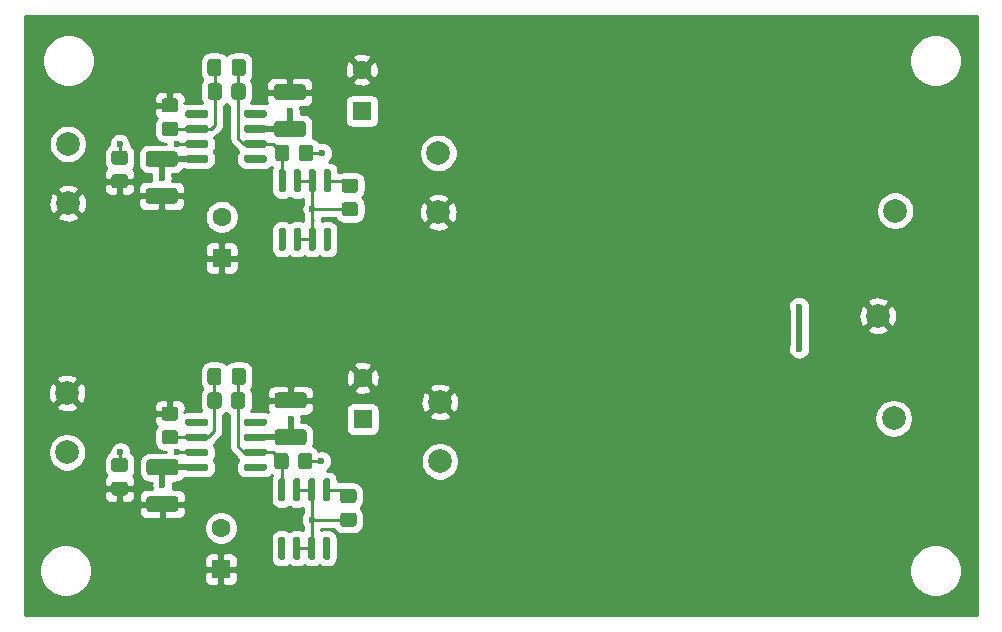
<source format=gbr>
G04 #@! TF.GenerationSoftware,KiCad,Pcbnew,(5.1.10-1-10_14)*
G04 #@! TF.CreationDate,2021-11-03T15:55:19+01:00*
G04 #@! TF.ProjectId,pre-amp-opa1611,7072652d-616d-4702-9d6f-706131363131,rev?*
G04 #@! TF.SameCoordinates,Original*
G04 #@! TF.FileFunction,Copper,L1,Top*
G04 #@! TF.FilePolarity,Positive*
%FSLAX46Y46*%
G04 Gerber Fmt 4.6, Leading zero omitted, Abs format (unit mm)*
G04 Created by KiCad (PCBNEW (5.1.10-1-10_14)) date 2021-11-03 15:55:19*
%MOMM*%
%LPD*%
G01*
G04 APERTURE LIST*
G04 #@! TA.AperFunction,ComponentPad*
%ADD10C,2.000000*%
G04 #@! TD*
G04 #@! TA.AperFunction,ComponentPad*
%ADD11C,1.600000*%
G04 #@! TD*
G04 #@! TA.AperFunction,ComponentPad*
%ADD12R,1.600000X1.600000*%
G04 #@! TD*
G04 #@! TA.AperFunction,ViaPad*
%ADD13C,0.600000*%
G04 #@! TD*
G04 #@! TA.AperFunction,Conductor*
%ADD14C,0.500000*%
G04 #@! TD*
G04 #@! TA.AperFunction,Conductor*
%ADD15C,0.250000*%
G04 #@! TD*
G04 #@! TA.AperFunction,Conductor*
%ADD16C,0.254000*%
G04 #@! TD*
G04 #@! TA.AperFunction,Conductor*
%ADD17C,0.100000*%
G04 #@! TD*
G04 APERTURE END LIST*
G04 #@! TA.AperFunction,SMDPad,CuDef*
G36*
G01*
X141071500Y-104988500D02*
X141071500Y-104688500D01*
G75*
G02*
X141221500Y-104538500I150000J0D01*
G01*
X142871500Y-104538500D01*
G75*
G02*
X143021500Y-104688500I0J-150000D01*
G01*
X143021500Y-104988500D01*
G75*
G02*
X142871500Y-105138500I-150000J0D01*
G01*
X141221500Y-105138500D01*
G75*
G02*
X141071500Y-104988500I0J150000D01*
G01*
G37*
G04 #@! TD.AperFunction*
G04 #@! TA.AperFunction,SMDPad,CuDef*
G36*
G01*
X141071500Y-106258500D02*
X141071500Y-105958500D01*
G75*
G02*
X141221500Y-105808500I150000J0D01*
G01*
X142871500Y-105808500D01*
G75*
G02*
X143021500Y-105958500I0J-150000D01*
G01*
X143021500Y-106258500D01*
G75*
G02*
X142871500Y-106408500I-150000J0D01*
G01*
X141221500Y-106408500D01*
G75*
G02*
X141071500Y-106258500I0J150000D01*
G01*
G37*
G04 #@! TD.AperFunction*
G04 #@! TA.AperFunction,SMDPad,CuDef*
G36*
G01*
X141071500Y-107528500D02*
X141071500Y-107228500D01*
G75*
G02*
X141221500Y-107078500I150000J0D01*
G01*
X142871500Y-107078500D01*
G75*
G02*
X143021500Y-107228500I0J-150000D01*
G01*
X143021500Y-107528500D01*
G75*
G02*
X142871500Y-107678500I-150000J0D01*
G01*
X141221500Y-107678500D01*
G75*
G02*
X141071500Y-107528500I0J150000D01*
G01*
G37*
G04 #@! TD.AperFunction*
G04 #@! TA.AperFunction,SMDPad,CuDef*
G36*
G01*
X141071500Y-108798500D02*
X141071500Y-108498500D01*
G75*
G02*
X141221500Y-108348500I150000J0D01*
G01*
X142871500Y-108348500D01*
G75*
G02*
X143021500Y-108498500I0J-150000D01*
G01*
X143021500Y-108798500D01*
G75*
G02*
X142871500Y-108948500I-150000J0D01*
G01*
X141221500Y-108948500D01*
G75*
G02*
X141071500Y-108798500I0J150000D01*
G01*
G37*
G04 #@! TD.AperFunction*
G04 #@! TA.AperFunction,SMDPad,CuDef*
G36*
G01*
X136121500Y-108798500D02*
X136121500Y-108498500D01*
G75*
G02*
X136271500Y-108348500I150000J0D01*
G01*
X137921500Y-108348500D01*
G75*
G02*
X138071500Y-108498500I0J-150000D01*
G01*
X138071500Y-108798500D01*
G75*
G02*
X137921500Y-108948500I-150000J0D01*
G01*
X136271500Y-108948500D01*
G75*
G02*
X136121500Y-108798500I0J150000D01*
G01*
G37*
G04 #@! TD.AperFunction*
G04 #@! TA.AperFunction,SMDPad,CuDef*
G36*
G01*
X136121500Y-107528500D02*
X136121500Y-107228500D01*
G75*
G02*
X136271500Y-107078500I150000J0D01*
G01*
X137921500Y-107078500D01*
G75*
G02*
X138071500Y-107228500I0J-150000D01*
G01*
X138071500Y-107528500D01*
G75*
G02*
X137921500Y-107678500I-150000J0D01*
G01*
X136271500Y-107678500D01*
G75*
G02*
X136121500Y-107528500I0J150000D01*
G01*
G37*
G04 #@! TD.AperFunction*
G04 #@! TA.AperFunction,SMDPad,CuDef*
G36*
G01*
X136121500Y-106258500D02*
X136121500Y-105958500D01*
G75*
G02*
X136271500Y-105808500I150000J0D01*
G01*
X137921500Y-105808500D01*
G75*
G02*
X138071500Y-105958500I0J-150000D01*
G01*
X138071500Y-106258500D01*
G75*
G02*
X137921500Y-106408500I-150000J0D01*
G01*
X136271500Y-106408500D01*
G75*
G02*
X136121500Y-106258500I0J150000D01*
G01*
G37*
G04 #@! TD.AperFunction*
G04 #@! TA.AperFunction,SMDPad,CuDef*
G36*
G01*
X136121500Y-104988500D02*
X136121500Y-104688500D01*
G75*
G02*
X136271500Y-104538500I150000J0D01*
G01*
X137921500Y-104538500D01*
G75*
G02*
X138071500Y-104688500I0J-150000D01*
G01*
X138071500Y-104988500D01*
G75*
G02*
X137921500Y-105138500I-150000J0D01*
G01*
X136271500Y-105138500D01*
G75*
G02*
X136121500Y-104988500I0J150000D01*
G01*
G37*
G04 #@! TD.AperFunction*
G04 #@! TA.AperFunction,SMDPad,CuDef*
G36*
G01*
X133011998Y-111111000D02*
X135212002Y-111111000D01*
G75*
G02*
X135462000Y-111360998I0J-249998D01*
G01*
X135462000Y-112186002D01*
G75*
G02*
X135212002Y-112436000I-249998J0D01*
G01*
X133011998Y-112436000D01*
G75*
G02*
X132762000Y-112186002I0J249998D01*
G01*
X132762000Y-111360998D01*
G75*
G02*
X133011998Y-111111000I249998J0D01*
G01*
G37*
G04 #@! TD.AperFunction*
G04 #@! TA.AperFunction,SMDPad,CuDef*
G36*
G01*
X133011998Y-107986000D02*
X135212002Y-107986000D01*
G75*
G02*
X135462000Y-108235998I0J-249998D01*
G01*
X135462000Y-109061002D01*
G75*
G02*
X135212002Y-109311000I-249998J0D01*
G01*
X133011998Y-109311000D01*
G75*
G02*
X132762000Y-109061002I0J249998D01*
G01*
X132762000Y-108235998D01*
G75*
G02*
X133011998Y-107986000I249998J0D01*
G01*
G37*
G04 #@! TD.AperFunction*
G04 #@! TA.AperFunction,SMDPad,CuDef*
G36*
G01*
X147932000Y-140627000D02*
X148232000Y-140627000D01*
G75*
G02*
X148382000Y-140777000I0J-150000D01*
G01*
X148382000Y-142427000D01*
G75*
G02*
X148232000Y-142577000I-150000J0D01*
G01*
X147932000Y-142577000D01*
G75*
G02*
X147782000Y-142427000I0J150000D01*
G01*
X147782000Y-140777000D01*
G75*
G02*
X147932000Y-140627000I150000J0D01*
G01*
G37*
G04 #@! TD.AperFunction*
G04 #@! TA.AperFunction,SMDPad,CuDef*
G36*
G01*
X146662000Y-140627000D02*
X146962000Y-140627000D01*
G75*
G02*
X147112000Y-140777000I0J-150000D01*
G01*
X147112000Y-142427000D01*
G75*
G02*
X146962000Y-142577000I-150000J0D01*
G01*
X146662000Y-142577000D01*
G75*
G02*
X146512000Y-142427000I0J150000D01*
G01*
X146512000Y-140777000D01*
G75*
G02*
X146662000Y-140627000I150000J0D01*
G01*
G37*
G04 #@! TD.AperFunction*
G04 #@! TA.AperFunction,SMDPad,CuDef*
G36*
G01*
X145392000Y-140627000D02*
X145692000Y-140627000D01*
G75*
G02*
X145842000Y-140777000I0J-150000D01*
G01*
X145842000Y-142427000D01*
G75*
G02*
X145692000Y-142577000I-150000J0D01*
G01*
X145392000Y-142577000D01*
G75*
G02*
X145242000Y-142427000I0J150000D01*
G01*
X145242000Y-140777000D01*
G75*
G02*
X145392000Y-140627000I150000J0D01*
G01*
G37*
G04 #@! TD.AperFunction*
G04 #@! TA.AperFunction,SMDPad,CuDef*
G36*
G01*
X144122000Y-140627000D02*
X144422000Y-140627000D01*
G75*
G02*
X144572000Y-140777000I0J-150000D01*
G01*
X144572000Y-142427000D01*
G75*
G02*
X144422000Y-142577000I-150000J0D01*
G01*
X144122000Y-142577000D01*
G75*
G02*
X143972000Y-142427000I0J150000D01*
G01*
X143972000Y-140777000D01*
G75*
G02*
X144122000Y-140627000I150000J0D01*
G01*
G37*
G04 #@! TD.AperFunction*
G04 #@! TA.AperFunction,SMDPad,CuDef*
G36*
G01*
X144122000Y-135677000D02*
X144422000Y-135677000D01*
G75*
G02*
X144572000Y-135827000I0J-150000D01*
G01*
X144572000Y-137477000D01*
G75*
G02*
X144422000Y-137627000I-150000J0D01*
G01*
X144122000Y-137627000D01*
G75*
G02*
X143972000Y-137477000I0J150000D01*
G01*
X143972000Y-135827000D01*
G75*
G02*
X144122000Y-135677000I150000J0D01*
G01*
G37*
G04 #@! TD.AperFunction*
G04 #@! TA.AperFunction,SMDPad,CuDef*
G36*
G01*
X145392000Y-135677000D02*
X145692000Y-135677000D01*
G75*
G02*
X145842000Y-135827000I0J-150000D01*
G01*
X145842000Y-137477000D01*
G75*
G02*
X145692000Y-137627000I-150000J0D01*
G01*
X145392000Y-137627000D01*
G75*
G02*
X145242000Y-137477000I0J150000D01*
G01*
X145242000Y-135827000D01*
G75*
G02*
X145392000Y-135677000I150000J0D01*
G01*
G37*
G04 #@! TD.AperFunction*
G04 #@! TA.AperFunction,SMDPad,CuDef*
G36*
G01*
X146662000Y-135677000D02*
X146962000Y-135677000D01*
G75*
G02*
X147112000Y-135827000I0J-150000D01*
G01*
X147112000Y-137477000D01*
G75*
G02*
X146962000Y-137627000I-150000J0D01*
G01*
X146662000Y-137627000D01*
G75*
G02*
X146512000Y-137477000I0J150000D01*
G01*
X146512000Y-135827000D01*
G75*
G02*
X146662000Y-135677000I150000J0D01*
G01*
G37*
G04 #@! TD.AperFunction*
G04 #@! TA.AperFunction,SMDPad,CuDef*
G36*
G01*
X147932000Y-135677000D02*
X148232000Y-135677000D01*
G75*
G02*
X148382000Y-135827000I0J-150000D01*
G01*
X148382000Y-137477000D01*
G75*
G02*
X148232000Y-137627000I-150000J0D01*
G01*
X147932000Y-137627000D01*
G75*
G02*
X147782000Y-137477000I0J150000D01*
G01*
X147782000Y-135827000D01*
G75*
G02*
X147932000Y-135677000I150000J0D01*
G01*
G37*
G04 #@! TD.AperFunction*
G04 #@! TA.AperFunction,SMDPad,CuDef*
G36*
G01*
X141071500Y-131087000D02*
X141071500Y-130787000D01*
G75*
G02*
X141221500Y-130637000I150000J0D01*
G01*
X142871500Y-130637000D01*
G75*
G02*
X143021500Y-130787000I0J-150000D01*
G01*
X143021500Y-131087000D01*
G75*
G02*
X142871500Y-131237000I-150000J0D01*
G01*
X141221500Y-131237000D01*
G75*
G02*
X141071500Y-131087000I0J150000D01*
G01*
G37*
G04 #@! TD.AperFunction*
G04 #@! TA.AperFunction,SMDPad,CuDef*
G36*
G01*
X141071500Y-132357000D02*
X141071500Y-132057000D01*
G75*
G02*
X141221500Y-131907000I150000J0D01*
G01*
X142871500Y-131907000D01*
G75*
G02*
X143021500Y-132057000I0J-150000D01*
G01*
X143021500Y-132357000D01*
G75*
G02*
X142871500Y-132507000I-150000J0D01*
G01*
X141221500Y-132507000D01*
G75*
G02*
X141071500Y-132357000I0J150000D01*
G01*
G37*
G04 #@! TD.AperFunction*
G04 #@! TA.AperFunction,SMDPad,CuDef*
G36*
G01*
X141071500Y-133627000D02*
X141071500Y-133327000D01*
G75*
G02*
X141221500Y-133177000I150000J0D01*
G01*
X142871500Y-133177000D01*
G75*
G02*
X143021500Y-133327000I0J-150000D01*
G01*
X143021500Y-133627000D01*
G75*
G02*
X142871500Y-133777000I-150000J0D01*
G01*
X141221500Y-133777000D01*
G75*
G02*
X141071500Y-133627000I0J150000D01*
G01*
G37*
G04 #@! TD.AperFunction*
G04 #@! TA.AperFunction,SMDPad,CuDef*
G36*
G01*
X141071500Y-134897000D02*
X141071500Y-134597000D01*
G75*
G02*
X141221500Y-134447000I150000J0D01*
G01*
X142871500Y-134447000D01*
G75*
G02*
X143021500Y-134597000I0J-150000D01*
G01*
X143021500Y-134897000D01*
G75*
G02*
X142871500Y-135047000I-150000J0D01*
G01*
X141221500Y-135047000D01*
G75*
G02*
X141071500Y-134897000I0J150000D01*
G01*
G37*
G04 #@! TD.AperFunction*
G04 #@! TA.AperFunction,SMDPad,CuDef*
G36*
G01*
X136121500Y-134897000D02*
X136121500Y-134597000D01*
G75*
G02*
X136271500Y-134447000I150000J0D01*
G01*
X137921500Y-134447000D01*
G75*
G02*
X138071500Y-134597000I0J-150000D01*
G01*
X138071500Y-134897000D01*
G75*
G02*
X137921500Y-135047000I-150000J0D01*
G01*
X136271500Y-135047000D01*
G75*
G02*
X136121500Y-134897000I0J150000D01*
G01*
G37*
G04 #@! TD.AperFunction*
G04 #@! TA.AperFunction,SMDPad,CuDef*
G36*
G01*
X136121500Y-133627000D02*
X136121500Y-133327000D01*
G75*
G02*
X136271500Y-133177000I150000J0D01*
G01*
X137921500Y-133177000D01*
G75*
G02*
X138071500Y-133327000I0J-150000D01*
G01*
X138071500Y-133627000D01*
G75*
G02*
X137921500Y-133777000I-150000J0D01*
G01*
X136271500Y-133777000D01*
G75*
G02*
X136121500Y-133627000I0J150000D01*
G01*
G37*
G04 #@! TD.AperFunction*
G04 #@! TA.AperFunction,SMDPad,CuDef*
G36*
G01*
X136121500Y-132357000D02*
X136121500Y-132057000D01*
G75*
G02*
X136271500Y-131907000I150000J0D01*
G01*
X137921500Y-131907000D01*
G75*
G02*
X138071500Y-132057000I0J-150000D01*
G01*
X138071500Y-132357000D01*
G75*
G02*
X137921500Y-132507000I-150000J0D01*
G01*
X136271500Y-132507000D01*
G75*
G02*
X136121500Y-132357000I0J150000D01*
G01*
G37*
G04 #@! TD.AperFunction*
G04 #@! TA.AperFunction,SMDPad,CuDef*
G36*
G01*
X136121500Y-131087000D02*
X136121500Y-130787000D01*
G75*
G02*
X136271500Y-130637000I150000J0D01*
G01*
X137921500Y-130637000D01*
G75*
G02*
X138071500Y-130787000I0J-150000D01*
G01*
X138071500Y-131087000D01*
G75*
G02*
X137921500Y-131237000I-150000J0D01*
G01*
X136271500Y-131237000D01*
G75*
G02*
X136121500Y-131087000I0J150000D01*
G01*
G37*
G04 #@! TD.AperFunction*
G04 #@! TA.AperFunction,SMDPad,CuDef*
G36*
G01*
X144872000Y-133788999D02*
X144872000Y-134689001D01*
G75*
G02*
X144622001Y-134939000I-249999J0D01*
G01*
X143921999Y-134939000D01*
G75*
G02*
X143672000Y-134689001I0J249999D01*
G01*
X143672000Y-133788999D01*
G75*
G02*
X143921999Y-133539000I249999J0D01*
G01*
X144622001Y-133539000D01*
G75*
G02*
X144872000Y-133788999I0J-249999D01*
G01*
G37*
G04 #@! TD.AperFunction*
G04 #@! TA.AperFunction,SMDPad,CuDef*
G36*
G01*
X146872000Y-133788999D02*
X146872000Y-134689001D01*
G75*
G02*
X146622001Y-134939000I-249999J0D01*
G01*
X145921999Y-134939000D01*
G75*
G02*
X145672000Y-134689001I0J249999D01*
G01*
X145672000Y-133788999D01*
G75*
G02*
X145921999Y-133539000I249999J0D01*
G01*
X146622001Y-133539000D01*
G75*
G02*
X146872000Y-133788999I0J-249999D01*
G01*
G37*
G04 #@! TD.AperFunction*
G04 #@! TA.AperFunction,SMDPad,CuDef*
G36*
G01*
X149473499Y-138592000D02*
X150373501Y-138592000D01*
G75*
G02*
X150623500Y-138841999I0J-249999D01*
G01*
X150623500Y-139542001D01*
G75*
G02*
X150373501Y-139792000I-249999J0D01*
G01*
X149473499Y-139792000D01*
G75*
G02*
X149223500Y-139542001I0J249999D01*
G01*
X149223500Y-138841999D01*
G75*
G02*
X149473499Y-138592000I249999J0D01*
G01*
G37*
G04 #@! TD.AperFunction*
G04 #@! TA.AperFunction,SMDPad,CuDef*
G36*
G01*
X149473499Y-136592000D02*
X150373501Y-136592000D01*
G75*
G02*
X150623500Y-136841999I0J-249999D01*
G01*
X150623500Y-137542001D01*
G75*
G02*
X150373501Y-137792000I-249999J0D01*
G01*
X149473499Y-137792000D01*
G75*
G02*
X149223500Y-137542001I0J249999D01*
G01*
X149223500Y-136841999D01*
G75*
G02*
X149473499Y-136592000I249999J0D01*
G01*
G37*
G04 #@! TD.AperFunction*
G04 #@! TA.AperFunction,SMDPad,CuDef*
G36*
G01*
X139189000Y-128645499D02*
X139189000Y-129545501D01*
G75*
G02*
X138939001Y-129795500I-249999J0D01*
G01*
X138238999Y-129795500D01*
G75*
G02*
X137989000Y-129545501I0J249999D01*
G01*
X137989000Y-128645499D01*
G75*
G02*
X138238999Y-128395500I249999J0D01*
G01*
X138939001Y-128395500D01*
G75*
G02*
X139189000Y-128645499I0J-249999D01*
G01*
G37*
G04 #@! TD.AperFunction*
G04 #@! TA.AperFunction,SMDPad,CuDef*
G36*
G01*
X141189000Y-128645499D02*
X141189000Y-129545501D01*
G75*
G02*
X140939001Y-129795500I-249999J0D01*
G01*
X140238999Y-129795500D01*
G75*
G02*
X139989000Y-129545501I0J249999D01*
G01*
X139989000Y-128645499D01*
G75*
G02*
X140238999Y-128395500I249999J0D01*
G01*
X140939001Y-128395500D01*
G75*
G02*
X141189000Y-128645499I0J-249999D01*
G01*
G37*
G04 #@! TD.AperFunction*
G04 #@! TA.AperFunction,SMDPad,CuDef*
G36*
G01*
X134360499Y-131607000D02*
X135260501Y-131607000D01*
G75*
G02*
X135510500Y-131856999I0J-249999D01*
G01*
X135510500Y-132557001D01*
G75*
G02*
X135260501Y-132807000I-249999J0D01*
G01*
X134360499Y-132807000D01*
G75*
G02*
X134110500Y-132557001I0J249999D01*
G01*
X134110500Y-131856999D01*
G75*
G02*
X134360499Y-131607000I249999J0D01*
G01*
G37*
G04 #@! TD.AperFunction*
G04 #@! TA.AperFunction,SMDPad,CuDef*
G36*
G01*
X134360499Y-129607000D02*
X135260501Y-129607000D01*
G75*
G02*
X135510500Y-129856999I0J-249999D01*
G01*
X135510500Y-130557001D01*
G75*
G02*
X135260501Y-130807000I-249999J0D01*
G01*
X134360499Y-130807000D01*
G75*
G02*
X134110500Y-130557001I0J249999D01*
G01*
X134110500Y-129856999D01*
G75*
G02*
X134360499Y-129607000I249999J0D01*
G01*
G37*
G04 #@! TD.AperFunction*
G04 #@! TA.AperFunction,SMDPad,CuDef*
G36*
G01*
X130105999Y-135956500D02*
X131006001Y-135956500D01*
G75*
G02*
X131256000Y-136206499I0J-249999D01*
G01*
X131256000Y-136906501D01*
G75*
G02*
X131006001Y-137156500I-249999J0D01*
G01*
X130105999Y-137156500D01*
G75*
G02*
X129856000Y-136906501I0J249999D01*
G01*
X129856000Y-136206499D01*
G75*
G02*
X130105999Y-135956500I249999J0D01*
G01*
G37*
G04 #@! TD.AperFunction*
G04 #@! TA.AperFunction,SMDPad,CuDef*
G36*
G01*
X130105999Y-133956500D02*
X131006001Y-133956500D01*
G75*
G02*
X131256000Y-134206499I0J-249999D01*
G01*
X131256000Y-134906501D01*
G75*
G02*
X131006001Y-135156500I-249999J0D01*
G01*
X130105999Y-135156500D01*
G75*
G02*
X129856000Y-134906501I0J249999D01*
G01*
X129856000Y-134206499D01*
G75*
G02*
X130105999Y-133956500I249999J0D01*
G01*
G37*
G04 #@! TD.AperFunction*
D10*
X157670500Y-129222500D03*
X157670500Y-134239000D03*
X126111000Y-128460500D03*
X126111000Y-133477000D03*
G04 #@! TA.AperFunction,SMDPad,CuDef*
G36*
G01*
X133075499Y-137209500D02*
X135275501Y-137209500D01*
G75*
G02*
X135525500Y-137459499I0J-249999D01*
G01*
X135525500Y-138284501D01*
G75*
G02*
X135275501Y-138534500I-249999J0D01*
G01*
X133075499Y-138534500D01*
G75*
G02*
X132825500Y-138284501I0J249999D01*
G01*
X132825500Y-137459499D01*
G75*
G02*
X133075499Y-137209500I249999J0D01*
G01*
G37*
G04 #@! TD.AperFunction*
G04 #@! TA.AperFunction,SMDPad,CuDef*
G36*
G01*
X133075499Y-134084500D02*
X135275501Y-134084500D01*
G75*
G02*
X135525500Y-134334499I0J-249999D01*
G01*
X135525500Y-135159501D01*
G75*
G02*
X135275501Y-135409500I-249999J0D01*
G01*
X133075499Y-135409500D01*
G75*
G02*
X132825500Y-135159501I0J249999D01*
G01*
X132825500Y-134334499D01*
G75*
G02*
X133075499Y-134084500I249999J0D01*
G01*
G37*
G04 #@! TD.AperFunction*
G04 #@! TA.AperFunction,SMDPad,CuDef*
G36*
G01*
X143933999Y-131544500D02*
X146134001Y-131544500D01*
G75*
G02*
X146384000Y-131794499I0J-249999D01*
G01*
X146384000Y-132619501D01*
G75*
G02*
X146134001Y-132869500I-249999J0D01*
G01*
X143933999Y-132869500D01*
G75*
G02*
X143684000Y-132619501I0J249999D01*
G01*
X143684000Y-131794499D01*
G75*
G02*
X143933999Y-131544500I249999J0D01*
G01*
G37*
G04 #@! TD.AperFunction*
G04 #@! TA.AperFunction,SMDPad,CuDef*
G36*
G01*
X143933999Y-128419500D02*
X146134001Y-128419500D01*
G75*
G02*
X146384000Y-128669499I0J-249999D01*
G01*
X146384000Y-129494501D01*
G75*
G02*
X146134001Y-129744500I-249999J0D01*
G01*
X143933999Y-129744500D01*
G75*
G02*
X143684000Y-129494501I0J249999D01*
G01*
X143684000Y-128669499D01*
G75*
G02*
X143933999Y-128419500I249999J0D01*
G01*
G37*
G04 #@! TD.AperFunction*
G04 #@! TA.AperFunction,SMDPad,CuDef*
G36*
G01*
X140065000Y-127538500D02*
X140065000Y-126588500D01*
G75*
G02*
X140315000Y-126338500I250000J0D01*
G01*
X140990000Y-126338500D01*
G75*
G02*
X141240000Y-126588500I0J-250000D01*
G01*
X141240000Y-127538500D01*
G75*
G02*
X140990000Y-127788500I-250000J0D01*
G01*
X140315000Y-127788500D01*
G75*
G02*
X140065000Y-127538500I0J250000D01*
G01*
G37*
G04 #@! TD.AperFunction*
G04 #@! TA.AperFunction,SMDPad,CuDef*
G36*
G01*
X137990000Y-127538500D02*
X137990000Y-126588500D01*
G75*
G02*
X138240000Y-126338500I250000J0D01*
G01*
X138915000Y-126338500D01*
G75*
G02*
X139165000Y-126588500I0J-250000D01*
G01*
X139165000Y-127538500D01*
G75*
G02*
X138915000Y-127788500I-250000J0D01*
G01*
X138240000Y-127788500D01*
G75*
G02*
X137990000Y-127538500I0J250000D01*
G01*
G37*
G04 #@! TD.AperFunction*
D11*
X139128500Y-139890500D03*
D12*
X139128500Y-143390500D03*
D11*
X151130000Y-127183000D03*
D12*
X151130000Y-130683000D03*
G04 #@! TA.AperFunction,SMDPad,CuDef*
G36*
G01*
X149600499Y-112303000D02*
X150500501Y-112303000D01*
G75*
G02*
X150750500Y-112552999I0J-249999D01*
G01*
X150750500Y-113253001D01*
G75*
G02*
X150500501Y-113503000I-249999J0D01*
G01*
X149600499Y-113503000D01*
G75*
G02*
X149350500Y-113253001I0J249999D01*
G01*
X149350500Y-112552999D01*
G75*
G02*
X149600499Y-112303000I249999J0D01*
G01*
G37*
G04 #@! TD.AperFunction*
G04 #@! TA.AperFunction,SMDPad,CuDef*
G36*
G01*
X149600499Y-110303000D02*
X150500501Y-110303000D01*
G75*
G02*
X150750500Y-110552999I0J-249999D01*
G01*
X150750500Y-111253001D01*
G75*
G02*
X150500501Y-111503000I-249999J0D01*
G01*
X149600499Y-111503000D01*
G75*
G02*
X149350500Y-111253001I0J249999D01*
G01*
X149350500Y-110552999D01*
G75*
G02*
X149600499Y-110303000I249999J0D01*
G01*
G37*
G04 #@! TD.AperFunction*
G04 #@! TA.AperFunction,SMDPad,CuDef*
G36*
G01*
X147995500Y-114465000D02*
X148295500Y-114465000D01*
G75*
G02*
X148445500Y-114615000I0J-150000D01*
G01*
X148445500Y-116265000D01*
G75*
G02*
X148295500Y-116415000I-150000J0D01*
G01*
X147995500Y-116415000D01*
G75*
G02*
X147845500Y-116265000I0J150000D01*
G01*
X147845500Y-114615000D01*
G75*
G02*
X147995500Y-114465000I150000J0D01*
G01*
G37*
G04 #@! TD.AperFunction*
G04 #@! TA.AperFunction,SMDPad,CuDef*
G36*
G01*
X146725500Y-114465000D02*
X147025500Y-114465000D01*
G75*
G02*
X147175500Y-114615000I0J-150000D01*
G01*
X147175500Y-116265000D01*
G75*
G02*
X147025500Y-116415000I-150000J0D01*
G01*
X146725500Y-116415000D01*
G75*
G02*
X146575500Y-116265000I0J150000D01*
G01*
X146575500Y-114615000D01*
G75*
G02*
X146725500Y-114465000I150000J0D01*
G01*
G37*
G04 #@! TD.AperFunction*
G04 #@! TA.AperFunction,SMDPad,CuDef*
G36*
G01*
X145455500Y-114465000D02*
X145755500Y-114465000D01*
G75*
G02*
X145905500Y-114615000I0J-150000D01*
G01*
X145905500Y-116265000D01*
G75*
G02*
X145755500Y-116415000I-150000J0D01*
G01*
X145455500Y-116415000D01*
G75*
G02*
X145305500Y-116265000I0J150000D01*
G01*
X145305500Y-114615000D01*
G75*
G02*
X145455500Y-114465000I150000J0D01*
G01*
G37*
G04 #@! TD.AperFunction*
G04 #@! TA.AperFunction,SMDPad,CuDef*
G36*
G01*
X144185500Y-114465000D02*
X144485500Y-114465000D01*
G75*
G02*
X144635500Y-114615000I0J-150000D01*
G01*
X144635500Y-116265000D01*
G75*
G02*
X144485500Y-116415000I-150000J0D01*
G01*
X144185500Y-116415000D01*
G75*
G02*
X144035500Y-116265000I0J150000D01*
G01*
X144035500Y-114615000D01*
G75*
G02*
X144185500Y-114465000I150000J0D01*
G01*
G37*
G04 #@! TD.AperFunction*
G04 #@! TA.AperFunction,SMDPad,CuDef*
G36*
G01*
X144185500Y-109515000D02*
X144485500Y-109515000D01*
G75*
G02*
X144635500Y-109665000I0J-150000D01*
G01*
X144635500Y-111315000D01*
G75*
G02*
X144485500Y-111465000I-150000J0D01*
G01*
X144185500Y-111465000D01*
G75*
G02*
X144035500Y-111315000I0J150000D01*
G01*
X144035500Y-109665000D01*
G75*
G02*
X144185500Y-109515000I150000J0D01*
G01*
G37*
G04 #@! TD.AperFunction*
G04 #@! TA.AperFunction,SMDPad,CuDef*
G36*
G01*
X145455500Y-109515000D02*
X145755500Y-109515000D01*
G75*
G02*
X145905500Y-109665000I0J-150000D01*
G01*
X145905500Y-111315000D01*
G75*
G02*
X145755500Y-111465000I-150000J0D01*
G01*
X145455500Y-111465000D01*
G75*
G02*
X145305500Y-111315000I0J150000D01*
G01*
X145305500Y-109665000D01*
G75*
G02*
X145455500Y-109515000I150000J0D01*
G01*
G37*
G04 #@! TD.AperFunction*
G04 #@! TA.AperFunction,SMDPad,CuDef*
G36*
G01*
X146725500Y-109515000D02*
X147025500Y-109515000D01*
G75*
G02*
X147175500Y-109665000I0J-150000D01*
G01*
X147175500Y-111315000D01*
G75*
G02*
X147025500Y-111465000I-150000J0D01*
G01*
X146725500Y-111465000D01*
G75*
G02*
X146575500Y-111315000I0J150000D01*
G01*
X146575500Y-109665000D01*
G75*
G02*
X146725500Y-109515000I150000J0D01*
G01*
G37*
G04 #@! TD.AperFunction*
G04 #@! TA.AperFunction,SMDPad,CuDef*
G36*
G01*
X147995500Y-109515000D02*
X148295500Y-109515000D01*
G75*
G02*
X148445500Y-109665000I0J-150000D01*
G01*
X148445500Y-111315000D01*
G75*
G02*
X148295500Y-111465000I-150000J0D01*
G01*
X147995500Y-111465000D01*
G75*
G02*
X147845500Y-111315000I0J150000D01*
G01*
X147845500Y-109665000D01*
G75*
G02*
X147995500Y-109515000I150000J0D01*
G01*
G37*
G04 #@! TD.AperFunction*
G04 #@! TA.AperFunction,SMDPad,CuDef*
G36*
G01*
X139220500Y-102483499D02*
X139220500Y-103383501D01*
G75*
G02*
X138970501Y-103633500I-249999J0D01*
G01*
X138270499Y-103633500D01*
G75*
G02*
X138020500Y-103383501I0J249999D01*
G01*
X138020500Y-102483499D01*
G75*
G02*
X138270499Y-102233500I249999J0D01*
G01*
X138970501Y-102233500D01*
G75*
G02*
X139220500Y-102483499I0J-249999D01*
G01*
G37*
G04 #@! TD.AperFunction*
G04 #@! TA.AperFunction,SMDPad,CuDef*
G36*
G01*
X141220500Y-102483499D02*
X141220500Y-103383501D01*
G75*
G02*
X140970501Y-103633500I-249999J0D01*
G01*
X140270499Y-103633500D01*
G75*
G02*
X140020500Y-103383501I0J249999D01*
G01*
X140020500Y-102483499D01*
G75*
G02*
X140270499Y-102233500I249999J0D01*
G01*
X140970501Y-102233500D01*
G75*
G02*
X141220500Y-102483499I0J-249999D01*
G01*
G37*
G04 #@! TD.AperFunction*
G04 #@! TA.AperFunction,SMDPad,CuDef*
G36*
G01*
X134360499Y-105508500D02*
X135260501Y-105508500D01*
G75*
G02*
X135510500Y-105758499I0J-249999D01*
G01*
X135510500Y-106458501D01*
G75*
G02*
X135260501Y-106708500I-249999J0D01*
G01*
X134360499Y-106708500D01*
G75*
G02*
X134110500Y-106458501I0J249999D01*
G01*
X134110500Y-105758499D01*
G75*
G02*
X134360499Y-105508500I249999J0D01*
G01*
G37*
G04 #@! TD.AperFunction*
G04 #@! TA.AperFunction,SMDPad,CuDef*
G36*
G01*
X134360499Y-103508500D02*
X135260501Y-103508500D01*
G75*
G02*
X135510500Y-103758499I0J-249999D01*
G01*
X135510500Y-104458501D01*
G75*
G02*
X135260501Y-104708500I-249999J0D01*
G01*
X134360499Y-104708500D01*
G75*
G02*
X134110500Y-104458501I0J249999D01*
G01*
X134110500Y-103758499D01*
G75*
G02*
X134360499Y-103508500I249999J0D01*
G01*
G37*
G04 #@! TD.AperFunction*
G04 #@! TA.AperFunction,SMDPad,CuDef*
G36*
G01*
X140065000Y-101376500D02*
X140065000Y-100426500D01*
G75*
G02*
X140315000Y-100176500I250000J0D01*
G01*
X140990000Y-100176500D01*
G75*
G02*
X141240000Y-100426500I0J-250000D01*
G01*
X141240000Y-101376500D01*
G75*
G02*
X140990000Y-101626500I-250000J0D01*
G01*
X140315000Y-101626500D01*
G75*
G02*
X140065000Y-101376500I0J250000D01*
G01*
G37*
G04 #@! TD.AperFunction*
G04 #@! TA.AperFunction,SMDPad,CuDef*
G36*
G01*
X137990000Y-101376500D02*
X137990000Y-100426500D01*
G75*
G02*
X138240000Y-100176500I250000J0D01*
G01*
X138915000Y-100176500D01*
G75*
G02*
X139165000Y-100426500I0J-250000D01*
G01*
X139165000Y-101376500D01*
G75*
G02*
X138915000Y-101626500I-250000J0D01*
G01*
X138240000Y-101626500D01*
G75*
G02*
X137990000Y-101376500I0J250000D01*
G01*
G37*
G04 #@! TD.AperFunction*
D11*
X139192000Y-113538000D03*
D12*
X139192000Y-117038000D03*
D11*
X151066500Y-101084500D03*
D12*
X151066500Y-104584500D03*
G04 #@! TA.AperFunction,SMDPad,CuDef*
G36*
G01*
X143870498Y-105446000D02*
X146070502Y-105446000D01*
G75*
G02*
X146320500Y-105695998I0J-249998D01*
G01*
X146320500Y-106521002D01*
G75*
G02*
X146070502Y-106771000I-249998J0D01*
G01*
X143870498Y-106771000D01*
G75*
G02*
X143620500Y-106521002I0J249998D01*
G01*
X143620500Y-105695998D01*
G75*
G02*
X143870498Y-105446000I249998J0D01*
G01*
G37*
G04 #@! TD.AperFunction*
G04 #@! TA.AperFunction,SMDPad,CuDef*
G36*
G01*
X143870498Y-102321000D02*
X146070502Y-102321000D01*
G75*
G02*
X146320500Y-102570998I0J-249998D01*
G01*
X146320500Y-103396002D01*
G75*
G02*
X146070502Y-103646000I-249998J0D01*
G01*
X143870498Y-103646000D01*
G75*
G02*
X143620500Y-103396002I0J249998D01*
G01*
X143620500Y-102570998D01*
G75*
G02*
X143870498Y-102321000I249998J0D01*
G01*
G37*
G04 #@! TD.AperFunction*
D10*
X194754500Y-121920000D03*
X196215000Y-113030000D03*
X196088000Y-130619500D03*
X157543500Y-113157000D03*
X157543500Y-108140500D03*
X126174500Y-112395000D03*
X126174500Y-107378500D03*
G04 #@! TA.AperFunction,SMDPad,CuDef*
G36*
G01*
X130105999Y-109937500D02*
X131006001Y-109937500D01*
G75*
G02*
X131256000Y-110187499I0J-249999D01*
G01*
X131256000Y-110887501D01*
G75*
G02*
X131006001Y-111137500I-249999J0D01*
G01*
X130105999Y-111137500D01*
G75*
G02*
X129856000Y-110887501I0J249999D01*
G01*
X129856000Y-110187499D01*
G75*
G02*
X130105999Y-109937500I249999J0D01*
G01*
G37*
G04 #@! TD.AperFunction*
G04 #@! TA.AperFunction,SMDPad,CuDef*
G36*
G01*
X130105999Y-107937500D02*
X131006001Y-107937500D01*
G75*
G02*
X131256000Y-108187499I0J-249999D01*
G01*
X131256000Y-108887501D01*
G75*
G02*
X131006001Y-109137500I-249999J0D01*
G01*
X130105999Y-109137500D01*
G75*
G02*
X129856000Y-108887501I0J249999D01*
G01*
X129856000Y-108187499D01*
G75*
G02*
X130105999Y-107937500I249999J0D01*
G01*
G37*
G04 #@! TD.AperFunction*
G04 #@! TA.AperFunction,SMDPad,CuDef*
G36*
G01*
X144935500Y-107690499D02*
X144935500Y-108590501D01*
G75*
G02*
X144685501Y-108840500I-249999J0D01*
G01*
X143985499Y-108840500D01*
G75*
G02*
X143735500Y-108590501I0J249999D01*
G01*
X143735500Y-107690499D01*
G75*
G02*
X143985499Y-107440500I249999J0D01*
G01*
X144685501Y-107440500D01*
G75*
G02*
X144935500Y-107690499I0J-249999D01*
G01*
G37*
G04 #@! TD.AperFunction*
G04 #@! TA.AperFunction,SMDPad,CuDef*
G36*
G01*
X146935500Y-107690499D02*
X146935500Y-108590501D01*
G75*
G02*
X146685501Y-108840500I-249999J0D01*
G01*
X145985499Y-108840500D01*
G75*
G02*
X145735500Y-108590501I0J249999D01*
G01*
X145735500Y-107690499D01*
G75*
G02*
X145985499Y-107440500I249999J0D01*
G01*
X146685501Y-107440500D01*
G75*
G02*
X146935500Y-107690499I0J-249999D01*
G01*
G37*
G04 #@! TD.AperFunction*
D13*
X144970500Y-104584500D03*
X145034000Y-130683000D03*
X188087000Y-124714000D03*
X188087000Y-121158000D03*
X146875500Y-112903000D03*
X134112000Y-110236000D03*
X146812000Y-139192000D03*
X134175500Y-136271000D03*
X147701000Y-108140500D03*
X135382000Y-107378500D03*
X130556000Y-107378500D03*
X135382000Y-133477000D03*
X130619500Y-133477000D03*
X147637500Y-134239000D03*
D14*
X142046500Y-106108500D02*
X144970500Y-106108500D01*
X144970500Y-106108500D02*
X144970500Y-104584500D01*
X142046500Y-132207000D02*
X145034000Y-132207000D01*
X145034000Y-132207000D02*
X145034000Y-130683000D01*
X188087000Y-124714000D02*
X188087000Y-121158000D01*
D15*
X145605500Y-115440000D02*
X146875500Y-115440000D01*
X145605500Y-110490000D02*
X146875500Y-110490000D01*
X146907500Y-113823500D02*
X146875500Y-113855500D01*
X146875500Y-113855500D02*
X146875500Y-112903000D01*
X146875500Y-115440000D02*
X146875500Y-113855500D01*
X146875500Y-112903000D02*
X146875500Y-110490000D01*
D14*
X134112000Y-108648500D02*
X134112000Y-110236000D01*
X134112000Y-108648500D02*
X137096500Y-108648500D01*
D15*
X146875500Y-112903000D02*
X150050500Y-112903000D01*
X146812000Y-141602000D02*
X146812000Y-139192000D01*
X146812000Y-139192000D02*
X146812000Y-136652000D01*
X146812000Y-139192000D02*
X149923500Y-139192000D01*
D14*
X137096500Y-134747000D02*
X134175500Y-134747000D01*
X134175500Y-134747000D02*
X134175500Y-136271000D01*
D15*
X145542000Y-136652000D02*
X146812000Y-136652000D01*
X146812000Y-141602000D02*
X145542000Y-141602000D01*
X140398500Y-103155500D02*
X140620500Y-102933500D01*
X141071500Y-107378500D02*
X140620500Y-106927500D01*
X140620500Y-106927500D02*
X140620500Y-102933500D01*
X142046500Y-107378500D02*
X141071500Y-107378500D01*
X140620500Y-100933500D02*
X140652500Y-100901500D01*
X140620500Y-102933500D02*
X140620500Y-100933500D01*
X143573500Y-107378500D02*
X142046500Y-107378500D01*
X144335500Y-108140500D02*
X143573500Y-107378500D01*
X144335500Y-110490000D02*
X144335500Y-108140500D01*
X137096500Y-106108500D02*
X138303000Y-106108500D01*
X138620500Y-105791000D02*
X138620500Y-102933500D01*
X138303000Y-106108500D02*
X138620500Y-105791000D01*
X138620500Y-100944500D02*
X138577500Y-100901500D01*
X138620500Y-102933500D02*
X138620500Y-100944500D01*
X137096500Y-106108500D02*
X134810500Y-106108500D01*
X146335500Y-108140500D02*
X147701000Y-108140500D01*
X149637500Y-110490000D02*
X150050500Y-110903000D01*
X148145500Y-110490000D02*
X149637500Y-110490000D01*
X143510000Y-133477000D02*
X144272000Y-134239000D01*
X142046500Y-133477000D02*
X143510000Y-133477000D01*
X140589000Y-132994500D02*
X140589000Y-129095500D01*
X141071500Y-133477000D02*
X140589000Y-132994500D01*
X142046500Y-133477000D02*
X141071500Y-133477000D01*
X140589000Y-127127000D02*
X140652500Y-127063500D01*
X140589000Y-129095500D02*
X140589000Y-127127000D01*
X144272000Y-136652000D02*
X144272000Y-134239000D01*
X138071500Y-132207000D02*
X138589000Y-131689500D01*
X138589000Y-131689500D02*
X138589000Y-129095500D01*
X137096500Y-132207000D02*
X138071500Y-132207000D01*
X138589000Y-127075000D02*
X138577500Y-127063500D01*
X138589000Y-129095500D02*
X138589000Y-127075000D01*
X137096500Y-132207000D02*
X134810500Y-132207000D01*
X137096500Y-107378500D02*
X135382000Y-107378500D01*
X130556000Y-108537500D02*
X130556000Y-107378500D01*
X137096500Y-133477000D02*
X135382000Y-133477000D01*
X130556000Y-133540500D02*
X130619500Y-133477000D01*
X130556000Y-134556500D02*
X130556000Y-133540500D01*
X146272000Y-134239000D02*
X147637500Y-134239000D01*
X149383500Y-136652000D02*
X149923500Y-137192000D01*
X148082000Y-136652000D02*
X149383500Y-136652000D01*
D16*
X203175000Y-147295000D02*
X122580000Y-147295000D01*
X122580000Y-143289872D01*
X123749000Y-143289872D01*
X123749000Y-143730128D01*
X123834890Y-144161925D01*
X124003369Y-144568669D01*
X124247962Y-144934729D01*
X124559271Y-145246038D01*
X124925331Y-145490631D01*
X125332075Y-145659110D01*
X125763872Y-145745000D01*
X126204128Y-145745000D01*
X126635925Y-145659110D01*
X127042669Y-145490631D01*
X127408729Y-145246038D01*
X127720038Y-144934729D01*
X127964631Y-144568669D01*
X128121273Y-144190500D01*
X137690428Y-144190500D01*
X137702688Y-144314982D01*
X137738998Y-144434680D01*
X137797963Y-144544994D01*
X137877315Y-144641685D01*
X137974006Y-144721037D01*
X138084320Y-144780002D01*
X138204018Y-144816312D01*
X138328500Y-144828572D01*
X138842750Y-144825500D01*
X139001500Y-144666750D01*
X139001500Y-143517500D01*
X139255500Y-143517500D01*
X139255500Y-144666750D01*
X139414250Y-144825500D01*
X139928500Y-144828572D01*
X140052982Y-144816312D01*
X140172680Y-144780002D01*
X140282994Y-144721037D01*
X140379685Y-144641685D01*
X140459037Y-144544994D01*
X140518002Y-144434680D01*
X140554312Y-144314982D01*
X140566572Y-144190500D01*
X140563500Y-143676250D01*
X140404750Y-143517500D01*
X139255500Y-143517500D01*
X139001500Y-143517500D01*
X137852250Y-143517500D01*
X137693500Y-143676250D01*
X137690428Y-144190500D01*
X128121273Y-144190500D01*
X128133110Y-144161925D01*
X128219000Y-143730128D01*
X128219000Y-143289872D01*
X197409000Y-143289872D01*
X197409000Y-143730128D01*
X197494890Y-144161925D01*
X197663369Y-144568669D01*
X197907962Y-144934729D01*
X198219271Y-145246038D01*
X198585331Y-145490631D01*
X198992075Y-145659110D01*
X199423872Y-145745000D01*
X199864128Y-145745000D01*
X200295925Y-145659110D01*
X200702669Y-145490631D01*
X201068729Y-145246038D01*
X201380038Y-144934729D01*
X201624631Y-144568669D01*
X201793110Y-144161925D01*
X201879000Y-143730128D01*
X201879000Y-143289872D01*
X201793110Y-142858075D01*
X201624631Y-142451331D01*
X201380038Y-142085271D01*
X201068729Y-141773962D01*
X200702669Y-141529369D01*
X200295925Y-141360890D01*
X199864128Y-141275000D01*
X199423872Y-141275000D01*
X198992075Y-141360890D01*
X198585331Y-141529369D01*
X198219271Y-141773962D01*
X197907962Y-142085271D01*
X197663369Y-142451331D01*
X197494890Y-142858075D01*
X197409000Y-143289872D01*
X128219000Y-143289872D01*
X128133110Y-142858075D01*
X128022277Y-142590500D01*
X137690428Y-142590500D01*
X137693500Y-143104750D01*
X137852250Y-143263500D01*
X139001500Y-143263500D01*
X139001500Y-142114250D01*
X139255500Y-142114250D01*
X139255500Y-143263500D01*
X140404750Y-143263500D01*
X140563500Y-143104750D01*
X140566572Y-142590500D01*
X140554312Y-142466018D01*
X140518002Y-142346320D01*
X140459037Y-142236006D01*
X140379685Y-142139315D01*
X140282994Y-142059963D01*
X140172680Y-142000998D01*
X140052982Y-141964688D01*
X139928500Y-141952428D01*
X139414250Y-141955500D01*
X139255500Y-142114250D01*
X139001500Y-142114250D01*
X138842750Y-141955500D01*
X138328500Y-141952428D01*
X138204018Y-141964688D01*
X138084320Y-142000998D01*
X137974006Y-142059963D01*
X137877315Y-142139315D01*
X137797963Y-142236006D01*
X137738998Y-142346320D01*
X137702688Y-142466018D01*
X137690428Y-142590500D01*
X128022277Y-142590500D01*
X127964631Y-142451331D01*
X127720038Y-142085271D01*
X127408729Y-141773962D01*
X127042669Y-141529369D01*
X126635925Y-141360890D01*
X126204128Y-141275000D01*
X125763872Y-141275000D01*
X125332075Y-141360890D01*
X124925331Y-141529369D01*
X124559271Y-141773962D01*
X124247962Y-142085271D01*
X124003369Y-142451331D01*
X123834890Y-142858075D01*
X123749000Y-143289872D01*
X122580000Y-143289872D01*
X122580000Y-139749165D01*
X137693500Y-139749165D01*
X137693500Y-140031835D01*
X137748647Y-140309074D01*
X137856820Y-140570227D01*
X138013863Y-140805259D01*
X138213741Y-141005137D01*
X138448773Y-141162180D01*
X138709926Y-141270353D01*
X138987165Y-141325500D01*
X139269835Y-141325500D01*
X139547074Y-141270353D01*
X139808227Y-141162180D01*
X140043259Y-141005137D01*
X140243137Y-140805259D01*
X140400180Y-140570227D01*
X140508353Y-140309074D01*
X140563500Y-140031835D01*
X140563500Y-139749165D01*
X140508353Y-139471926D01*
X140400180Y-139210773D01*
X140243137Y-138975741D01*
X140043259Y-138775863D01*
X139808227Y-138618820D01*
X139547074Y-138510647D01*
X139269835Y-138455500D01*
X138987165Y-138455500D01*
X138709926Y-138510647D01*
X138448773Y-138618820D01*
X138213741Y-138775863D01*
X138013863Y-138975741D01*
X137856820Y-139210773D01*
X137748647Y-139471926D01*
X137693500Y-139749165D01*
X122580000Y-139749165D01*
X122580000Y-138534500D01*
X132187428Y-138534500D01*
X132199688Y-138658982D01*
X132235998Y-138778680D01*
X132294963Y-138888994D01*
X132374315Y-138985685D01*
X132471006Y-139065037D01*
X132581320Y-139124002D01*
X132701018Y-139160312D01*
X132825500Y-139172572D01*
X133889750Y-139169500D01*
X134048500Y-139010750D01*
X134048500Y-137999000D01*
X134302500Y-137999000D01*
X134302500Y-139010750D01*
X134461250Y-139169500D01*
X135525500Y-139172572D01*
X135649982Y-139160312D01*
X135769680Y-139124002D01*
X135879994Y-139065037D01*
X135976685Y-138985685D01*
X136056037Y-138888994D01*
X136115002Y-138778680D01*
X136151312Y-138658982D01*
X136163572Y-138534500D01*
X136160500Y-138157750D01*
X136001750Y-137999000D01*
X134302500Y-137999000D01*
X134048500Y-137999000D01*
X132349250Y-137999000D01*
X132190500Y-138157750D01*
X132187428Y-138534500D01*
X122580000Y-138534500D01*
X122580000Y-137156500D01*
X129217928Y-137156500D01*
X129230188Y-137280982D01*
X129266498Y-137400680D01*
X129325463Y-137510994D01*
X129404815Y-137607685D01*
X129501506Y-137687037D01*
X129611820Y-137746002D01*
X129731518Y-137782312D01*
X129856000Y-137794572D01*
X130270250Y-137791500D01*
X130429000Y-137632750D01*
X130429000Y-136683500D01*
X130683000Y-136683500D01*
X130683000Y-137632750D01*
X130841750Y-137791500D01*
X131256000Y-137794572D01*
X131380482Y-137782312D01*
X131500180Y-137746002D01*
X131610494Y-137687037D01*
X131707185Y-137607685D01*
X131786537Y-137510994D01*
X131845502Y-137400680D01*
X131881812Y-137280982D01*
X131894072Y-137156500D01*
X131891000Y-136842250D01*
X131732250Y-136683500D01*
X130683000Y-136683500D01*
X130429000Y-136683500D01*
X129379750Y-136683500D01*
X129221000Y-136842250D01*
X129217928Y-137156500D01*
X122580000Y-137156500D01*
X122580000Y-133315967D01*
X124476000Y-133315967D01*
X124476000Y-133638033D01*
X124538832Y-133953912D01*
X124662082Y-134251463D01*
X124841013Y-134519252D01*
X125068748Y-134746987D01*
X125336537Y-134925918D01*
X125634088Y-135049168D01*
X125949967Y-135112000D01*
X126272033Y-135112000D01*
X126587912Y-135049168D01*
X126885463Y-134925918D01*
X127153252Y-134746987D01*
X127380987Y-134519252D01*
X127559918Y-134251463D01*
X127578542Y-134206499D01*
X129217928Y-134206499D01*
X129217928Y-134906501D01*
X129234992Y-135079755D01*
X129285528Y-135246351D01*
X129367595Y-135399887D01*
X129434276Y-135481137D01*
X129404815Y-135505315D01*
X129325463Y-135602006D01*
X129266498Y-135712320D01*
X129230188Y-135832018D01*
X129217928Y-135956500D01*
X129221000Y-136270750D01*
X129379750Y-136429500D01*
X130429000Y-136429500D01*
X130429000Y-136409500D01*
X130683000Y-136409500D01*
X130683000Y-136429500D01*
X131732250Y-136429500D01*
X131891000Y-136270750D01*
X131894072Y-135956500D01*
X131881812Y-135832018D01*
X131845502Y-135712320D01*
X131786537Y-135602006D01*
X131707185Y-135505315D01*
X131677724Y-135481137D01*
X131744405Y-135399887D01*
X131826472Y-135246351D01*
X131877008Y-135079755D01*
X131894072Y-134906501D01*
X131894072Y-134334499D01*
X132187428Y-134334499D01*
X132187428Y-135159501D01*
X132204492Y-135332755D01*
X132255028Y-135499351D01*
X132337095Y-135652887D01*
X132447538Y-135787462D01*
X132582113Y-135897905D01*
X132735649Y-135979972D01*
X132902245Y-136030508D01*
X133075499Y-136047572D01*
X133266625Y-136047572D01*
X133240500Y-136178911D01*
X133240500Y-136363089D01*
X133276432Y-136543729D01*
X133288459Y-136572764D01*
X132825500Y-136571428D01*
X132701018Y-136583688D01*
X132581320Y-136619998D01*
X132471006Y-136678963D01*
X132374315Y-136758315D01*
X132294963Y-136855006D01*
X132235998Y-136965320D01*
X132199688Y-137085018D01*
X132187428Y-137209500D01*
X132190500Y-137586250D01*
X132349250Y-137745000D01*
X134048500Y-137745000D01*
X134048500Y-137725000D01*
X134302500Y-137725000D01*
X134302500Y-137745000D01*
X136001750Y-137745000D01*
X136160500Y-137586250D01*
X136163572Y-137209500D01*
X136151312Y-137085018D01*
X136115002Y-136965320D01*
X136056037Y-136855006D01*
X135976685Y-136758315D01*
X135879994Y-136678963D01*
X135769680Y-136619998D01*
X135649982Y-136583688D01*
X135525500Y-136571428D01*
X135062541Y-136572764D01*
X135074568Y-136543729D01*
X135110500Y-136363089D01*
X135110500Y-136178911D01*
X135084375Y-136047572D01*
X135275501Y-136047572D01*
X135448755Y-136030508D01*
X135615351Y-135979972D01*
X135768887Y-135897905D01*
X135903462Y-135787462D01*
X136013905Y-135652887D01*
X136020556Y-135640444D01*
X136117755Y-135669929D01*
X136271500Y-135685072D01*
X137921500Y-135685072D01*
X138075245Y-135669929D01*
X138223082Y-135625084D01*
X138359329Y-135552258D01*
X138478751Y-135454251D01*
X138576758Y-135334829D01*
X138649584Y-135198582D01*
X138694429Y-135050745D01*
X138709572Y-134897000D01*
X138709572Y-134597000D01*
X138694429Y-134443255D01*
X138649584Y-134295418D01*
X138576758Y-134159171D01*
X138538046Y-134112000D01*
X138576758Y-134064829D01*
X138649584Y-133928582D01*
X138694429Y-133780745D01*
X138709572Y-133627000D01*
X138709572Y-133327000D01*
X138694429Y-133173255D01*
X138649584Y-133025418D01*
X138576758Y-132889171D01*
X138538046Y-132842000D01*
X138576758Y-132794829D01*
X138595150Y-132760420D01*
X138611501Y-132747001D01*
X138635303Y-132717998D01*
X139100003Y-132253298D01*
X139129001Y-132229501D01*
X139223974Y-132113776D01*
X139294546Y-131981747D01*
X139338003Y-131838486D01*
X139349000Y-131726833D01*
X139349000Y-131726832D01*
X139352677Y-131689500D01*
X139349000Y-131652167D01*
X139349000Y-130328476D01*
X139432387Y-130283905D01*
X139566962Y-130173462D01*
X139589000Y-130146609D01*
X139611038Y-130173462D01*
X139745613Y-130283905D01*
X139829001Y-130328477D01*
X139829000Y-132957177D01*
X139825324Y-132994500D01*
X139829000Y-133031822D01*
X139829000Y-133031832D01*
X139839997Y-133143485D01*
X139871778Y-133248254D01*
X139883454Y-133286746D01*
X139954026Y-133418776D01*
X139975607Y-133445072D01*
X140048999Y-133534501D01*
X140078003Y-133558304D01*
X140507696Y-133987997D01*
X140531499Y-134017001D01*
X140547850Y-134030420D01*
X140566242Y-134064829D01*
X140604954Y-134112000D01*
X140566242Y-134159171D01*
X140493416Y-134295418D01*
X140448571Y-134443255D01*
X140433428Y-134597000D01*
X140433428Y-134897000D01*
X140448571Y-135050745D01*
X140493416Y-135198582D01*
X140566242Y-135334829D01*
X140664249Y-135454251D01*
X140783671Y-135552258D01*
X140919918Y-135625084D01*
X141067755Y-135669929D01*
X141221500Y-135685072D01*
X142871500Y-135685072D01*
X143025245Y-135669929D01*
X143173082Y-135625084D01*
X143309329Y-135552258D01*
X143428751Y-135454251D01*
X143437942Y-135443052D01*
X143393916Y-135525418D01*
X143349071Y-135673255D01*
X143333928Y-135827000D01*
X143333928Y-137477000D01*
X143349071Y-137630745D01*
X143393916Y-137778582D01*
X143466742Y-137914829D01*
X143564749Y-138034251D01*
X143684171Y-138132258D01*
X143820418Y-138205084D01*
X143968255Y-138249929D01*
X144122000Y-138265072D01*
X144422000Y-138265072D01*
X144575745Y-138249929D01*
X144723582Y-138205084D01*
X144859829Y-138132258D01*
X144907000Y-138093546D01*
X144954171Y-138132258D01*
X145090418Y-138205084D01*
X145238255Y-138249929D01*
X145392000Y-138265072D01*
X145692000Y-138265072D01*
X145845745Y-138249929D01*
X145993582Y-138205084D01*
X146052000Y-138173859D01*
X146052000Y-138646464D01*
X145983414Y-138749111D01*
X145912932Y-138919271D01*
X145877000Y-139099911D01*
X145877000Y-139284089D01*
X145912932Y-139464729D01*
X145983414Y-139634889D01*
X146052001Y-139737537D01*
X146052001Y-140080142D01*
X145993582Y-140048916D01*
X145845745Y-140004071D01*
X145692000Y-139988928D01*
X145392000Y-139988928D01*
X145238255Y-140004071D01*
X145090418Y-140048916D01*
X144954171Y-140121742D01*
X144907000Y-140160454D01*
X144859829Y-140121742D01*
X144723582Y-140048916D01*
X144575745Y-140004071D01*
X144422000Y-139988928D01*
X144122000Y-139988928D01*
X143968255Y-140004071D01*
X143820418Y-140048916D01*
X143684171Y-140121742D01*
X143564749Y-140219749D01*
X143466742Y-140339171D01*
X143393916Y-140475418D01*
X143349071Y-140623255D01*
X143333928Y-140777000D01*
X143333928Y-142427000D01*
X143349071Y-142580745D01*
X143393916Y-142728582D01*
X143466742Y-142864829D01*
X143564749Y-142984251D01*
X143684171Y-143082258D01*
X143820418Y-143155084D01*
X143968255Y-143199929D01*
X144122000Y-143215072D01*
X144422000Y-143215072D01*
X144575745Y-143199929D01*
X144723582Y-143155084D01*
X144859829Y-143082258D01*
X144907000Y-143043546D01*
X144954171Y-143082258D01*
X145090418Y-143155084D01*
X145238255Y-143199929D01*
X145392000Y-143215072D01*
X145692000Y-143215072D01*
X145845745Y-143199929D01*
X145993582Y-143155084D01*
X146129829Y-143082258D01*
X146177000Y-143043546D01*
X146224171Y-143082258D01*
X146360418Y-143155084D01*
X146508255Y-143199929D01*
X146662000Y-143215072D01*
X146962000Y-143215072D01*
X147115745Y-143199929D01*
X147263582Y-143155084D01*
X147399829Y-143082258D01*
X147447000Y-143043546D01*
X147494171Y-143082258D01*
X147630418Y-143155084D01*
X147778255Y-143199929D01*
X147932000Y-143215072D01*
X148232000Y-143215072D01*
X148385745Y-143199929D01*
X148533582Y-143155084D01*
X148669829Y-143082258D01*
X148789251Y-142984251D01*
X148887258Y-142864829D01*
X148960084Y-142728582D01*
X149004929Y-142580745D01*
X149020072Y-142427000D01*
X149020072Y-140777000D01*
X149004929Y-140623255D01*
X148960084Y-140475418D01*
X148887258Y-140339171D01*
X148789251Y-140219749D01*
X148669829Y-140121742D01*
X148533582Y-140048916D01*
X148385745Y-140004071D01*
X148232000Y-139988928D01*
X147932000Y-139988928D01*
X147778255Y-140004071D01*
X147630418Y-140048916D01*
X147572000Y-140080141D01*
X147572000Y-139952000D01*
X148690524Y-139952000D01*
X148735095Y-140035387D01*
X148845538Y-140169962D01*
X148980113Y-140280405D01*
X149133649Y-140362472D01*
X149300245Y-140413008D01*
X149473499Y-140430072D01*
X150373501Y-140430072D01*
X150546755Y-140413008D01*
X150713351Y-140362472D01*
X150866887Y-140280405D01*
X151001462Y-140169962D01*
X151111905Y-140035387D01*
X151193972Y-139881851D01*
X151244508Y-139715255D01*
X151261572Y-139542001D01*
X151261572Y-138841999D01*
X151244508Y-138668745D01*
X151193972Y-138502149D01*
X151111905Y-138348613D01*
X151001462Y-138214038D01*
X150974609Y-138192000D01*
X151001462Y-138169962D01*
X151111905Y-138035387D01*
X151193972Y-137881851D01*
X151244508Y-137715255D01*
X151261572Y-137542001D01*
X151261572Y-136841999D01*
X151244508Y-136668745D01*
X151193972Y-136502149D01*
X151111905Y-136348613D01*
X151001462Y-136214038D01*
X150866887Y-136103595D01*
X150713351Y-136021528D01*
X150546755Y-135970992D01*
X150373501Y-135953928D01*
X149689730Y-135953928D01*
X149675747Y-135946454D01*
X149532486Y-135902997D01*
X149420833Y-135892000D01*
X149420822Y-135892000D01*
X149383500Y-135888324D01*
X149346178Y-135892000D01*
X149020072Y-135892000D01*
X149020072Y-135827000D01*
X149004929Y-135673255D01*
X148960084Y-135525418D01*
X148887258Y-135389171D01*
X148789251Y-135269749D01*
X148669829Y-135171742D01*
X148533582Y-135098916D01*
X148385745Y-135054071D01*
X148232000Y-135038928D01*
X148123279Y-135038928D01*
X148233528Y-134965262D01*
X148363762Y-134835028D01*
X148466086Y-134681889D01*
X148536568Y-134511729D01*
X148572500Y-134331089D01*
X148572500Y-134146911D01*
X148558787Y-134077967D01*
X156035500Y-134077967D01*
X156035500Y-134400033D01*
X156098332Y-134715912D01*
X156221582Y-135013463D01*
X156400513Y-135281252D01*
X156628248Y-135508987D01*
X156896037Y-135687918D01*
X157193588Y-135811168D01*
X157509467Y-135874000D01*
X157831533Y-135874000D01*
X158147412Y-135811168D01*
X158444963Y-135687918D01*
X158712752Y-135508987D01*
X158940487Y-135281252D01*
X159119418Y-135013463D01*
X159242668Y-134715912D01*
X159305500Y-134400033D01*
X159305500Y-134077967D01*
X159242668Y-133762088D01*
X159119418Y-133464537D01*
X158940487Y-133196748D01*
X158712752Y-132969013D01*
X158444963Y-132790082D01*
X158147412Y-132666832D01*
X157831533Y-132604000D01*
X157509467Y-132604000D01*
X157193588Y-132666832D01*
X156896037Y-132790082D01*
X156628248Y-132969013D01*
X156400513Y-133196748D01*
X156221582Y-133464537D01*
X156098332Y-133762088D01*
X156035500Y-134077967D01*
X148558787Y-134077967D01*
X148536568Y-133966271D01*
X148466086Y-133796111D01*
X148363762Y-133642972D01*
X148233528Y-133512738D01*
X148080389Y-133410414D01*
X147910229Y-133339932D01*
X147729589Y-133304000D01*
X147545411Y-133304000D01*
X147382237Y-133336458D01*
X147360405Y-133295613D01*
X147249962Y-133161038D01*
X147115387Y-133050595D01*
X146961851Y-132968528D01*
X146951281Y-132965322D01*
X146954472Y-132959351D01*
X147005008Y-132792755D01*
X147022072Y-132619501D01*
X147022072Y-131794499D01*
X147005008Y-131621245D01*
X146954472Y-131454649D01*
X146872405Y-131301113D01*
X146761962Y-131166538D01*
X146627387Y-131056095D01*
X146473851Y-130974028D01*
X146307255Y-130923492D01*
X146134001Y-130906428D01*
X145942875Y-130906428D01*
X145969000Y-130775089D01*
X145969000Y-130590911D01*
X145933068Y-130410271D01*
X145921041Y-130381236D01*
X146384000Y-130382572D01*
X146508482Y-130370312D01*
X146628180Y-130334002D01*
X146738494Y-130275037D01*
X146835185Y-130195685D01*
X146914537Y-130098994D01*
X146973502Y-129988680D01*
X147005559Y-129883000D01*
X149691928Y-129883000D01*
X149691928Y-131483000D01*
X149704188Y-131607482D01*
X149740498Y-131727180D01*
X149799463Y-131837494D01*
X149878815Y-131934185D01*
X149975506Y-132013537D01*
X150085820Y-132072502D01*
X150205518Y-132108812D01*
X150330000Y-132121072D01*
X151930000Y-132121072D01*
X152054482Y-132108812D01*
X152174180Y-132072502D01*
X152284494Y-132013537D01*
X152381185Y-131934185D01*
X152460537Y-131837494D01*
X152519502Y-131727180D01*
X152555812Y-131607482D01*
X152568072Y-131483000D01*
X152568072Y-130357913D01*
X156714692Y-130357913D01*
X156810456Y-130622314D01*
X157100071Y-130763204D01*
X157411608Y-130844884D01*
X157733095Y-130864218D01*
X158052175Y-130820461D01*
X158356588Y-130715295D01*
X158530544Y-130622314D01*
X158589888Y-130458467D01*
X194453000Y-130458467D01*
X194453000Y-130780533D01*
X194515832Y-131096412D01*
X194639082Y-131393963D01*
X194818013Y-131661752D01*
X195045748Y-131889487D01*
X195313537Y-132068418D01*
X195611088Y-132191668D01*
X195926967Y-132254500D01*
X196249033Y-132254500D01*
X196564912Y-132191668D01*
X196862463Y-132068418D01*
X197130252Y-131889487D01*
X197357987Y-131661752D01*
X197536918Y-131393963D01*
X197660168Y-131096412D01*
X197723000Y-130780533D01*
X197723000Y-130458467D01*
X197660168Y-130142588D01*
X197536918Y-129845037D01*
X197357987Y-129577248D01*
X197130252Y-129349513D01*
X196862463Y-129170582D01*
X196564912Y-129047332D01*
X196249033Y-128984500D01*
X195926967Y-128984500D01*
X195611088Y-129047332D01*
X195313537Y-129170582D01*
X195045748Y-129349513D01*
X194818013Y-129577248D01*
X194639082Y-129845037D01*
X194515832Y-130142588D01*
X194453000Y-130458467D01*
X158589888Y-130458467D01*
X158626308Y-130357913D01*
X157670500Y-129402105D01*
X156714692Y-130357913D01*
X152568072Y-130357913D01*
X152568072Y-129883000D01*
X152555812Y-129758518D01*
X152519502Y-129638820D01*
X152460537Y-129528506D01*
X152381185Y-129431815D01*
X152284494Y-129352463D01*
X152174180Y-129293498D01*
X152146480Y-129285095D01*
X156028782Y-129285095D01*
X156072539Y-129604175D01*
X156177705Y-129908588D01*
X156270686Y-130082544D01*
X156535087Y-130178308D01*
X157490895Y-129222500D01*
X157850105Y-129222500D01*
X158805913Y-130178308D01*
X159070314Y-130082544D01*
X159211204Y-129792929D01*
X159292884Y-129481392D01*
X159312218Y-129159905D01*
X159268461Y-128840825D01*
X159163295Y-128536412D01*
X159070314Y-128362456D01*
X158805913Y-128266692D01*
X157850105Y-129222500D01*
X157490895Y-129222500D01*
X156535087Y-128266692D01*
X156270686Y-128362456D01*
X156129796Y-128652071D01*
X156048116Y-128963608D01*
X156028782Y-129285095D01*
X152146480Y-129285095D01*
X152054482Y-129257188D01*
X151930000Y-129244928D01*
X150330000Y-129244928D01*
X150205518Y-129257188D01*
X150085820Y-129293498D01*
X149975506Y-129352463D01*
X149878815Y-129431815D01*
X149799463Y-129528506D01*
X149740498Y-129638820D01*
X149704188Y-129758518D01*
X149691928Y-129883000D01*
X147005559Y-129883000D01*
X147009812Y-129868982D01*
X147022072Y-129744500D01*
X147019000Y-129367750D01*
X146860250Y-129209000D01*
X145161000Y-129209000D01*
X145161000Y-129229000D01*
X144907000Y-129229000D01*
X144907000Y-129209000D01*
X143207750Y-129209000D01*
X143049000Y-129367750D01*
X143045928Y-129744500D01*
X143058188Y-129868982D01*
X143094498Y-129988680D01*
X143124098Y-130044057D01*
X143025245Y-130014071D01*
X142871500Y-129998928D01*
X141698764Y-129998928D01*
X141759472Y-129885351D01*
X141810008Y-129718755D01*
X141827072Y-129545501D01*
X141827072Y-128645499D01*
X141810008Y-128472245D01*
X141794009Y-128419500D01*
X143045928Y-128419500D01*
X143049000Y-128796250D01*
X143207750Y-128955000D01*
X144907000Y-128955000D01*
X144907000Y-127943250D01*
X145161000Y-127943250D01*
X145161000Y-128955000D01*
X146860250Y-128955000D01*
X147019000Y-128796250D01*
X147022072Y-128419500D01*
X147009812Y-128295018D01*
X146973618Y-128175702D01*
X150316903Y-128175702D01*
X150388486Y-128419671D01*
X150643996Y-128540571D01*
X150918184Y-128609300D01*
X151200512Y-128623217D01*
X151480130Y-128581787D01*
X151746292Y-128486603D01*
X151871514Y-128419671D01*
X151943097Y-128175702D01*
X151854482Y-128087087D01*
X156714692Y-128087087D01*
X157670500Y-129042895D01*
X158626308Y-128087087D01*
X158530544Y-127822686D01*
X158240929Y-127681796D01*
X157929392Y-127600116D01*
X157607905Y-127580782D01*
X157288825Y-127624539D01*
X156984412Y-127729705D01*
X156810456Y-127822686D01*
X156714692Y-128087087D01*
X151854482Y-128087087D01*
X151130000Y-127362605D01*
X150316903Y-128175702D01*
X146973618Y-128175702D01*
X146973502Y-128175320D01*
X146914537Y-128065006D01*
X146835185Y-127968315D01*
X146738494Y-127888963D01*
X146628180Y-127829998D01*
X146508482Y-127793688D01*
X146384000Y-127781428D01*
X145319750Y-127784500D01*
X145161000Y-127943250D01*
X144907000Y-127943250D01*
X144748250Y-127784500D01*
X143684000Y-127781428D01*
X143559518Y-127793688D01*
X143439820Y-127829998D01*
X143329506Y-127888963D01*
X143232815Y-127968315D01*
X143153463Y-128065006D01*
X143094498Y-128175320D01*
X143058188Y-128295018D01*
X143045928Y-128419500D01*
X141794009Y-128419500D01*
X141759472Y-128305649D01*
X141677405Y-128152113D01*
X141653571Y-128123072D01*
X141728405Y-128031886D01*
X141810472Y-127878350D01*
X141861008Y-127711754D01*
X141878072Y-127538500D01*
X141878072Y-127253512D01*
X149689783Y-127253512D01*
X149731213Y-127533130D01*
X149826397Y-127799292D01*
X149893329Y-127924514D01*
X150137298Y-127996097D01*
X150950395Y-127183000D01*
X151309605Y-127183000D01*
X152122702Y-127996097D01*
X152366671Y-127924514D01*
X152487571Y-127669004D01*
X152556300Y-127394816D01*
X152570217Y-127112488D01*
X152528787Y-126832870D01*
X152433603Y-126566708D01*
X152366671Y-126441486D01*
X152122702Y-126369903D01*
X151309605Y-127183000D01*
X150950395Y-127183000D01*
X150137298Y-126369903D01*
X149893329Y-126441486D01*
X149772429Y-126696996D01*
X149703700Y-126971184D01*
X149689783Y-127253512D01*
X141878072Y-127253512D01*
X141878072Y-126588500D01*
X141861008Y-126415246D01*
X141810472Y-126248650D01*
X141779283Y-126190298D01*
X150316903Y-126190298D01*
X151130000Y-127003395D01*
X151943097Y-126190298D01*
X151871514Y-125946329D01*
X151616004Y-125825429D01*
X151341816Y-125756700D01*
X151059488Y-125742783D01*
X150779870Y-125784213D01*
X150513708Y-125879397D01*
X150388486Y-125946329D01*
X150316903Y-126190298D01*
X141779283Y-126190298D01*
X141728405Y-126095114D01*
X141617962Y-125960538D01*
X141483386Y-125850095D01*
X141329850Y-125768028D01*
X141163254Y-125717492D01*
X140990000Y-125700428D01*
X140315000Y-125700428D01*
X140141746Y-125717492D01*
X139975150Y-125768028D01*
X139821614Y-125850095D01*
X139687038Y-125960538D01*
X139615000Y-126048317D01*
X139542962Y-125960538D01*
X139408386Y-125850095D01*
X139254850Y-125768028D01*
X139088254Y-125717492D01*
X138915000Y-125700428D01*
X138240000Y-125700428D01*
X138066746Y-125717492D01*
X137900150Y-125768028D01*
X137746614Y-125850095D01*
X137612038Y-125960538D01*
X137501595Y-126095114D01*
X137419528Y-126248650D01*
X137368992Y-126415246D01*
X137351928Y-126588500D01*
X137351928Y-127538500D01*
X137368992Y-127711754D01*
X137419528Y-127878350D01*
X137501595Y-128031886D01*
X137550429Y-128091390D01*
X137500595Y-128152113D01*
X137418528Y-128305649D01*
X137367992Y-128472245D01*
X137350928Y-128645499D01*
X137350928Y-129545501D01*
X137367992Y-129718755D01*
X137418528Y-129885351D01*
X137479236Y-129998928D01*
X136271500Y-129998928D01*
X136117755Y-130014071D01*
X136024343Y-130042407D01*
X136145500Y-129921250D01*
X136148572Y-129607000D01*
X136136312Y-129482518D01*
X136100002Y-129362820D01*
X136041037Y-129252506D01*
X135961685Y-129155815D01*
X135864994Y-129076463D01*
X135754680Y-129017498D01*
X135634982Y-128981188D01*
X135510500Y-128968928D01*
X135096250Y-128972000D01*
X134937500Y-129130750D01*
X134937500Y-130080000D01*
X134957500Y-130080000D01*
X134957500Y-130334000D01*
X134937500Y-130334000D01*
X134937500Y-130354000D01*
X134683500Y-130354000D01*
X134683500Y-130334000D01*
X133634250Y-130334000D01*
X133475500Y-130492750D01*
X133472428Y-130807000D01*
X133484688Y-130931482D01*
X133520998Y-131051180D01*
X133579963Y-131161494D01*
X133659315Y-131258185D01*
X133688776Y-131282363D01*
X133622095Y-131363613D01*
X133540028Y-131517149D01*
X133489492Y-131683745D01*
X133472428Y-131856999D01*
X133472428Y-132557001D01*
X133489492Y-132730255D01*
X133540028Y-132896851D01*
X133622095Y-133050387D01*
X133732538Y-133184962D01*
X133867113Y-133295405D01*
X134020649Y-133377472D01*
X134187245Y-133428008D01*
X134360499Y-133445072D01*
X134447000Y-133445072D01*
X134447000Y-133446428D01*
X133075499Y-133446428D01*
X132902245Y-133463492D01*
X132735649Y-133514028D01*
X132582113Y-133596095D01*
X132447538Y-133706538D01*
X132337095Y-133841113D01*
X132255028Y-133994649D01*
X132204492Y-134161245D01*
X132187428Y-134334499D01*
X131894072Y-134334499D01*
X131894072Y-134206499D01*
X131877008Y-134033245D01*
X131826472Y-133866649D01*
X131744405Y-133713113D01*
X131633962Y-133578538D01*
X131554500Y-133513325D01*
X131554500Y-133384911D01*
X131518568Y-133204271D01*
X131448086Y-133034111D01*
X131345762Y-132880972D01*
X131215528Y-132750738D01*
X131062389Y-132648414D01*
X130892229Y-132577932D01*
X130711589Y-132542000D01*
X130527411Y-132542000D01*
X130346771Y-132577932D01*
X130176611Y-132648414D01*
X130023472Y-132750738D01*
X129893238Y-132880972D01*
X129790914Y-133034111D01*
X129720432Y-133204271D01*
X129684500Y-133384911D01*
X129684500Y-133429670D01*
X129612613Y-133468095D01*
X129478038Y-133578538D01*
X129367595Y-133713113D01*
X129285528Y-133866649D01*
X129234992Y-134033245D01*
X129217928Y-134206499D01*
X127578542Y-134206499D01*
X127683168Y-133953912D01*
X127746000Y-133638033D01*
X127746000Y-133315967D01*
X127683168Y-133000088D01*
X127559918Y-132702537D01*
X127380987Y-132434748D01*
X127153252Y-132207013D01*
X126885463Y-132028082D01*
X126587912Y-131904832D01*
X126272033Y-131842000D01*
X125949967Y-131842000D01*
X125634088Y-131904832D01*
X125336537Y-132028082D01*
X125068748Y-132207013D01*
X124841013Y-132434748D01*
X124662082Y-132702537D01*
X124538832Y-133000088D01*
X124476000Y-133315967D01*
X122580000Y-133315967D01*
X122580000Y-129595913D01*
X125155192Y-129595913D01*
X125250956Y-129860314D01*
X125540571Y-130001204D01*
X125852108Y-130082884D01*
X126173595Y-130102218D01*
X126492675Y-130058461D01*
X126797088Y-129953295D01*
X126971044Y-129860314D01*
X127062792Y-129607000D01*
X133472428Y-129607000D01*
X133475500Y-129921250D01*
X133634250Y-130080000D01*
X134683500Y-130080000D01*
X134683500Y-129130750D01*
X134524750Y-128972000D01*
X134110500Y-128968928D01*
X133986018Y-128981188D01*
X133866320Y-129017498D01*
X133756006Y-129076463D01*
X133659315Y-129155815D01*
X133579963Y-129252506D01*
X133520998Y-129362820D01*
X133484688Y-129482518D01*
X133472428Y-129607000D01*
X127062792Y-129607000D01*
X127066808Y-129595913D01*
X126111000Y-128640105D01*
X125155192Y-129595913D01*
X122580000Y-129595913D01*
X122580000Y-128523095D01*
X124469282Y-128523095D01*
X124513039Y-128842175D01*
X124618205Y-129146588D01*
X124711186Y-129320544D01*
X124975587Y-129416308D01*
X125931395Y-128460500D01*
X126290605Y-128460500D01*
X127246413Y-129416308D01*
X127510814Y-129320544D01*
X127651704Y-129030929D01*
X127733384Y-128719392D01*
X127752718Y-128397905D01*
X127708961Y-128078825D01*
X127603795Y-127774412D01*
X127510814Y-127600456D01*
X127246413Y-127504692D01*
X126290605Y-128460500D01*
X125931395Y-128460500D01*
X124975587Y-127504692D01*
X124711186Y-127600456D01*
X124570296Y-127890071D01*
X124488616Y-128201608D01*
X124469282Y-128523095D01*
X122580000Y-128523095D01*
X122580000Y-127325087D01*
X125155192Y-127325087D01*
X126111000Y-128280895D01*
X127066808Y-127325087D01*
X126971044Y-127060686D01*
X126681429Y-126919796D01*
X126369892Y-126838116D01*
X126048405Y-126818782D01*
X125729325Y-126862539D01*
X125424912Y-126967705D01*
X125250956Y-127060686D01*
X125155192Y-127325087D01*
X122580000Y-127325087D01*
X122580000Y-121065911D01*
X187152000Y-121065911D01*
X187152000Y-121250089D01*
X187187932Y-121430729D01*
X187202001Y-121464695D01*
X187202000Y-124407307D01*
X187187932Y-124441271D01*
X187152000Y-124621911D01*
X187152000Y-124806089D01*
X187187932Y-124986729D01*
X187258414Y-125156889D01*
X187360738Y-125310028D01*
X187490972Y-125440262D01*
X187644111Y-125542586D01*
X187814271Y-125613068D01*
X187994911Y-125649000D01*
X188179089Y-125649000D01*
X188359729Y-125613068D01*
X188529889Y-125542586D01*
X188683028Y-125440262D01*
X188813262Y-125310028D01*
X188915586Y-125156889D01*
X188986068Y-124986729D01*
X189022000Y-124806089D01*
X189022000Y-124621911D01*
X188986068Y-124441271D01*
X188972000Y-124407308D01*
X188972000Y-123055413D01*
X193798692Y-123055413D01*
X193894456Y-123319814D01*
X194184071Y-123460704D01*
X194495608Y-123542384D01*
X194817095Y-123561718D01*
X195136175Y-123517961D01*
X195440588Y-123412795D01*
X195614544Y-123319814D01*
X195710308Y-123055413D01*
X194754500Y-122099605D01*
X193798692Y-123055413D01*
X188972000Y-123055413D01*
X188972000Y-121982595D01*
X193112782Y-121982595D01*
X193156539Y-122301675D01*
X193261705Y-122606088D01*
X193354686Y-122780044D01*
X193619087Y-122875808D01*
X194574895Y-121920000D01*
X194934105Y-121920000D01*
X195889913Y-122875808D01*
X196154314Y-122780044D01*
X196295204Y-122490429D01*
X196376884Y-122178892D01*
X196396218Y-121857405D01*
X196352461Y-121538325D01*
X196247295Y-121233912D01*
X196154314Y-121059956D01*
X195889913Y-120964192D01*
X194934105Y-121920000D01*
X194574895Y-121920000D01*
X193619087Y-120964192D01*
X193354686Y-121059956D01*
X193213796Y-121349571D01*
X193132116Y-121661108D01*
X193112782Y-121982595D01*
X188972000Y-121982595D01*
X188972000Y-121464692D01*
X188986068Y-121430729D01*
X189022000Y-121250089D01*
X189022000Y-121065911D01*
X188986068Y-120885271D01*
X188944364Y-120784587D01*
X193798692Y-120784587D01*
X194754500Y-121740395D01*
X195710308Y-120784587D01*
X195614544Y-120520186D01*
X195324929Y-120379296D01*
X195013392Y-120297616D01*
X194691905Y-120278282D01*
X194372825Y-120322039D01*
X194068412Y-120427205D01*
X193894456Y-120520186D01*
X193798692Y-120784587D01*
X188944364Y-120784587D01*
X188915586Y-120715111D01*
X188813262Y-120561972D01*
X188683028Y-120431738D01*
X188529889Y-120329414D01*
X188359729Y-120258932D01*
X188179089Y-120223000D01*
X187994911Y-120223000D01*
X187814271Y-120258932D01*
X187644111Y-120329414D01*
X187490972Y-120431738D01*
X187360738Y-120561972D01*
X187258414Y-120715111D01*
X187187932Y-120885271D01*
X187152000Y-121065911D01*
X122580000Y-121065911D01*
X122580000Y-117838000D01*
X137753928Y-117838000D01*
X137766188Y-117962482D01*
X137802498Y-118082180D01*
X137861463Y-118192494D01*
X137940815Y-118289185D01*
X138037506Y-118368537D01*
X138147820Y-118427502D01*
X138267518Y-118463812D01*
X138392000Y-118476072D01*
X138906250Y-118473000D01*
X139065000Y-118314250D01*
X139065000Y-117165000D01*
X139319000Y-117165000D01*
X139319000Y-118314250D01*
X139477750Y-118473000D01*
X139992000Y-118476072D01*
X140116482Y-118463812D01*
X140236180Y-118427502D01*
X140346494Y-118368537D01*
X140443185Y-118289185D01*
X140522537Y-118192494D01*
X140581502Y-118082180D01*
X140617812Y-117962482D01*
X140630072Y-117838000D01*
X140627000Y-117323750D01*
X140468250Y-117165000D01*
X139319000Y-117165000D01*
X139065000Y-117165000D01*
X137915750Y-117165000D01*
X137757000Y-117323750D01*
X137753928Y-117838000D01*
X122580000Y-117838000D01*
X122580000Y-116238000D01*
X137753928Y-116238000D01*
X137757000Y-116752250D01*
X137915750Y-116911000D01*
X139065000Y-116911000D01*
X139065000Y-115761750D01*
X139319000Y-115761750D01*
X139319000Y-116911000D01*
X140468250Y-116911000D01*
X140627000Y-116752250D01*
X140630072Y-116238000D01*
X140617812Y-116113518D01*
X140581502Y-115993820D01*
X140522537Y-115883506D01*
X140443185Y-115786815D01*
X140346494Y-115707463D01*
X140236180Y-115648498D01*
X140116482Y-115612188D01*
X139992000Y-115599928D01*
X139477750Y-115603000D01*
X139319000Y-115761750D01*
X139065000Y-115761750D01*
X138906250Y-115603000D01*
X138392000Y-115599928D01*
X138267518Y-115612188D01*
X138147820Y-115648498D01*
X138037506Y-115707463D01*
X137940815Y-115786815D01*
X137861463Y-115883506D01*
X137802498Y-115993820D01*
X137766188Y-116113518D01*
X137753928Y-116238000D01*
X122580000Y-116238000D01*
X122580000Y-113530413D01*
X125218692Y-113530413D01*
X125314456Y-113794814D01*
X125604071Y-113935704D01*
X125915608Y-114017384D01*
X126237095Y-114036718D01*
X126556175Y-113992961D01*
X126860588Y-113887795D01*
X127034544Y-113794814D01*
X127130308Y-113530413D01*
X126996560Y-113396665D01*
X137757000Y-113396665D01*
X137757000Y-113679335D01*
X137812147Y-113956574D01*
X137920320Y-114217727D01*
X138077363Y-114452759D01*
X138277241Y-114652637D01*
X138512273Y-114809680D01*
X138773426Y-114917853D01*
X139050665Y-114973000D01*
X139333335Y-114973000D01*
X139610574Y-114917853D01*
X139871727Y-114809680D01*
X140106759Y-114652637D01*
X140306637Y-114452759D01*
X140463680Y-114217727D01*
X140571853Y-113956574D01*
X140627000Y-113679335D01*
X140627000Y-113396665D01*
X140571853Y-113119426D01*
X140463680Y-112858273D01*
X140306637Y-112623241D01*
X140106759Y-112423363D01*
X139871727Y-112266320D01*
X139610574Y-112158147D01*
X139333335Y-112103000D01*
X139050665Y-112103000D01*
X138773426Y-112158147D01*
X138512273Y-112266320D01*
X138277241Y-112423363D01*
X138077363Y-112623241D01*
X137920320Y-112858273D01*
X137812147Y-113119426D01*
X137757000Y-113396665D01*
X126996560Y-113396665D01*
X126174500Y-112574605D01*
X125218692Y-113530413D01*
X122580000Y-113530413D01*
X122580000Y-112457595D01*
X124532782Y-112457595D01*
X124576539Y-112776675D01*
X124681705Y-113081088D01*
X124774686Y-113255044D01*
X125039087Y-113350808D01*
X125994895Y-112395000D01*
X126354105Y-112395000D01*
X127309913Y-113350808D01*
X127574314Y-113255044D01*
X127715204Y-112965429D01*
X127796884Y-112653892D01*
X127809987Y-112436000D01*
X132123928Y-112436000D01*
X132136188Y-112560482D01*
X132172498Y-112680180D01*
X132231463Y-112790494D01*
X132310815Y-112887185D01*
X132407506Y-112966537D01*
X132517820Y-113025502D01*
X132637518Y-113061812D01*
X132762000Y-113074072D01*
X133826250Y-113071000D01*
X133985000Y-112912250D01*
X133985000Y-111900500D01*
X134239000Y-111900500D01*
X134239000Y-112912250D01*
X134397750Y-113071000D01*
X135462000Y-113074072D01*
X135586482Y-113061812D01*
X135706180Y-113025502D01*
X135816494Y-112966537D01*
X135913185Y-112887185D01*
X135992537Y-112790494D01*
X136051502Y-112680180D01*
X136087812Y-112560482D01*
X136100072Y-112436000D01*
X136097000Y-112059250D01*
X135938250Y-111900500D01*
X134239000Y-111900500D01*
X133985000Y-111900500D01*
X132285750Y-111900500D01*
X132127000Y-112059250D01*
X132123928Y-112436000D01*
X127809987Y-112436000D01*
X127816218Y-112332405D01*
X127772461Y-112013325D01*
X127667295Y-111708912D01*
X127574314Y-111534956D01*
X127309913Y-111439192D01*
X126354105Y-112395000D01*
X125994895Y-112395000D01*
X125039087Y-111439192D01*
X124774686Y-111534956D01*
X124633796Y-111824571D01*
X124552116Y-112136108D01*
X124532782Y-112457595D01*
X122580000Y-112457595D01*
X122580000Y-111259587D01*
X125218692Y-111259587D01*
X126174500Y-112215395D01*
X127130308Y-111259587D01*
X127086090Y-111137500D01*
X129217928Y-111137500D01*
X129230188Y-111261982D01*
X129266498Y-111381680D01*
X129325463Y-111491994D01*
X129404815Y-111588685D01*
X129501506Y-111668037D01*
X129611820Y-111727002D01*
X129731518Y-111763312D01*
X129856000Y-111775572D01*
X130270250Y-111772500D01*
X130429000Y-111613750D01*
X130429000Y-110664500D01*
X130683000Y-110664500D01*
X130683000Y-111613750D01*
X130841750Y-111772500D01*
X131256000Y-111775572D01*
X131380482Y-111763312D01*
X131500180Y-111727002D01*
X131610494Y-111668037D01*
X131707185Y-111588685D01*
X131786537Y-111491994D01*
X131845502Y-111381680D01*
X131881812Y-111261982D01*
X131894072Y-111137500D01*
X131891000Y-110823250D01*
X131732250Y-110664500D01*
X130683000Y-110664500D01*
X130429000Y-110664500D01*
X129379750Y-110664500D01*
X129221000Y-110823250D01*
X129217928Y-111137500D01*
X127086090Y-111137500D01*
X127034544Y-110995186D01*
X126744929Y-110854296D01*
X126433392Y-110772616D01*
X126111905Y-110753282D01*
X125792825Y-110797039D01*
X125488412Y-110902205D01*
X125314456Y-110995186D01*
X125218692Y-111259587D01*
X122580000Y-111259587D01*
X122580000Y-107217467D01*
X124539500Y-107217467D01*
X124539500Y-107539533D01*
X124602332Y-107855412D01*
X124725582Y-108152963D01*
X124904513Y-108420752D01*
X125132248Y-108648487D01*
X125400037Y-108827418D01*
X125697588Y-108950668D01*
X126013467Y-109013500D01*
X126335533Y-109013500D01*
X126651412Y-108950668D01*
X126948963Y-108827418D01*
X127216752Y-108648487D01*
X127444487Y-108420752D01*
X127600341Y-108187499D01*
X129217928Y-108187499D01*
X129217928Y-108887501D01*
X129234992Y-109060755D01*
X129285528Y-109227351D01*
X129367595Y-109380887D01*
X129434276Y-109462137D01*
X129404815Y-109486315D01*
X129325463Y-109583006D01*
X129266498Y-109693320D01*
X129230188Y-109813018D01*
X129217928Y-109937500D01*
X129221000Y-110251750D01*
X129379750Y-110410500D01*
X130429000Y-110410500D01*
X130429000Y-110390500D01*
X130683000Y-110390500D01*
X130683000Y-110410500D01*
X131732250Y-110410500D01*
X131891000Y-110251750D01*
X131894072Y-109937500D01*
X131881812Y-109813018D01*
X131845502Y-109693320D01*
X131786537Y-109583006D01*
X131707185Y-109486315D01*
X131677724Y-109462137D01*
X131744405Y-109380887D01*
X131826472Y-109227351D01*
X131877008Y-109060755D01*
X131894072Y-108887501D01*
X131894072Y-108235998D01*
X132123928Y-108235998D01*
X132123928Y-109061002D01*
X132140992Y-109234256D01*
X132191528Y-109400852D01*
X132273595Y-109554387D01*
X132384038Y-109688962D01*
X132518613Y-109799405D01*
X132672148Y-109881472D01*
X132838744Y-109932008D01*
X133011998Y-109949072D01*
X133218813Y-109949072D01*
X133212932Y-109963271D01*
X133177000Y-110143911D01*
X133177000Y-110328089D01*
X133206066Y-110474210D01*
X132762000Y-110472928D01*
X132637518Y-110485188D01*
X132517820Y-110521498D01*
X132407506Y-110580463D01*
X132310815Y-110659815D01*
X132231463Y-110756506D01*
X132172498Y-110866820D01*
X132136188Y-110986518D01*
X132123928Y-111111000D01*
X132127000Y-111487750D01*
X132285750Y-111646500D01*
X133985000Y-111646500D01*
X133985000Y-111626500D01*
X134239000Y-111626500D01*
X134239000Y-111646500D01*
X135938250Y-111646500D01*
X136097000Y-111487750D01*
X136100072Y-111111000D01*
X136087812Y-110986518D01*
X136051502Y-110866820D01*
X135992537Y-110756506D01*
X135913185Y-110659815D01*
X135816494Y-110580463D01*
X135706180Y-110521498D01*
X135586482Y-110485188D01*
X135462000Y-110472928D01*
X135017934Y-110474210D01*
X135047000Y-110328089D01*
X135047000Y-110143911D01*
X135011068Y-109963271D01*
X135005187Y-109949072D01*
X135212002Y-109949072D01*
X135385256Y-109932008D01*
X135551852Y-109881472D01*
X135705387Y-109799405D01*
X135839962Y-109688962D01*
X135950405Y-109554387D01*
X135961569Y-109533500D01*
X135992717Y-109533500D01*
X136117755Y-109571429D01*
X136271500Y-109586572D01*
X137921500Y-109586572D01*
X138075245Y-109571429D01*
X138223082Y-109526584D01*
X138359329Y-109453758D01*
X138478751Y-109355751D01*
X138576758Y-109236329D01*
X138649584Y-109100082D01*
X138694429Y-108952245D01*
X138709572Y-108798500D01*
X138709572Y-108498500D01*
X138694429Y-108344755D01*
X138649584Y-108196918D01*
X138576758Y-108060671D01*
X138538046Y-108013500D01*
X138576758Y-107966329D01*
X138649584Y-107830082D01*
X138694429Y-107682245D01*
X138709572Y-107528500D01*
X138709572Y-107228500D01*
X138694429Y-107074755D01*
X138649584Y-106926918D01*
X138590089Y-106815611D01*
X138595247Y-106814046D01*
X138727276Y-106743474D01*
X138843001Y-106648501D01*
X138866804Y-106619497D01*
X139131498Y-106354803D01*
X139160501Y-106331001D01*
X139255474Y-106215276D01*
X139326046Y-106083247D01*
X139369503Y-105939986D01*
X139380500Y-105828333D01*
X139380500Y-105828323D01*
X139384176Y-105791000D01*
X139380500Y-105753677D01*
X139380500Y-104166476D01*
X139463887Y-104121905D01*
X139598462Y-104011462D01*
X139620500Y-103984609D01*
X139642538Y-104011462D01*
X139777113Y-104121905D01*
X139860501Y-104166477D01*
X139860500Y-106890177D01*
X139856824Y-106927500D01*
X139860500Y-106964822D01*
X139860500Y-106964832D01*
X139871497Y-107076485D01*
X139910633Y-107205500D01*
X139914954Y-107219746D01*
X139985526Y-107351776D01*
X140018125Y-107391497D01*
X140080499Y-107467501D01*
X140109503Y-107491304D01*
X140507696Y-107889497D01*
X140531499Y-107918501D01*
X140547850Y-107931920D01*
X140566242Y-107966329D01*
X140604954Y-108013500D01*
X140566242Y-108060671D01*
X140493416Y-108196918D01*
X140448571Y-108344755D01*
X140433428Y-108498500D01*
X140433428Y-108798500D01*
X140448571Y-108952245D01*
X140493416Y-109100082D01*
X140566242Y-109236329D01*
X140664249Y-109355751D01*
X140783671Y-109453758D01*
X140919918Y-109526584D01*
X141067755Y-109571429D01*
X141221500Y-109586572D01*
X142871500Y-109586572D01*
X143025245Y-109571429D01*
X143173082Y-109526584D01*
X143309329Y-109453758D01*
X143428751Y-109355751D01*
X143467416Y-109308637D01*
X143480818Y-109319636D01*
X143457416Y-109363418D01*
X143412571Y-109511255D01*
X143397428Y-109665000D01*
X143397428Y-111315000D01*
X143412571Y-111468745D01*
X143457416Y-111616582D01*
X143530242Y-111752829D01*
X143628249Y-111872251D01*
X143747671Y-111970258D01*
X143883918Y-112043084D01*
X144031755Y-112087929D01*
X144185500Y-112103072D01*
X144485500Y-112103072D01*
X144639245Y-112087929D01*
X144787082Y-112043084D01*
X144923329Y-111970258D01*
X144970500Y-111931546D01*
X145017671Y-111970258D01*
X145153918Y-112043084D01*
X145301755Y-112087929D01*
X145455500Y-112103072D01*
X145755500Y-112103072D01*
X145909245Y-112087929D01*
X146057082Y-112043084D01*
X146115500Y-112011859D01*
X146115500Y-112357464D01*
X146046914Y-112460111D01*
X145976432Y-112630271D01*
X145940500Y-112810911D01*
X145940500Y-112995089D01*
X145976432Y-113175729D01*
X146046914Y-113345889D01*
X146115500Y-113448536D01*
X146115500Y-113818177D01*
X146111824Y-113855500D01*
X146115500Y-113892822D01*
X146115500Y-113892832D01*
X146115501Y-113892842D01*
X146115501Y-113918142D01*
X146057082Y-113886916D01*
X145909245Y-113842071D01*
X145755500Y-113826928D01*
X145455500Y-113826928D01*
X145301755Y-113842071D01*
X145153918Y-113886916D01*
X145017671Y-113959742D01*
X144970500Y-113998454D01*
X144923329Y-113959742D01*
X144787082Y-113886916D01*
X144639245Y-113842071D01*
X144485500Y-113826928D01*
X144185500Y-113826928D01*
X144031755Y-113842071D01*
X143883918Y-113886916D01*
X143747671Y-113959742D01*
X143628249Y-114057749D01*
X143530242Y-114177171D01*
X143457416Y-114313418D01*
X143412571Y-114461255D01*
X143397428Y-114615000D01*
X143397428Y-116265000D01*
X143412571Y-116418745D01*
X143457416Y-116566582D01*
X143530242Y-116702829D01*
X143628249Y-116822251D01*
X143747671Y-116920258D01*
X143883918Y-116993084D01*
X144031755Y-117037929D01*
X144185500Y-117053072D01*
X144485500Y-117053072D01*
X144639245Y-117037929D01*
X144787082Y-116993084D01*
X144923329Y-116920258D01*
X144970500Y-116881546D01*
X145017671Y-116920258D01*
X145153918Y-116993084D01*
X145301755Y-117037929D01*
X145455500Y-117053072D01*
X145755500Y-117053072D01*
X145909245Y-117037929D01*
X146057082Y-116993084D01*
X146193329Y-116920258D01*
X146240500Y-116881546D01*
X146287671Y-116920258D01*
X146423918Y-116993084D01*
X146571755Y-117037929D01*
X146725500Y-117053072D01*
X147025500Y-117053072D01*
X147179245Y-117037929D01*
X147327082Y-116993084D01*
X147463329Y-116920258D01*
X147510500Y-116881546D01*
X147557671Y-116920258D01*
X147693918Y-116993084D01*
X147841755Y-117037929D01*
X147995500Y-117053072D01*
X148295500Y-117053072D01*
X148449245Y-117037929D01*
X148597082Y-116993084D01*
X148733329Y-116920258D01*
X148852751Y-116822251D01*
X148950758Y-116702829D01*
X149023584Y-116566582D01*
X149068429Y-116418745D01*
X149083572Y-116265000D01*
X149083572Y-114615000D01*
X149068429Y-114461255D01*
X149023584Y-114313418D01*
X149012357Y-114292413D01*
X156587692Y-114292413D01*
X156683456Y-114556814D01*
X156973071Y-114697704D01*
X157284608Y-114779384D01*
X157606095Y-114798718D01*
X157925175Y-114754961D01*
X158229588Y-114649795D01*
X158403544Y-114556814D01*
X158499308Y-114292413D01*
X157543500Y-113336605D01*
X156587692Y-114292413D01*
X149012357Y-114292413D01*
X148950758Y-114177171D01*
X148852751Y-114057749D01*
X148733329Y-113959742D01*
X148597082Y-113886916D01*
X148449245Y-113842071D01*
X148295500Y-113826928D01*
X147995500Y-113826928D01*
X147841755Y-113842071D01*
X147693918Y-113886916D01*
X147663319Y-113903272D01*
X147671176Y-113823500D01*
X147656502Y-113674514D01*
X147653009Y-113663000D01*
X148817524Y-113663000D01*
X148862095Y-113746387D01*
X148972538Y-113880962D01*
X149107113Y-113991405D01*
X149260649Y-114073472D01*
X149427245Y-114124008D01*
X149600499Y-114141072D01*
X150500501Y-114141072D01*
X150673755Y-114124008D01*
X150840351Y-114073472D01*
X150993887Y-113991405D01*
X151128462Y-113880962D01*
X151238905Y-113746387D01*
X151320972Y-113592851D01*
X151371508Y-113426255D01*
X151388572Y-113253001D01*
X151388572Y-113219595D01*
X155901782Y-113219595D01*
X155945539Y-113538675D01*
X156050705Y-113843088D01*
X156143686Y-114017044D01*
X156408087Y-114112808D01*
X157363895Y-113157000D01*
X157723105Y-113157000D01*
X158678913Y-114112808D01*
X158943314Y-114017044D01*
X159084204Y-113727429D01*
X159165884Y-113415892D01*
X159185218Y-113094405D01*
X159154303Y-112868967D01*
X194580000Y-112868967D01*
X194580000Y-113191033D01*
X194642832Y-113506912D01*
X194766082Y-113804463D01*
X194945013Y-114072252D01*
X195172748Y-114299987D01*
X195440537Y-114478918D01*
X195738088Y-114602168D01*
X196053967Y-114665000D01*
X196376033Y-114665000D01*
X196691912Y-114602168D01*
X196989463Y-114478918D01*
X197257252Y-114299987D01*
X197484987Y-114072252D01*
X197663918Y-113804463D01*
X197787168Y-113506912D01*
X197850000Y-113191033D01*
X197850000Y-112868967D01*
X197787168Y-112553088D01*
X197663918Y-112255537D01*
X197484987Y-111987748D01*
X197257252Y-111760013D01*
X196989463Y-111581082D01*
X196691912Y-111457832D01*
X196376033Y-111395000D01*
X196053967Y-111395000D01*
X195738088Y-111457832D01*
X195440537Y-111581082D01*
X195172748Y-111760013D01*
X194945013Y-111987748D01*
X194766082Y-112255537D01*
X194642832Y-112553088D01*
X194580000Y-112868967D01*
X159154303Y-112868967D01*
X159141461Y-112775325D01*
X159036295Y-112470912D01*
X158943314Y-112296956D01*
X158678913Y-112201192D01*
X157723105Y-113157000D01*
X157363895Y-113157000D01*
X156408087Y-112201192D01*
X156143686Y-112296956D01*
X156002796Y-112586571D01*
X155921116Y-112898108D01*
X155901782Y-113219595D01*
X151388572Y-113219595D01*
X151388572Y-112552999D01*
X151371508Y-112379745D01*
X151320972Y-112213149D01*
X151238905Y-112059613D01*
X151207698Y-112021587D01*
X156587692Y-112021587D01*
X157543500Y-112977395D01*
X158499308Y-112021587D01*
X158403544Y-111757186D01*
X158113929Y-111616296D01*
X157802392Y-111534616D01*
X157480905Y-111515282D01*
X157161825Y-111559039D01*
X156857412Y-111664205D01*
X156683456Y-111757186D01*
X156587692Y-112021587D01*
X151207698Y-112021587D01*
X151128462Y-111925038D01*
X151101609Y-111903000D01*
X151128462Y-111880962D01*
X151238905Y-111746387D01*
X151320972Y-111592851D01*
X151371508Y-111426255D01*
X151388572Y-111253001D01*
X151388572Y-110552999D01*
X151371508Y-110379745D01*
X151320972Y-110213149D01*
X151238905Y-110059613D01*
X151128462Y-109925038D01*
X150993887Y-109814595D01*
X150840351Y-109732528D01*
X150673755Y-109681992D01*
X150500501Y-109664928D01*
X149600499Y-109664928D01*
X149427245Y-109681992D01*
X149268983Y-109730000D01*
X149083572Y-109730000D01*
X149083572Y-109665000D01*
X149068429Y-109511255D01*
X149023584Y-109363418D01*
X148950758Y-109227171D01*
X148852751Y-109107749D01*
X148733329Y-109009742D01*
X148597082Y-108936916D01*
X148449245Y-108892071D01*
X148295500Y-108876928D01*
X148281813Y-108876928D01*
X148297028Y-108866762D01*
X148427262Y-108736528D01*
X148529586Y-108583389D01*
X148600068Y-108413229D01*
X148636000Y-108232589D01*
X148636000Y-108048411D01*
X148622287Y-107979467D01*
X155908500Y-107979467D01*
X155908500Y-108301533D01*
X155971332Y-108617412D01*
X156094582Y-108914963D01*
X156273513Y-109182752D01*
X156501248Y-109410487D01*
X156769037Y-109589418D01*
X157066588Y-109712668D01*
X157382467Y-109775500D01*
X157704533Y-109775500D01*
X158020412Y-109712668D01*
X158317963Y-109589418D01*
X158585752Y-109410487D01*
X158813487Y-109182752D01*
X158992418Y-108914963D01*
X159115668Y-108617412D01*
X159178500Y-108301533D01*
X159178500Y-107979467D01*
X159115668Y-107663588D01*
X158992418Y-107366037D01*
X158813487Y-107098248D01*
X158585752Y-106870513D01*
X158317963Y-106691582D01*
X158020412Y-106568332D01*
X157704533Y-106505500D01*
X157382467Y-106505500D01*
X157066588Y-106568332D01*
X156769037Y-106691582D01*
X156501248Y-106870513D01*
X156273513Y-107098248D01*
X156094582Y-107366037D01*
X155971332Y-107663588D01*
X155908500Y-107979467D01*
X148622287Y-107979467D01*
X148600068Y-107867771D01*
X148529586Y-107697611D01*
X148427262Y-107544472D01*
X148297028Y-107414238D01*
X148143889Y-107311914D01*
X147973729Y-107241432D01*
X147793089Y-107205500D01*
X147608911Y-107205500D01*
X147445737Y-107237958D01*
X147423905Y-107197113D01*
X147313462Y-107062538D01*
X147178887Y-106952095D01*
X147025351Y-106870028D01*
X146899746Y-106831927D01*
X146941508Y-106694256D01*
X146958572Y-106521002D01*
X146958572Y-105695998D01*
X146941508Y-105522744D01*
X146890972Y-105356148D01*
X146808905Y-105202613D01*
X146698462Y-105068038D01*
X146563887Y-104957595D01*
X146410352Y-104875528D01*
X146243756Y-104824992D01*
X146070502Y-104807928D01*
X145879375Y-104807928D01*
X145905500Y-104676589D01*
X145905500Y-104492411D01*
X145869568Y-104311771D01*
X145857541Y-104282736D01*
X146320500Y-104284072D01*
X146444982Y-104271812D01*
X146564680Y-104235502D01*
X146674994Y-104176537D01*
X146771685Y-104097185D01*
X146851037Y-104000494D01*
X146910002Y-103890180D01*
X146942059Y-103784500D01*
X149628428Y-103784500D01*
X149628428Y-105384500D01*
X149640688Y-105508982D01*
X149676998Y-105628680D01*
X149735963Y-105738994D01*
X149815315Y-105835685D01*
X149912006Y-105915037D01*
X150022320Y-105974002D01*
X150142018Y-106010312D01*
X150266500Y-106022572D01*
X151866500Y-106022572D01*
X151990982Y-106010312D01*
X152110680Y-105974002D01*
X152220994Y-105915037D01*
X152317685Y-105835685D01*
X152397037Y-105738994D01*
X152456002Y-105628680D01*
X152492312Y-105508982D01*
X152504572Y-105384500D01*
X152504572Y-103784500D01*
X152492312Y-103660018D01*
X152456002Y-103540320D01*
X152397037Y-103430006D01*
X152317685Y-103333315D01*
X152220994Y-103253963D01*
X152110680Y-103194998D01*
X151990982Y-103158688D01*
X151866500Y-103146428D01*
X150266500Y-103146428D01*
X150142018Y-103158688D01*
X150022320Y-103194998D01*
X149912006Y-103253963D01*
X149815315Y-103333315D01*
X149735963Y-103430006D01*
X149676998Y-103540320D01*
X149640688Y-103660018D01*
X149628428Y-103784500D01*
X146942059Y-103784500D01*
X146946312Y-103770482D01*
X146958572Y-103646000D01*
X146955500Y-103269250D01*
X146796750Y-103110500D01*
X145097500Y-103110500D01*
X145097500Y-103130500D01*
X144843500Y-103130500D01*
X144843500Y-103110500D01*
X143144250Y-103110500D01*
X142985500Y-103269250D01*
X142982428Y-103646000D01*
X142994688Y-103770482D01*
X143030998Y-103890180D01*
X143048310Y-103922567D01*
X143025245Y-103915571D01*
X142871500Y-103900428D01*
X141689585Y-103900428D01*
X141708905Y-103876887D01*
X141790972Y-103723351D01*
X141841508Y-103556755D01*
X141858572Y-103383501D01*
X141858572Y-102483499D01*
X141842568Y-102321000D01*
X142982428Y-102321000D01*
X142985500Y-102697750D01*
X143144250Y-102856500D01*
X144843500Y-102856500D01*
X144843500Y-101844750D01*
X145097500Y-101844750D01*
X145097500Y-102856500D01*
X146796750Y-102856500D01*
X146955500Y-102697750D01*
X146958572Y-102321000D01*
X146946312Y-102196518D01*
X146910118Y-102077202D01*
X150253403Y-102077202D01*
X150324986Y-102321171D01*
X150580496Y-102442071D01*
X150854684Y-102510800D01*
X151137012Y-102524717D01*
X151416630Y-102483287D01*
X151682792Y-102388103D01*
X151808014Y-102321171D01*
X151879597Y-102077202D01*
X151066500Y-101264105D01*
X150253403Y-102077202D01*
X146910118Y-102077202D01*
X146910002Y-102076820D01*
X146851037Y-101966506D01*
X146771685Y-101869815D01*
X146674994Y-101790463D01*
X146564680Y-101731498D01*
X146444982Y-101695188D01*
X146320500Y-101682928D01*
X145256250Y-101686000D01*
X145097500Y-101844750D01*
X144843500Y-101844750D01*
X144684750Y-101686000D01*
X143620500Y-101682928D01*
X143496018Y-101695188D01*
X143376320Y-101731498D01*
X143266006Y-101790463D01*
X143169315Y-101869815D01*
X143089963Y-101966506D01*
X143030998Y-102076820D01*
X142994688Y-102196518D01*
X142982428Y-102321000D01*
X141842568Y-102321000D01*
X141841508Y-102310245D01*
X141790972Y-102143649D01*
X141708905Y-101990113D01*
X141669321Y-101941880D01*
X141728405Y-101869886D01*
X141810472Y-101716350D01*
X141861008Y-101549754D01*
X141878072Y-101376500D01*
X141878072Y-101155012D01*
X149626283Y-101155012D01*
X149667713Y-101434630D01*
X149762897Y-101700792D01*
X149829829Y-101826014D01*
X150073798Y-101897597D01*
X150886895Y-101084500D01*
X151246105Y-101084500D01*
X152059202Y-101897597D01*
X152303171Y-101826014D01*
X152424071Y-101570504D01*
X152492800Y-101296316D01*
X152506717Y-101013988D01*
X152465287Y-100734370D01*
X152370103Y-100468208D01*
X152303171Y-100342986D01*
X152059202Y-100271403D01*
X151246105Y-101084500D01*
X150886895Y-101084500D01*
X150073798Y-100271403D01*
X149829829Y-100342986D01*
X149708929Y-100598496D01*
X149640200Y-100872684D01*
X149626283Y-101155012D01*
X141878072Y-101155012D01*
X141878072Y-100426500D01*
X141861008Y-100253246D01*
X141812034Y-100091798D01*
X150253403Y-100091798D01*
X151066500Y-100904895D01*
X151861523Y-100109872D01*
X197409000Y-100109872D01*
X197409000Y-100550128D01*
X197494890Y-100981925D01*
X197663369Y-101388669D01*
X197907962Y-101754729D01*
X198219271Y-102066038D01*
X198585331Y-102310631D01*
X198992075Y-102479110D01*
X199423872Y-102565000D01*
X199864128Y-102565000D01*
X200295925Y-102479110D01*
X200702669Y-102310631D01*
X201068729Y-102066038D01*
X201380038Y-101754729D01*
X201624631Y-101388669D01*
X201793110Y-100981925D01*
X201879000Y-100550128D01*
X201879000Y-100109872D01*
X201793110Y-99678075D01*
X201624631Y-99271331D01*
X201380038Y-98905271D01*
X201068729Y-98593962D01*
X200702669Y-98349369D01*
X200295925Y-98180890D01*
X199864128Y-98095000D01*
X199423872Y-98095000D01*
X198992075Y-98180890D01*
X198585331Y-98349369D01*
X198219271Y-98593962D01*
X197907962Y-98905271D01*
X197663369Y-99271331D01*
X197494890Y-99678075D01*
X197409000Y-100109872D01*
X151861523Y-100109872D01*
X151879597Y-100091798D01*
X151808014Y-99847829D01*
X151552504Y-99726929D01*
X151278316Y-99658200D01*
X150995988Y-99644283D01*
X150716370Y-99685713D01*
X150450208Y-99780897D01*
X150324986Y-99847829D01*
X150253403Y-100091798D01*
X141812034Y-100091798D01*
X141810472Y-100086650D01*
X141728405Y-99933114D01*
X141617962Y-99798538D01*
X141483386Y-99688095D01*
X141329850Y-99606028D01*
X141163254Y-99555492D01*
X140990000Y-99538428D01*
X140315000Y-99538428D01*
X140141746Y-99555492D01*
X139975150Y-99606028D01*
X139821614Y-99688095D01*
X139687038Y-99798538D01*
X139615000Y-99886317D01*
X139542962Y-99798538D01*
X139408386Y-99688095D01*
X139254850Y-99606028D01*
X139088254Y-99555492D01*
X138915000Y-99538428D01*
X138240000Y-99538428D01*
X138066746Y-99555492D01*
X137900150Y-99606028D01*
X137746614Y-99688095D01*
X137612038Y-99798538D01*
X137501595Y-99933114D01*
X137419528Y-100086650D01*
X137368992Y-100253246D01*
X137351928Y-100426500D01*
X137351928Y-101376500D01*
X137368992Y-101549754D01*
X137419528Y-101716350D01*
X137501595Y-101869886D01*
X137566179Y-101948582D01*
X137532095Y-101990113D01*
X137450028Y-102143649D01*
X137399492Y-102310245D01*
X137382428Y-102483499D01*
X137382428Y-103383501D01*
X137399492Y-103556755D01*
X137450028Y-103723351D01*
X137532095Y-103876887D01*
X137551415Y-103900428D01*
X136271500Y-103900428D01*
X136117755Y-103915571D01*
X136024343Y-103943907D01*
X136145500Y-103822750D01*
X136148572Y-103508500D01*
X136136312Y-103384018D01*
X136100002Y-103264320D01*
X136041037Y-103154006D01*
X135961685Y-103057315D01*
X135864994Y-102977963D01*
X135754680Y-102918998D01*
X135634982Y-102882688D01*
X135510500Y-102870428D01*
X135096250Y-102873500D01*
X134937500Y-103032250D01*
X134937500Y-103981500D01*
X134957500Y-103981500D01*
X134957500Y-104235500D01*
X134937500Y-104235500D01*
X134937500Y-104255500D01*
X134683500Y-104255500D01*
X134683500Y-104235500D01*
X133634250Y-104235500D01*
X133475500Y-104394250D01*
X133472428Y-104708500D01*
X133484688Y-104832982D01*
X133520998Y-104952680D01*
X133579963Y-105062994D01*
X133659315Y-105159685D01*
X133688776Y-105183863D01*
X133622095Y-105265113D01*
X133540028Y-105418649D01*
X133489492Y-105585245D01*
X133472428Y-105758499D01*
X133472428Y-106458501D01*
X133489492Y-106631755D01*
X133540028Y-106798351D01*
X133622095Y-106951887D01*
X133732538Y-107086462D01*
X133867113Y-107196905D01*
X134020649Y-107278972D01*
X134187245Y-107329508D01*
X134360499Y-107346572D01*
X134447000Y-107346572D01*
X134447000Y-107347928D01*
X133011998Y-107347928D01*
X132838744Y-107364992D01*
X132672148Y-107415528D01*
X132518613Y-107497595D01*
X132384038Y-107608038D01*
X132273595Y-107742613D01*
X132191528Y-107896148D01*
X132140992Y-108062744D01*
X132123928Y-108235998D01*
X131894072Y-108235998D01*
X131894072Y-108187499D01*
X131877008Y-108014245D01*
X131826472Y-107847649D01*
X131744405Y-107694113D01*
X131633962Y-107559538D01*
X131499387Y-107449095D01*
X131491000Y-107444612D01*
X131491000Y-107286411D01*
X131455068Y-107105771D01*
X131384586Y-106935611D01*
X131282262Y-106782472D01*
X131152028Y-106652238D01*
X130998889Y-106549914D01*
X130828729Y-106479432D01*
X130648089Y-106443500D01*
X130463911Y-106443500D01*
X130283271Y-106479432D01*
X130113111Y-106549914D01*
X129959972Y-106652238D01*
X129829738Y-106782472D01*
X129727414Y-106935611D01*
X129656932Y-107105771D01*
X129621000Y-107286411D01*
X129621000Y-107444612D01*
X129612613Y-107449095D01*
X129478038Y-107559538D01*
X129367595Y-107694113D01*
X129285528Y-107847649D01*
X129234992Y-108014245D01*
X129217928Y-108187499D01*
X127600341Y-108187499D01*
X127623418Y-108152963D01*
X127746668Y-107855412D01*
X127809500Y-107539533D01*
X127809500Y-107217467D01*
X127746668Y-106901588D01*
X127623418Y-106604037D01*
X127444487Y-106336248D01*
X127216752Y-106108513D01*
X126948963Y-105929582D01*
X126651412Y-105806332D01*
X126335533Y-105743500D01*
X126013467Y-105743500D01*
X125697588Y-105806332D01*
X125400037Y-105929582D01*
X125132248Y-106108513D01*
X124904513Y-106336248D01*
X124725582Y-106604037D01*
X124602332Y-106901588D01*
X124539500Y-107217467D01*
X122580000Y-107217467D01*
X122580000Y-103508500D01*
X133472428Y-103508500D01*
X133475500Y-103822750D01*
X133634250Y-103981500D01*
X134683500Y-103981500D01*
X134683500Y-103032250D01*
X134524750Y-102873500D01*
X134110500Y-102870428D01*
X133986018Y-102882688D01*
X133866320Y-102918998D01*
X133756006Y-102977963D01*
X133659315Y-103057315D01*
X133579963Y-103154006D01*
X133520998Y-103264320D01*
X133484688Y-103384018D01*
X133472428Y-103508500D01*
X122580000Y-103508500D01*
X122580000Y-100109872D01*
X124003000Y-100109872D01*
X124003000Y-100550128D01*
X124088890Y-100981925D01*
X124257369Y-101388669D01*
X124501962Y-101754729D01*
X124813271Y-102066038D01*
X125179331Y-102310631D01*
X125586075Y-102479110D01*
X126017872Y-102565000D01*
X126458128Y-102565000D01*
X126889925Y-102479110D01*
X127296669Y-102310631D01*
X127662729Y-102066038D01*
X127974038Y-101754729D01*
X128218631Y-101388669D01*
X128387110Y-100981925D01*
X128473000Y-100550128D01*
X128473000Y-100109872D01*
X128387110Y-99678075D01*
X128218631Y-99271331D01*
X127974038Y-98905271D01*
X127662729Y-98593962D01*
X127296669Y-98349369D01*
X126889925Y-98180890D01*
X126458128Y-98095000D01*
X126017872Y-98095000D01*
X125586075Y-98180890D01*
X125179331Y-98349369D01*
X124813271Y-98593962D01*
X124501962Y-98905271D01*
X124257369Y-99271331D01*
X124088890Y-99678075D01*
X124003000Y-100109872D01*
X122580000Y-100109872D01*
X122580000Y-96545000D01*
X203175001Y-96545000D01*
X203175000Y-147295000D01*
G04 #@! TA.AperFunction,Conductor*
D17*
G36*
X203175000Y-147295000D02*
G01*
X122580000Y-147295000D01*
X122580000Y-143289872D01*
X123749000Y-143289872D01*
X123749000Y-143730128D01*
X123834890Y-144161925D01*
X124003369Y-144568669D01*
X124247962Y-144934729D01*
X124559271Y-145246038D01*
X124925331Y-145490631D01*
X125332075Y-145659110D01*
X125763872Y-145745000D01*
X126204128Y-145745000D01*
X126635925Y-145659110D01*
X127042669Y-145490631D01*
X127408729Y-145246038D01*
X127720038Y-144934729D01*
X127964631Y-144568669D01*
X128121273Y-144190500D01*
X137690428Y-144190500D01*
X137702688Y-144314982D01*
X137738998Y-144434680D01*
X137797963Y-144544994D01*
X137877315Y-144641685D01*
X137974006Y-144721037D01*
X138084320Y-144780002D01*
X138204018Y-144816312D01*
X138328500Y-144828572D01*
X138842750Y-144825500D01*
X139001500Y-144666750D01*
X139001500Y-143517500D01*
X139255500Y-143517500D01*
X139255500Y-144666750D01*
X139414250Y-144825500D01*
X139928500Y-144828572D01*
X140052982Y-144816312D01*
X140172680Y-144780002D01*
X140282994Y-144721037D01*
X140379685Y-144641685D01*
X140459037Y-144544994D01*
X140518002Y-144434680D01*
X140554312Y-144314982D01*
X140566572Y-144190500D01*
X140563500Y-143676250D01*
X140404750Y-143517500D01*
X139255500Y-143517500D01*
X139001500Y-143517500D01*
X137852250Y-143517500D01*
X137693500Y-143676250D01*
X137690428Y-144190500D01*
X128121273Y-144190500D01*
X128133110Y-144161925D01*
X128219000Y-143730128D01*
X128219000Y-143289872D01*
X197409000Y-143289872D01*
X197409000Y-143730128D01*
X197494890Y-144161925D01*
X197663369Y-144568669D01*
X197907962Y-144934729D01*
X198219271Y-145246038D01*
X198585331Y-145490631D01*
X198992075Y-145659110D01*
X199423872Y-145745000D01*
X199864128Y-145745000D01*
X200295925Y-145659110D01*
X200702669Y-145490631D01*
X201068729Y-145246038D01*
X201380038Y-144934729D01*
X201624631Y-144568669D01*
X201793110Y-144161925D01*
X201879000Y-143730128D01*
X201879000Y-143289872D01*
X201793110Y-142858075D01*
X201624631Y-142451331D01*
X201380038Y-142085271D01*
X201068729Y-141773962D01*
X200702669Y-141529369D01*
X200295925Y-141360890D01*
X199864128Y-141275000D01*
X199423872Y-141275000D01*
X198992075Y-141360890D01*
X198585331Y-141529369D01*
X198219271Y-141773962D01*
X197907962Y-142085271D01*
X197663369Y-142451331D01*
X197494890Y-142858075D01*
X197409000Y-143289872D01*
X128219000Y-143289872D01*
X128133110Y-142858075D01*
X128022277Y-142590500D01*
X137690428Y-142590500D01*
X137693500Y-143104750D01*
X137852250Y-143263500D01*
X139001500Y-143263500D01*
X139001500Y-142114250D01*
X139255500Y-142114250D01*
X139255500Y-143263500D01*
X140404750Y-143263500D01*
X140563500Y-143104750D01*
X140566572Y-142590500D01*
X140554312Y-142466018D01*
X140518002Y-142346320D01*
X140459037Y-142236006D01*
X140379685Y-142139315D01*
X140282994Y-142059963D01*
X140172680Y-142000998D01*
X140052982Y-141964688D01*
X139928500Y-141952428D01*
X139414250Y-141955500D01*
X139255500Y-142114250D01*
X139001500Y-142114250D01*
X138842750Y-141955500D01*
X138328500Y-141952428D01*
X138204018Y-141964688D01*
X138084320Y-142000998D01*
X137974006Y-142059963D01*
X137877315Y-142139315D01*
X137797963Y-142236006D01*
X137738998Y-142346320D01*
X137702688Y-142466018D01*
X137690428Y-142590500D01*
X128022277Y-142590500D01*
X127964631Y-142451331D01*
X127720038Y-142085271D01*
X127408729Y-141773962D01*
X127042669Y-141529369D01*
X126635925Y-141360890D01*
X126204128Y-141275000D01*
X125763872Y-141275000D01*
X125332075Y-141360890D01*
X124925331Y-141529369D01*
X124559271Y-141773962D01*
X124247962Y-142085271D01*
X124003369Y-142451331D01*
X123834890Y-142858075D01*
X123749000Y-143289872D01*
X122580000Y-143289872D01*
X122580000Y-139749165D01*
X137693500Y-139749165D01*
X137693500Y-140031835D01*
X137748647Y-140309074D01*
X137856820Y-140570227D01*
X138013863Y-140805259D01*
X138213741Y-141005137D01*
X138448773Y-141162180D01*
X138709926Y-141270353D01*
X138987165Y-141325500D01*
X139269835Y-141325500D01*
X139547074Y-141270353D01*
X139808227Y-141162180D01*
X140043259Y-141005137D01*
X140243137Y-140805259D01*
X140400180Y-140570227D01*
X140508353Y-140309074D01*
X140563500Y-140031835D01*
X140563500Y-139749165D01*
X140508353Y-139471926D01*
X140400180Y-139210773D01*
X140243137Y-138975741D01*
X140043259Y-138775863D01*
X139808227Y-138618820D01*
X139547074Y-138510647D01*
X139269835Y-138455500D01*
X138987165Y-138455500D01*
X138709926Y-138510647D01*
X138448773Y-138618820D01*
X138213741Y-138775863D01*
X138013863Y-138975741D01*
X137856820Y-139210773D01*
X137748647Y-139471926D01*
X137693500Y-139749165D01*
X122580000Y-139749165D01*
X122580000Y-138534500D01*
X132187428Y-138534500D01*
X132199688Y-138658982D01*
X132235998Y-138778680D01*
X132294963Y-138888994D01*
X132374315Y-138985685D01*
X132471006Y-139065037D01*
X132581320Y-139124002D01*
X132701018Y-139160312D01*
X132825500Y-139172572D01*
X133889750Y-139169500D01*
X134048500Y-139010750D01*
X134048500Y-137999000D01*
X134302500Y-137999000D01*
X134302500Y-139010750D01*
X134461250Y-139169500D01*
X135525500Y-139172572D01*
X135649982Y-139160312D01*
X135769680Y-139124002D01*
X135879994Y-139065037D01*
X135976685Y-138985685D01*
X136056037Y-138888994D01*
X136115002Y-138778680D01*
X136151312Y-138658982D01*
X136163572Y-138534500D01*
X136160500Y-138157750D01*
X136001750Y-137999000D01*
X134302500Y-137999000D01*
X134048500Y-137999000D01*
X132349250Y-137999000D01*
X132190500Y-138157750D01*
X132187428Y-138534500D01*
X122580000Y-138534500D01*
X122580000Y-137156500D01*
X129217928Y-137156500D01*
X129230188Y-137280982D01*
X129266498Y-137400680D01*
X129325463Y-137510994D01*
X129404815Y-137607685D01*
X129501506Y-137687037D01*
X129611820Y-137746002D01*
X129731518Y-137782312D01*
X129856000Y-137794572D01*
X130270250Y-137791500D01*
X130429000Y-137632750D01*
X130429000Y-136683500D01*
X130683000Y-136683500D01*
X130683000Y-137632750D01*
X130841750Y-137791500D01*
X131256000Y-137794572D01*
X131380482Y-137782312D01*
X131500180Y-137746002D01*
X131610494Y-137687037D01*
X131707185Y-137607685D01*
X131786537Y-137510994D01*
X131845502Y-137400680D01*
X131881812Y-137280982D01*
X131894072Y-137156500D01*
X131891000Y-136842250D01*
X131732250Y-136683500D01*
X130683000Y-136683500D01*
X130429000Y-136683500D01*
X129379750Y-136683500D01*
X129221000Y-136842250D01*
X129217928Y-137156500D01*
X122580000Y-137156500D01*
X122580000Y-133315967D01*
X124476000Y-133315967D01*
X124476000Y-133638033D01*
X124538832Y-133953912D01*
X124662082Y-134251463D01*
X124841013Y-134519252D01*
X125068748Y-134746987D01*
X125336537Y-134925918D01*
X125634088Y-135049168D01*
X125949967Y-135112000D01*
X126272033Y-135112000D01*
X126587912Y-135049168D01*
X126885463Y-134925918D01*
X127153252Y-134746987D01*
X127380987Y-134519252D01*
X127559918Y-134251463D01*
X127578542Y-134206499D01*
X129217928Y-134206499D01*
X129217928Y-134906501D01*
X129234992Y-135079755D01*
X129285528Y-135246351D01*
X129367595Y-135399887D01*
X129434276Y-135481137D01*
X129404815Y-135505315D01*
X129325463Y-135602006D01*
X129266498Y-135712320D01*
X129230188Y-135832018D01*
X129217928Y-135956500D01*
X129221000Y-136270750D01*
X129379750Y-136429500D01*
X130429000Y-136429500D01*
X130429000Y-136409500D01*
X130683000Y-136409500D01*
X130683000Y-136429500D01*
X131732250Y-136429500D01*
X131891000Y-136270750D01*
X131894072Y-135956500D01*
X131881812Y-135832018D01*
X131845502Y-135712320D01*
X131786537Y-135602006D01*
X131707185Y-135505315D01*
X131677724Y-135481137D01*
X131744405Y-135399887D01*
X131826472Y-135246351D01*
X131877008Y-135079755D01*
X131894072Y-134906501D01*
X131894072Y-134334499D01*
X132187428Y-134334499D01*
X132187428Y-135159501D01*
X132204492Y-135332755D01*
X132255028Y-135499351D01*
X132337095Y-135652887D01*
X132447538Y-135787462D01*
X132582113Y-135897905D01*
X132735649Y-135979972D01*
X132902245Y-136030508D01*
X133075499Y-136047572D01*
X133266625Y-136047572D01*
X133240500Y-136178911D01*
X133240500Y-136363089D01*
X133276432Y-136543729D01*
X133288459Y-136572764D01*
X132825500Y-136571428D01*
X132701018Y-136583688D01*
X132581320Y-136619998D01*
X132471006Y-136678963D01*
X132374315Y-136758315D01*
X132294963Y-136855006D01*
X132235998Y-136965320D01*
X132199688Y-137085018D01*
X132187428Y-137209500D01*
X132190500Y-137586250D01*
X132349250Y-137745000D01*
X134048500Y-137745000D01*
X134048500Y-137725000D01*
X134302500Y-137725000D01*
X134302500Y-137745000D01*
X136001750Y-137745000D01*
X136160500Y-137586250D01*
X136163572Y-137209500D01*
X136151312Y-137085018D01*
X136115002Y-136965320D01*
X136056037Y-136855006D01*
X135976685Y-136758315D01*
X135879994Y-136678963D01*
X135769680Y-136619998D01*
X135649982Y-136583688D01*
X135525500Y-136571428D01*
X135062541Y-136572764D01*
X135074568Y-136543729D01*
X135110500Y-136363089D01*
X135110500Y-136178911D01*
X135084375Y-136047572D01*
X135275501Y-136047572D01*
X135448755Y-136030508D01*
X135615351Y-135979972D01*
X135768887Y-135897905D01*
X135903462Y-135787462D01*
X136013905Y-135652887D01*
X136020556Y-135640444D01*
X136117755Y-135669929D01*
X136271500Y-135685072D01*
X137921500Y-135685072D01*
X138075245Y-135669929D01*
X138223082Y-135625084D01*
X138359329Y-135552258D01*
X138478751Y-135454251D01*
X138576758Y-135334829D01*
X138649584Y-135198582D01*
X138694429Y-135050745D01*
X138709572Y-134897000D01*
X138709572Y-134597000D01*
X138694429Y-134443255D01*
X138649584Y-134295418D01*
X138576758Y-134159171D01*
X138538046Y-134112000D01*
X138576758Y-134064829D01*
X138649584Y-133928582D01*
X138694429Y-133780745D01*
X138709572Y-133627000D01*
X138709572Y-133327000D01*
X138694429Y-133173255D01*
X138649584Y-133025418D01*
X138576758Y-132889171D01*
X138538046Y-132842000D01*
X138576758Y-132794829D01*
X138595150Y-132760420D01*
X138611501Y-132747001D01*
X138635303Y-132717998D01*
X139100003Y-132253298D01*
X139129001Y-132229501D01*
X139223974Y-132113776D01*
X139294546Y-131981747D01*
X139338003Y-131838486D01*
X139349000Y-131726833D01*
X139349000Y-131726832D01*
X139352677Y-131689500D01*
X139349000Y-131652167D01*
X139349000Y-130328476D01*
X139432387Y-130283905D01*
X139566962Y-130173462D01*
X139589000Y-130146609D01*
X139611038Y-130173462D01*
X139745613Y-130283905D01*
X139829001Y-130328477D01*
X139829000Y-132957177D01*
X139825324Y-132994500D01*
X139829000Y-133031822D01*
X139829000Y-133031832D01*
X139839997Y-133143485D01*
X139871778Y-133248254D01*
X139883454Y-133286746D01*
X139954026Y-133418776D01*
X139975607Y-133445072D01*
X140048999Y-133534501D01*
X140078003Y-133558304D01*
X140507696Y-133987997D01*
X140531499Y-134017001D01*
X140547850Y-134030420D01*
X140566242Y-134064829D01*
X140604954Y-134112000D01*
X140566242Y-134159171D01*
X140493416Y-134295418D01*
X140448571Y-134443255D01*
X140433428Y-134597000D01*
X140433428Y-134897000D01*
X140448571Y-135050745D01*
X140493416Y-135198582D01*
X140566242Y-135334829D01*
X140664249Y-135454251D01*
X140783671Y-135552258D01*
X140919918Y-135625084D01*
X141067755Y-135669929D01*
X141221500Y-135685072D01*
X142871500Y-135685072D01*
X143025245Y-135669929D01*
X143173082Y-135625084D01*
X143309329Y-135552258D01*
X143428751Y-135454251D01*
X143437942Y-135443052D01*
X143393916Y-135525418D01*
X143349071Y-135673255D01*
X143333928Y-135827000D01*
X143333928Y-137477000D01*
X143349071Y-137630745D01*
X143393916Y-137778582D01*
X143466742Y-137914829D01*
X143564749Y-138034251D01*
X143684171Y-138132258D01*
X143820418Y-138205084D01*
X143968255Y-138249929D01*
X144122000Y-138265072D01*
X144422000Y-138265072D01*
X144575745Y-138249929D01*
X144723582Y-138205084D01*
X144859829Y-138132258D01*
X144907000Y-138093546D01*
X144954171Y-138132258D01*
X145090418Y-138205084D01*
X145238255Y-138249929D01*
X145392000Y-138265072D01*
X145692000Y-138265072D01*
X145845745Y-138249929D01*
X145993582Y-138205084D01*
X146052000Y-138173859D01*
X146052000Y-138646464D01*
X145983414Y-138749111D01*
X145912932Y-138919271D01*
X145877000Y-139099911D01*
X145877000Y-139284089D01*
X145912932Y-139464729D01*
X145983414Y-139634889D01*
X146052001Y-139737537D01*
X146052001Y-140080142D01*
X145993582Y-140048916D01*
X145845745Y-140004071D01*
X145692000Y-139988928D01*
X145392000Y-139988928D01*
X145238255Y-140004071D01*
X145090418Y-140048916D01*
X144954171Y-140121742D01*
X144907000Y-140160454D01*
X144859829Y-140121742D01*
X144723582Y-140048916D01*
X144575745Y-140004071D01*
X144422000Y-139988928D01*
X144122000Y-139988928D01*
X143968255Y-140004071D01*
X143820418Y-140048916D01*
X143684171Y-140121742D01*
X143564749Y-140219749D01*
X143466742Y-140339171D01*
X143393916Y-140475418D01*
X143349071Y-140623255D01*
X143333928Y-140777000D01*
X143333928Y-142427000D01*
X143349071Y-142580745D01*
X143393916Y-142728582D01*
X143466742Y-142864829D01*
X143564749Y-142984251D01*
X143684171Y-143082258D01*
X143820418Y-143155084D01*
X143968255Y-143199929D01*
X144122000Y-143215072D01*
X144422000Y-143215072D01*
X144575745Y-143199929D01*
X144723582Y-143155084D01*
X144859829Y-143082258D01*
X144907000Y-143043546D01*
X144954171Y-143082258D01*
X145090418Y-143155084D01*
X145238255Y-143199929D01*
X145392000Y-143215072D01*
X145692000Y-143215072D01*
X145845745Y-143199929D01*
X145993582Y-143155084D01*
X146129829Y-143082258D01*
X146177000Y-143043546D01*
X146224171Y-143082258D01*
X146360418Y-143155084D01*
X146508255Y-143199929D01*
X146662000Y-143215072D01*
X146962000Y-143215072D01*
X147115745Y-143199929D01*
X147263582Y-143155084D01*
X147399829Y-143082258D01*
X147447000Y-143043546D01*
X147494171Y-143082258D01*
X147630418Y-143155084D01*
X147778255Y-143199929D01*
X147932000Y-143215072D01*
X148232000Y-143215072D01*
X148385745Y-143199929D01*
X148533582Y-143155084D01*
X148669829Y-143082258D01*
X148789251Y-142984251D01*
X148887258Y-142864829D01*
X148960084Y-142728582D01*
X149004929Y-142580745D01*
X149020072Y-142427000D01*
X149020072Y-140777000D01*
X149004929Y-140623255D01*
X148960084Y-140475418D01*
X148887258Y-140339171D01*
X148789251Y-140219749D01*
X148669829Y-140121742D01*
X148533582Y-140048916D01*
X148385745Y-140004071D01*
X148232000Y-139988928D01*
X147932000Y-139988928D01*
X147778255Y-140004071D01*
X147630418Y-140048916D01*
X147572000Y-140080141D01*
X147572000Y-139952000D01*
X148690524Y-139952000D01*
X148735095Y-140035387D01*
X148845538Y-140169962D01*
X148980113Y-140280405D01*
X149133649Y-140362472D01*
X149300245Y-140413008D01*
X149473499Y-140430072D01*
X150373501Y-140430072D01*
X150546755Y-140413008D01*
X150713351Y-140362472D01*
X150866887Y-140280405D01*
X151001462Y-140169962D01*
X151111905Y-140035387D01*
X151193972Y-139881851D01*
X151244508Y-139715255D01*
X151261572Y-139542001D01*
X151261572Y-138841999D01*
X151244508Y-138668745D01*
X151193972Y-138502149D01*
X151111905Y-138348613D01*
X151001462Y-138214038D01*
X150974609Y-138192000D01*
X151001462Y-138169962D01*
X151111905Y-138035387D01*
X151193972Y-137881851D01*
X151244508Y-137715255D01*
X151261572Y-137542001D01*
X151261572Y-136841999D01*
X151244508Y-136668745D01*
X151193972Y-136502149D01*
X151111905Y-136348613D01*
X151001462Y-136214038D01*
X150866887Y-136103595D01*
X150713351Y-136021528D01*
X150546755Y-135970992D01*
X150373501Y-135953928D01*
X149689730Y-135953928D01*
X149675747Y-135946454D01*
X149532486Y-135902997D01*
X149420833Y-135892000D01*
X149420822Y-135892000D01*
X149383500Y-135888324D01*
X149346178Y-135892000D01*
X149020072Y-135892000D01*
X149020072Y-135827000D01*
X149004929Y-135673255D01*
X148960084Y-135525418D01*
X148887258Y-135389171D01*
X148789251Y-135269749D01*
X148669829Y-135171742D01*
X148533582Y-135098916D01*
X148385745Y-135054071D01*
X148232000Y-135038928D01*
X148123279Y-135038928D01*
X148233528Y-134965262D01*
X148363762Y-134835028D01*
X148466086Y-134681889D01*
X148536568Y-134511729D01*
X148572500Y-134331089D01*
X148572500Y-134146911D01*
X148558787Y-134077967D01*
X156035500Y-134077967D01*
X156035500Y-134400033D01*
X156098332Y-134715912D01*
X156221582Y-135013463D01*
X156400513Y-135281252D01*
X156628248Y-135508987D01*
X156896037Y-135687918D01*
X157193588Y-135811168D01*
X157509467Y-135874000D01*
X157831533Y-135874000D01*
X158147412Y-135811168D01*
X158444963Y-135687918D01*
X158712752Y-135508987D01*
X158940487Y-135281252D01*
X159119418Y-135013463D01*
X159242668Y-134715912D01*
X159305500Y-134400033D01*
X159305500Y-134077967D01*
X159242668Y-133762088D01*
X159119418Y-133464537D01*
X158940487Y-133196748D01*
X158712752Y-132969013D01*
X158444963Y-132790082D01*
X158147412Y-132666832D01*
X157831533Y-132604000D01*
X157509467Y-132604000D01*
X157193588Y-132666832D01*
X156896037Y-132790082D01*
X156628248Y-132969013D01*
X156400513Y-133196748D01*
X156221582Y-133464537D01*
X156098332Y-133762088D01*
X156035500Y-134077967D01*
X148558787Y-134077967D01*
X148536568Y-133966271D01*
X148466086Y-133796111D01*
X148363762Y-133642972D01*
X148233528Y-133512738D01*
X148080389Y-133410414D01*
X147910229Y-133339932D01*
X147729589Y-133304000D01*
X147545411Y-133304000D01*
X147382237Y-133336458D01*
X147360405Y-133295613D01*
X147249962Y-133161038D01*
X147115387Y-133050595D01*
X146961851Y-132968528D01*
X146951281Y-132965322D01*
X146954472Y-132959351D01*
X147005008Y-132792755D01*
X147022072Y-132619501D01*
X147022072Y-131794499D01*
X147005008Y-131621245D01*
X146954472Y-131454649D01*
X146872405Y-131301113D01*
X146761962Y-131166538D01*
X146627387Y-131056095D01*
X146473851Y-130974028D01*
X146307255Y-130923492D01*
X146134001Y-130906428D01*
X145942875Y-130906428D01*
X145969000Y-130775089D01*
X145969000Y-130590911D01*
X145933068Y-130410271D01*
X145921041Y-130381236D01*
X146384000Y-130382572D01*
X146508482Y-130370312D01*
X146628180Y-130334002D01*
X146738494Y-130275037D01*
X146835185Y-130195685D01*
X146914537Y-130098994D01*
X146973502Y-129988680D01*
X147005559Y-129883000D01*
X149691928Y-129883000D01*
X149691928Y-131483000D01*
X149704188Y-131607482D01*
X149740498Y-131727180D01*
X149799463Y-131837494D01*
X149878815Y-131934185D01*
X149975506Y-132013537D01*
X150085820Y-132072502D01*
X150205518Y-132108812D01*
X150330000Y-132121072D01*
X151930000Y-132121072D01*
X152054482Y-132108812D01*
X152174180Y-132072502D01*
X152284494Y-132013537D01*
X152381185Y-131934185D01*
X152460537Y-131837494D01*
X152519502Y-131727180D01*
X152555812Y-131607482D01*
X152568072Y-131483000D01*
X152568072Y-130357913D01*
X156714692Y-130357913D01*
X156810456Y-130622314D01*
X157100071Y-130763204D01*
X157411608Y-130844884D01*
X157733095Y-130864218D01*
X158052175Y-130820461D01*
X158356588Y-130715295D01*
X158530544Y-130622314D01*
X158589888Y-130458467D01*
X194453000Y-130458467D01*
X194453000Y-130780533D01*
X194515832Y-131096412D01*
X194639082Y-131393963D01*
X194818013Y-131661752D01*
X195045748Y-131889487D01*
X195313537Y-132068418D01*
X195611088Y-132191668D01*
X195926967Y-132254500D01*
X196249033Y-132254500D01*
X196564912Y-132191668D01*
X196862463Y-132068418D01*
X197130252Y-131889487D01*
X197357987Y-131661752D01*
X197536918Y-131393963D01*
X197660168Y-131096412D01*
X197723000Y-130780533D01*
X197723000Y-130458467D01*
X197660168Y-130142588D01*
X197536918Y-129845037D01*
X197357987Y-129577248D01*
X197130252Y-129349513D01*
X196862463Y-129170582D01*
X196564912Y-129047332D01*
X196249033Y-128984500D01*
X195926967Y-128984500D01*
X195611088Y-129047332D01*
X195313537Y-129170582D01*
X195045748Y-129349513D01*
X194818013Y-129577248D01*
X194639082Y-129845037D01*
X194515832Y-130142588D01*
X194453000Y-130458467D01*
X158589888Y-130458467D01*
X158626308Y-130357913D01*
X157670500Y-129402105D01*
X156714692Y-130357913D01*
X152568072Y-130357913D01*
X152568072Y-129883000D01*
X152555812Y-129758518D01*
X152519502Y-129638820D01*
X152460537Y-129528506D01*
X152381185Y-129431815D01*
X152284494Y-129352463D01*
X152174180Y-129293498D01*
X152146480Y-129285095D01*
X156028782Y-129285095D01*
X156072539Y-129604175D01*
X156177705Y-129908588D01*
X156270686Y-130082544D01*
X156535087Y-130178308D01*
X157490895Y-129222500D01*
X157850105Y-129222500D01*
X158805913Y-130178308D01*
X159070314Y-130082544D01*
X159211204Y-129792929D01*
X159292884Y-129481392D01*
X159312218Y-129159905D01*
X159268461Y-128840825D01*
X159163295Y-128536412D01*
X159070314Y-128362456D01*
X158805913Y-128266692D01*
X157850105Y-129222500D01*
X157490895Y-129222500D01*
X156535087Y-128266692D01*
X156270686Y-128362456D01*
X156129796Y-128652071D01*
X156048116Y-128963608D01*
X156028782Y-129285095D01*
X152146480Y-129285095D01*
X152054482Y-129257188D01*
X151930000Y-129244928D01*
X150330000Y-129244928D01*
X150205518Y-129257188D01*
X150085820Y-129293498D01*
X149975506Y-129352463D01*
X149878815Y-129431815D01*
X149799463Y-129528506D01*
X149740498Y-129638820D01*
X149704188Y-129758518D01*
X149691928Y-129883000D01*
X147005559Y-129883000D01*
X147009812Y-129868982D01*
X147022072Y-129744500D01*
X147019000Y-129367750D01*
X146860250Y-129209000D01*
X145161000Y-129209000D01*
X145161000Y-129229000D01*
X144907000Y-129229000D01*
X144907000Y-129209000D01*
X143207750Y-129209000D01*
X143049000Y-129367750D01*
X143045928Y-129744500D01*
X143058188Y-129868982D01*
X143094498Y-129988680D01*
X143124098Y-130044057D01*
X143025245Y-130014071D01*
X142871500Y-129998928D01*
X141698764Y-129998928D01*
X141759472Y-129885351D01*
X141810008Y-129718755D01*
X141827072Y-129545501D01*
X141827072Y-128645499D01*
X141810008Y-128472245D01*
X141794009Y-128419500D01*
X143045928Y-128419500D01*
X143049000Y-128796250D01*
X143207750Y-128955000D01*
X144907000Y-128955000D01*
X144907000Y-127943250D01*
X145161000Y-127943250D01*
X145161000Y-128955000D01*
X146860250Y-128955000D01*
X147019000Y-128796250D01*
X147022072Y-128419500D01*
X147009812Y-128295018D01*
X146973618Y-128175702D01*
X150316903Y-128175702D01*
X150388486Y-128419671D01*
X150643996Y-128540571D01*
X150918184Y-128609300D01*
X151200512Y-128623217D01*
X151480130Y-128581787D01*
X151746292Y-128486603D01*
X151871514Y-128419671D01*
X151943097Y-128175702D01*
X151854482Y-128087087D01*
X156714692Y-128087087D01*
X157670500Y-129042895D01*
X158626308Y-128087087D01*
X158530544Y-127822686D01*
X158240929Y-127681796D01*
X157929392Y-127600116D01*
X157607905Y-127580782D01*
X157288825Y-127624539D01*
X156984412Y-127729705D01*
X156810456Y-127822686D01*
X156714692Y-128087087D01*
X151854482Y-128087087D01*
X151130000Y-127362605D01*
X150316903Y-128175702D01*
X146973618Y-128175702D01*
X146973502Y-128175320D01*
X146914537Y-128065006D01*
X146835185Y-127968315D01*
X146738494Y-127888963D01*
X146628180Y-127829998D01*
X146508482Y-127793688D01*
X146384000Y-127781428D01*
X145319750Y-127784500D01*
X145161000Y-127943250D01*
X144907000Y-127943250D01*
X144748250Y-127784500D01*
X143684000Y-127781428D01*
X143559518Y-127793688D01*
X143439820Y-127829998D01*
X143329506Y-127888963D01*
X143232815Y-127968315D01*
X143153463Y-128065006D01*
X143094498Y-128175320D01*
X143058188Y-128295018D01*
X143045928Y-128419500D01*
X141794009Y-128419500D01*
X141759472Y-128305649D01*
X141677405Y-128152113D01*
X141653571Y-128123072D01*
X141728405Y-128031886D01*
X141810472Y-127878350D01*
X141861008Y-127711754D01*
X141878072Y-127538500D01*
X141878072Y-127253512D01*
X149689783Y-127253512D01*
X149731213Y-127533130D01*
X149826397Y-127799292D01*
X149893329Y-127924514D01*
X150137298Y-127996097D01*
X150950395Y-127183000D01*
X151309605Y-127183000D01*
X152122702Y-127996097D01*
X152366671Y-127924514D01*
X152487571Y-127669004D01*
X152556300Y-127394816D01*
X152570217Y-127112488D01*
X152528787Y-126832870D01*
X152433603Y-126566708D01*
X152366671Y-126441486D01*
X152122702Y-126369903D01*
X151309605Y-127183000D01*
X150950395Y-127183000D01*
X150137298Y-126369903D01*
X149893329Y-126441486D01*
X149772429Y-126696996D01*
X149703700Y-126971184D01*
X149689783Y-127253512D01*
X141878072Y-127253512D01*
X141878072Y-126588500D01*
X141861008Y-126415246D01*
X141810472Y-126248650D01*
X141779283Y-126190298D01*
X150316903Y-126190298D01*
X151130000Y-127003395D01*
X151943097Y-126190298D01*
X151871514Y-125946329D01*
X151616004Y-125825429D01*
X151341816Y-125756700D01*
X151059488Y-125742783D01*
X150779870Y-125784213D01*
X150513708Y-125879397D01*
X150388486Y-125946329D01*
X150316903Y-126190298D01*
X141779283Y-126190298D01*
X141728405Y-126095114D01*
X141617962Y-125960538D01*
X141483386Y-125850095D01*
X141329850Y-125768028D01*
X141163254Y-125717492D01*
X140990000Y-125700428D01*
X140315000Y-125700428D01*
X140141746Y-125717492D01*
X139975150Y-125768028D01*
X139821614Y-125850095D01*
X139687038Y-125960538D01*
X139615000Y-126048317D01*
X139542962Y-125960538D01*
X139408386Y-125850095D01*
X139254850Y-125768028D01*
X139088254Y-125717492D01*
X138915000Y-125700428D01*
X138240000Y-125700428D01*
X138066746Y-125717492D01*
X137900150Y-125768028D01*
X137746614Y-125850095D01*
X137612038Y-125960538D01*
X137501595Y-126095114D01*
X137419528Y-126248650D01*
X137368992Y-126415246D01*
X137351928Y-126588500D01*
X137351928Y-127538500D01*
X137368992Y-127711754D01*
X137419528Y-127878350D01*
X137501595Y-128031886D01*
X137550429Y-128091390D01*
X137500595Y-128152113D01*
X137418528Y-128305649D01*
X137367992Y-128472245D01*
X137350928Y-128645499D01*
X137350928Y-129545501D01*
X137367992Y-129718755D01*
X137418528Y-129885351D01*
X137479236Y-129998928D01*
X136271500Y-129998928D01*
X136117755Y-130014071D01*
X136024343Y-130042407D01*
X136145500Y-129921250D01*
X136148572Y-129607000D01*
X136136312Y-129482518D01*
X136100002Y-129362820D01*
X136041037Y-129252506D01*
X135961685Y-129155815D01*
X135864994Y-129076463D01*
X135754680Y-129017498D01*
X135634982Y-128981188D01*
X135510500Y-128968928D01*
X135096250Y-128972000D01*
X134937500Y-129130750D01*
X134937500Y-130080000D01*
X134957500Y-130080000D01*
X134957500Y-130334000D01*
X134937500Y-130334000D01*
X134937500Y-130354000D01*
X134683500Y-130354000D01*
X134683500Y-130334000D01*
X133634250Y-130334000D01*
X133475500Y-130492750D01*
X133472428Y-130807000D01*
X133484688Y-130931482D01*
X133520998Y-131051180D01*
X133579963Y-131161494D01*
X133659315Y-131258185D01*
X133688776Y-131282363D01*
X133622095Y-131363613D01*
X133540028Y-131517149D01*
X133489492Y-131683745D01*
X133472428Y-131856999D01*
X133472428Y-132557001D01*
X133489492Y-132730255D01*
X133540028Y-132896851D01*
X133622095Y-133050387D01*
X133732538Y-133184962D01*
X133867113Y-133295405D01*
X134020649Y-133377472D01*
X134187245Y-133428008D01*
X134360499Y-133445072D01*
X134447000Y-133445072D01*
X134447000Y-133446428D01*
X133075499Y-133446428D01*
X132902245Y-133463492D01*
X132735649Y-133514028D01*
X132582113Y-133596095D01*
X132447538Y-133706538D01*
X132337095Y-133841113D01*
X132255028Y-133994649D01*
X132204492Y-134161245D01*
X132187428Y-134334499D01*
X131894072Y-134334499D01*
X131894072Y-134206499D01*
X131877008Y-134033245D01*
X131826472Y-133866649D01*
X131744405Y-133713113D01*
X131633962Y-133578538D01*
X131554500Y-133513325D01*
X131554500Y-133384911D01*
X131518568Y-133204271D01*
X131448086Y-133034111D01*
X131345762Y-132880972D01*
X131215528Y-132750738D01*
X131062389Y-132648414D01*
X130892229Y-132577932D01*
X130711589Y-132542000D01*
X130527411Y-132542000D01*
X130346771Y-132577932D01*
X130176611Y-132648414D01*
X130023472Y-132750738D01*
X129893238Y-132880972D01*
X129790914Y-133034111D01*
X129720432Y-133204271D01*
X129684500Y-133384911D01*
X129684500Y-133429670D01*
X129612613Y-133468095D01*
X129478038Y-133578538D01*
X129367595Y-133713113D01*
X129285528Y-133866649D01*
X129234992Y-134033245D01*
X129217928Y-134206499D01*
X127578542Y-134206499D01*
X127683168Y-133953912D01*
X127746000Y-133638033D01*
X127746000Y-133315967D01*
X127683168Y-133000088D01*
X127559918Y-132702537D01*
X127380987Y-132434748D01*
X127153252Y-132207013D01*
X126885463Y-132028082D01*
X126587912Y-131904832D01*
X126272033Y-131842000D01*
X125949967Y-131842000D01*
X125634088Y-131904832D01*
X125336537Y-132028082D01*
X125068748Y-132207013D01*
X124841013Y-132434748D01*
X124662082Y-132702537D01*
X124538832Y-133000088D01*
X124476000Y-133315967D01*
X122580000Y-133315967D01*
X122580000Y-129595913D01*
X125155192Y-129595913D01*
X125250956Y-129860314D01*
X125540571Y-130001204D01*
X125852108Y-130082884D01*
X126173595Y-130102218D01*
X126492675Y-130058461D01*
X126797088Y-129953295D01*
X126971044Y-129860314D01*
X127062792Y-129607000D01*
X133472428Y-129607000D01*
X133475500Y-129921250D01*
X133634250Y-130080000D01*
X134683500Y-130080000D01*
X134683500Y-129130750D01*
X134524750Y-128972000D01*
X134110500Y-128968928D01*
X133986018Y-128981188D01*
X133866320Y-129017498D01*
X133756006Y-129076463D01*
X133659315Y-129155815D01*
X133579963Y-129252506D01*
X133520998Y-129362820D01*
X133484688Y-129482518D01*
X133472428Y-129607000D01*
X127062792Y-129607000D01*
X127066808Y-129595913D01*
X126111000Y-128640105D01*
X125155192Y-129595913D01*
X122580000Y-129595913D01*
X122580000Y-128523095D01*
X124469282Y-128523095D01*
X124513039Y-128842175D01*
X124618205Y-129146588D01*
X124711186Y-129320544D01*
X124975587Y-129416308D01*
X125931395Y-128460500D01*
X126290605Y-128460500D01*
X127246413Y-129416308D01*
X127510814Y-129320544D01*
X127651704Y-129030929D01*
X127733384Y-128719392D01*
X127752718Y-128397905D01*
X127708961Y-128078825D01*
X127603795Y-127774412D01*
X127510814Y-127600456D01*
X127246413Y-127504692D01*
X126290605Y-128460500D01*
X125931395Y-128460500D01*
X124975587Y-127504692D01*
X124711186Y-127600456D01*
X124570296Y-127890071D01*
X124488616Y-128201608D01*
X124469282Y-128523095D01*
X122580000Y-128523095D01*
X122580000Y-127325087D01*
X125155192Y-127325087D01*
X126111000Y-128280895D01*
X127066808Y-127325087D01*
X126971044Y-127060686D01*
X126681429Y-126919796D01*
X126369892Y-126838116D01*
X126048405Y-126818782D01*
X125729325Y-126862539D01*
X125424912Y-126967705D01*
X125250956Y-127060686D01*
X125155192Y-127325087D01*
X122580000Y-127325087D01*
X122580000Y-121065911D01*
X187152000Y-121065911D01*
X187152000Y-121250089D01*
X187187932Y-121430729D01*
X187202001Y-121464695D01*
X187202000Y-124407307D01*
X187187932Y-124441271D01*
X187152000Y-124621911D01*
X187152000Y-124806089D01*
X187187932Y-124986729D01*
X187258414Y-125156889D01*
X187360738Y-125310028D01*
X187490972Y-125440262D01*
X187644111Y-125542586D01*
X187814271Y-125613068D01*
X187994911Y-125649000D01*
X188179089Y-125649000D01*
X188359729Y-125613068D01*
X188529889Y-125542586D01*
X188683028Y-125440262D01*
X188813262Y-125310028D01*
X188915586Y-125156889D01*
X188986068Y-124986729D01*
X189022000Y-124806089D01*
X189022000Y-124621911D01*
X188986068Y-124441271D01*
X188972000Y-124407308D01*
X188972000Y-123055413D01*
X193798692Y-123055413D01*
X193894456Y-123319814D01*
X194184071Y-123460704D01*
X194495608Y-123542384D01*
X194817095Y-123561718D01*
X195136175Y-123517961D01*
X195440588Y-123412795D01*
X195614544Y-123319814D01*
X195710308Y-123055413D01*
X194754500Y-122099605D01*
X193798692Y-123055413D01*
X188972000Y-123055413D01*
X188972000Y-121982595D01*
X193112782Y-121982595D01*
X193156539Y-122301675D01*
X193261705Y-122606088D01*
X193354686Y-122780044D01*
X193619087Y-122875808D01*
X194574895Y-121920000D01*
X194934105Y-121920000D01*
X195889913Y-122875808D01*
X196154314Y-122780044D01*
X196295204Y-122490429D01*
X196376884Y-122178892D01*
X196396218Y-121857405D01*
X196352461Y-121538325D01*
X196247295Y-121233912D01*
X196154314Y-121059956D01*
X195889913Y-120964192D01*
X194934105Y-121920000D01*
X194574895Y-121920000D01*
X193619087Y-120964192D01*
X193354686Y-121059956D01*
X193213796Y-121349571D01*
X193132116Y-121661108D01*
X193112782Y-121982595D01*
X188972000Y-121982595D01*
X188972000Y-121464692D01*
X188986068Y-121430729D01*
X189022000Y-121250089D01*
X189022000Y-121065911D01*
X188986068Y-120885271D01*
X188944364Y-120784587D01*
X193798692Y-120784587D01*
X194754500Y-121740395D01*
X195710308Y-120784587D01*
X195614544Y-120520186D01*
X195324929Y-120379296D01*
X195013392Y-120297616D01*
X194691905Y-120278282D01*
X194372825Y-120322039D01*
X194068412Y-120427205D01*
X193894456Y-120520186D01*
X193798692Y-120784587D01*
X188944364Y-120784587D01*
X188915586Y-120715111D01*
X188813262Y-120561972D01*
X188683028Y-120431738D01*
X188529889Y-120329414D01*
X188359729Y-120258932D01*
X188179089Y-120223000D01*
X187994911Y-120223000D01*
X187814271Y-120258932D01*
X187644111Y-120329414D01*
X187490972Y-120431738D01*
X187360738Y-120561972D01*
X187258414Y-120715111D01*
X187187932Y-120885271D01*
X187152000Y-121065911D01*
X122580000Y-121065911D01*
X122580000Y-117838000D01*
X137753928Y-117838000D01*
X137766188Y-117962482D01*
X137802498Y-118082180D01*
X137861463Y-118192494D01*
X137940815Y-118289185D01*
X138037506Y-118368537D01*
X138147820Y-118427502D01*
X138267518Y-118463812D01*
X138392000Y-118476072D01*
X138906250Y-118473000D01*
X139065000Y-118314250D01*
X139065000Y-117165000D01*
X139319000Y-117165000D01*
X139319000Y-118314250D01*
X139477750Y-118473000D01*
X139992000Y-118476072D01*
X140116482Y-118463812D01*
X140236180Y-118427502D01*
X140346494Y-118368537D01*
X140443185Y-118289185D01*
X140522537Y-118192494D01*
X140581502Y-118082180D01*
X140617812Y-117962482D01*
X140630072Y-117838000D01*
X140627000Y-117323750D01*
X140468250Y-117165000D01*
X139319000Y-117165000D01*
X139065000Y-117165000D01*
X137915750Y-117165000D01*
X137757000Y-117323750D01*
X137753928Y-117838000D01*
X122580000Y-117838000D01*
X122580000Y-116238000D01*
X137753928Y-116238000D01*
X137757000Y-116752250D01*
X137915750Y-116911000D01*
X139065000Y-116911000D01*
X139065000Y-115761750D01*
X139319000Y-115761750D01*
X139319000Y-116911000D01*
X140468250Y-116911000D01*
X140627000Y-116752250D01*
X140630072Y-116238000D01*
X140617812Y-116113518D01*
X140581502Y-115993820D01*
X140522537Y-115883506D01*
X140443185Y-115786815D01*
X140346494Y-115707463D01*
X140236180Y-115648498D01*
X140116482Y-115612188D01*
X139992000Y-115599928D01*
X139477750Y-115603000D01*
X139319000Y-115761750D01*
X139065000Y-115761750D01*
X138906250Y-115603000D01*
X138392000Y-115599928D01*
X138267518Y-115612188D01*
X138147820Y-115648498D01*
X138037506Y-115707463D01*
X137940815Y-115786815D01*
X137861463Y-115883506D01*
X137802498Y-115993820D01*
X137766188Y-116113518D01*
X137753928Y-116238000D01*
X122580000Y-116238000D01*
X122580000Y-113530413D01*
X125218692Y-113530413D01*
X125314456Y-113794814D01*
X125604071Y-113935704D01*
X125915608Y-114017384D01*
X126237095Y-114036718D01*
X126556175Y-113992961D01*
X126860588Y-113887795D01*
X127034544Y-113794814D01*
X127130308Y-113530413D01*
X126996560Y-113396665D01*
X137757000Y-113396665D01*
X137757000Y-113679335D01*
X137812147Y-113956574D01*
X137920320Y-114217727D01*
X138077363Y-114452759D01*
X138277241Y-114652637D01*
X138512273Y-114809680D01*
X138773426Y-114917853D01*
X139050665Y-114973000D01*
X139333335Y-114973000D01*
X139610574Y-114917853D01*
X139871727Y-114809680D01*
X140106759Y-114652637D01*
X140306637Y-114452759D01*
X140463680Y-114217727D01*
X140571853Y-113956574D01*
X140627000Y-113679335D01*
X140627000Y-113396665D01*
X140571853Y-113119426D01*
X140463680Y-112858273D01*
X140306637Y-112623241D01*
X140106759Y-112423363D01*
X139871727Y-112266320D01*
X139610574Y-112158147D01*
X139333335Y-112103000D01*
X139050665Y-112103000D01*
X138773426Y-112158147D01*
X138512273Y-112266320D01*
X138277241Y-112423363D01*
X138077363Y-112623241D01*
X137920320Y-112858273D01*
X137812147Y-113119426D01*
X137757000Y-113396665D01*
X126996560Y-113396665D01*
X126174500Y-112574605D01*
X125218692Y-113530413D01*
X122580000Y-113530413D01*
X122580000Y-112457595D01*
X124532782Y-112457595D01*
X124576539Y-112776675D01*
X124681705Y-113081088D01*
X124774686Y-113255044D01*
X125039087Y-113350808D01*
X125994895Y-112395000D01*
X126354105Y-112395000D01*
X127309913Y-113350808D01*
X127574314Y-113255044D01*
X127715204Y-112965429D01*
X127796884Y-112653892D01*
X127809987Y-112436000D01*
X132123928Y-112436000D01*
X132136188Y-112560482D01*
X132172498Y-112680180D01*
X132231463Y-112790494D01*
X132310815Y-112887185D01*
X132407506Y-112966537D01*
X132517820Y-113025502D01*
X132637518Y-113061812D01*
X132762000Y-113074072D01*
X133826250Y-113071000D01*
X133985000Y-112912250D01*
X133985000Y-111900500D01*
X134239000Y-111900500D01*
X134239000Y-112912250D01*
X134397750Y-113071000D01*
X135462000Y-113074072D01*
X135586482Y-113061812D01*
X135706180Y-113025502D01*
X135816494Y-112966537D01*
X135913185Y-112887185D01*
X135992537Y-112790494D01*
X136051502Y-112680180D01*
X136087812Y-112560482D01*
X136100072Y-112436000D01*
X136097000Y-112059250D01*
X135938250Y-111900500D01*
X134239000Y-111900500D01*
X133985000Y-111900500D01*
X132285750Y-111900500D01*
X132127000Y-112059250D01*
X132123928Y-112436000D01*
X127809987Y-112436000D01*
X127816218Y-112332405D01*
X127772461Y-112013325D01*
X127667295Y-111708912D01*
X127574314Y-111534956D01*
X127309913Y-111439192D01*
X126354105Y-112395000D01*
X125994895Y-112395000D01*
X125039087Y-111439192D01*
X124774686Y-111534956D01*
X124633796Y-111824571D01*
X124552116Y-112136108D01*
X124532782Y-112457595D01*
X122580000Y-112457595D01*
X122580000Y-111259587D01*
X125218692Y-111259587D01*
X126174500Y-112215395D01*
X127130308Y-111259587D01*
X127086090Y-111137500D01*
X129217928Y-111137500D01*
X129230188Y-111261982D01*
X129266498Y-111381680D01*
X129325463Y-111491994D01*
X129404815Y-111588685D01*
X129501506Y-111668037D01*
X129611820Y-111727002D01*
X129731518Y-111763312D01*
X129856000Y-111775572D01*
X130270250Y-111772500D01*
X130429000Y-111613750D01*
X130429000Y-110664500D01*
X130683000Y-110664500D01*
X130683000Y-111613750D01*
X130841750Y-111772500D01*
X131256000Y-111775572D01*
X131380482Y-111763312D01*
X131500180Y-111727002D01*
X131610494Y-111668037D01*
X131707185Y-111588685D01*
X131786537Y-111491994D01*
X131845502Y-111381680D01*
X131881812Y-111261982D01*
X131894072Y-111137500D01*
X131891000Y-110823250D01*
X131732250Y-110664500D01*
X130683000Y-110664500D01*
X130429000Y-110664500D01*
X129379750Y-110664500D01*
X129221000Y-110823250D01*
X129217928Y-111137500D01*
X127086090Y-111137500D01*
X127034544Y-110995186D01*
X126744929Y-110854296D01*
X126433392Y-110772616D01*
X126111905Y-110753282D01*
X125792825Y-110797039D01*
X125488412Y-110902205D01*
X125314456Y-110995186D01*
X125218692Y-111259587D01*
X122580000Y-111259587D01*
X122580000Y-107217467D01*
X124539500Y-107217467D01*
X124539500Y-107539533D01*
X124602332Y-107855412D01*
X124725582Y-108152963D01*
X124904513Y-108420752D01*
X125132248Y-108648487D01*
X125400037Y-108827418D01*
X125697588Y-108950668D01*
X126013467Y-109013500D01*
X126335533Y-109013500D01*
X126651412Y-108950668D01*
X126948963Y-108827418D01*
X127216752Y-108648487D01*
X127444487Y-108420752D01*
X127600341Y-108187499D01*
X129217928Y-108187499D01*
X129217928Y-108887501D01*
X129234992Y-109060755D01*
X129285528Y-109227351D01*
X129367595Y-109380887D01*
X129434276Y-109462137D01*
X129404815Y-109486315D01*
X129325463Y-109583006D01*
X129266498Y-109693320D01*
X129230188Y-109813018D01*
X129217928Y-109937500D01*
X129221000Y-110251750D01*
X129379750Y-110410500D01*
X130429000Y-110410500D01*
X130429000Y-110390500D01*
X130683000Y-110390500D01*
X130683000Y-110410500D01*
X131732250Y-110410500D01*
X131891000Y-110251750D01*
X131894072Y-109937500D01*
X131881812Y-109813018D01*
X131845502Y-109693320D01*
X131786537Y-109583006D01*
X131707185Y-109486315D01*
X131677724Y-109462137D01*
X131744405Y-109380887D01*
X131826472Y-109227351D01*
X131877008Y-109060755D01*
X131894072Y-108887501D01*
X131894072Y-108235998D01*
X132123928Y-108235998D01*
X132123928Y-109061002D01*
X132140992Y-109234256D01*
X132191528Y-109400852D01*
X132273595Y-109554387D01*
X132384038Y-109688962D01*
X132518613Y-109799405D01*
X132672148Y-109881472D01*
X132838744Y-109932008D01*
X133011998Y-109949072D01*
X133218813Y-109949072D01*
X133212932Y-109963271D01*
X133177000Y-110143911D01*
X133177000Y-110328089D01*
X133206066Y-110474210D01*
X132762000Y-110472928D01*
X132637518Y-110485188D01*
X132517820Y-110521498D01*
X132407506Y-110580463D01*
X132310815Y-110659815D01*
X132231463Y-110756506D01*
X132172498Y-110866820D01*
X132136188Y-110986518D01*
X132123928Y-111111000D01*
X132127000Y-111487750D01*
X132285750Y-111646500D01*
X133985000Y-111646500D01*
X133985000Y-111626500D01*
X134239000Y-111626500D01*
X134239000Y-111646500D01*
X135938250Y-111646500D01*
X136097000Y-111487750D01*
X136100072Y-111111000D01*
X136087812Y-110986518D01*
X136051502Y-110866820D01*
X135992537Y-110756506D01*
X135913185Y-110659815D01*
X135816494Y-110580463D01*
X135706180Y-110521498D01*
X135586482Y-110485188D01*
X135462000Y-110472928D01*
X135017934Y-110474210D01*
X135047000Y-110328089D01*
X135047000Y-110143911D01*
X135011068Y-109963271D01*
X135005187Y-109949072D01*
X135212002Y-109949072D01*
X135385256Y-109932008D01*
X135551852Y-109881472D01*
X135705387Y-109799405D01*
X135839962Y-109688962D01*
X135950405Y-109554387D01*
X135961569Y-109533500D01*
X135992717Y-109533500D01*
X136117755Y-109571429D01*
X136271500Y-109586572D01*
X137921500Y-109586572D01*
X138075245Y-109571429D01*
X138223082Y-109526584D01*
X138359329Y-109453758D01*
X138478751Y-109355751D01*
X138576758Y-109236329D01*
X138649584Y-109100082D01*
X138694429Y-108952245D01*
X138709572Y-108798500D01*
X138709572Y-108498500D01*
X138694429Y-108344755D01*
X138649584Y-108196918D01*
X138576758Y-108060671D01*
X138538046Y-108013500D01*
X138576758Y-107966329D01*
X138649584Y-107830082D01*
X138694429Y-107682245D01*
X138709572Y-107528500D01*
X138709572Y-107228500D01*
X138694429Y-107074755D01*
X138649584Y-106926918D01*
X138590089Y-106815611D01*
X138595247Y-106814046D01*
X138727276Y-106743474D01*
X138843001Y-106648501D01*
X138866804Y-106619497D01*
X139131498Y-106354803D01*
X139160501Y-106331001D01*
X139255474Y-106215276D01*
X139326046Y-106083247D01*
X139369503Y-105939986D01*
X139380500Y-105828333D01*
X139380500Y-105828323D01*
X139384176Y-105791000D01*
X139380500Y-105753677D01*
X139380500Y-104166476D01*
X139463887Y-104121905D01*
X139598462Y-104011462D01*
X139620500Y-103984609D01*
X139642538Y-104011462D01*
X139777113Y-104121905D01*
X139860501Y-104166477D01*
X139860500Y-106890177D01*
X139856824Y-106927500D01*
X139860500Y-106964822D01*
X139860500Y-106964832D01*
X139871497Y-107076485D01*
X139910633Y-107205500D01*
X139914954Y-107219746D01*
X139985526Y-107351776D01*
X140018125Y-107391497D01*
X140080499Y-107467501D01*
X140109503Y-107491304D01*
X140507696Y-107889497D01*
X140531499Y-107918501D01*
X140547850Y-107931920D01*
X140566242Y-107966329D01*
X140604954Y-108013500D01*
X140566242Y-108060671D01*
X140493416Y-108196918D01*
X140448571Y-108344755D01*
X140433428Y-108498500D01*
X140433428Y-108798500D01*
X140448571Y-108952245D01*
X140493416Y-109100082D01*
X140566242Y-109236329D01*
X140664249Y-109355751D01*
X140783671Y-109453758D01*
X140919918Y-109526584D01*
X141067755Y-109571429D01*
X141221500Y-109586572D01*
X142871500Y-109586572D01*
X143025245Y-109571429D01*
X143173082Y-109526584D01*
X143309329Y-109453758D01*
X143428751Y-109355751D01*
X143467416Y-109308637D01*
X143480818Y-109319636D01*
X143457416Y-109363418D01*
X143412571Y-109511255D01*
X143397428Y-109665000D01*
X143397428Y-111315000D01*
X143412571Y-111468745D01*
X143457416Y-111616582D01*
X143530242Y-111752829D01*
X143628249Y-111872251D01*
X143747671Y-111970258D01*
X143883918Y-112043084D01*
X144031755Y-112087929D01*
X144185500Y-112103072D01*
X144485500Y-112103072D01*
X144639245Y-112087929D01*
X144787082Y-112043084D01*
X144923329Y-111970258D01*
X144970500Y-111931546D01*
X145017671Y-111970258D01*
X145153918Y-112043084D01*
X145301755Y-112087929D01*
X145455500Y-112103072D01*
X145755500Y-112103072D01*
X145909245Y-112087929D01*
X146057082Y-112043084D01*
X146115500Y-112011859D01*
X146115500Y-112357464D01*
X146046914Y-112460111D01*
X145976432Y-112630271D01*
X145940500Y-112810911D01*
X145940500Y-112995089D01*
X145976432Y-113175729D01*
X146046914Y-113345889D01*
X146115500Y-113448536D01*
X146115500Y-113818177D01*
X146111824Y-113855500D01*
X146115500Y-113892822D01*
X146115500Y-113892832D01*
X146115501Y-113892842D01*
X146115501Y-113918142D01*
X146057082Y-113886916D01*
X145909245Y-113842071D01*
X145755500Y-113826928D01*
X145455500Y-113826928D01*
X145301755Y-113842071D01*
X145153918Y-113886916D01*
X145017671Y-113959742D01*
X144970500Y-113998454D01*
X144923329Y-113959742D01*
X144787082Y-113886916D01*
X144639245Y-113842071D01*
X144485500Y-113826928D01*
X144185500Y-113826928D01*
X144031755Y-113842071D01*
X143883918Y-113886916D01*
X143747671Y-113959742D01*
X143628249Y-114057749D01*
X143530242Y-114177171D01*
X143457416Y-114313418D01*
X143412571Y-114461255D01*
X143397428Y-114615000D01*
X143397428Y-116265000D01*
X143412571Y-116418745D01*
X143457416Y-116566582D01*
X143530242Y-116702829D01*
X143628249Y-116822251D01*
X143747671Y-116920258D01*
X143883918Y-116993084D01*
X144031755Y-117037929D01*
X144185500Y-117053072D01*
X144485500Y-117053072D01*
X144639245Y-117037929D01*
X144787082Y-116993084D01*
X144923329Y-116920258D01*
X144970500Y-116881546D01*
X145017671Y-116920258D01*
X145153918Y-116993084D01*
X145301755Y-117037929D01*
X145455500Y-117053072D01*
X145755500Y-117053072D01*
X145909245Y-117037929D01*
X146057082Y-116993084D01*
X146193329Y-116920258D01*
X146240500Y-116881546D01*
X146287671Y-116920258D01*
X146423918Y-116993084D01*
X146571755Y-117037929D01*
X146725500Y-117053072D01*
X147025500Y-117053072D01*
X147179245Y-117037929D01*
X147327082Y-116993084D01*
X147463329Y-116920258D01*
X147510500Y-116881546D01*
X147557671Y-116920258D01*
X147693918Y-116993084D01*
X147841755Y-117037929D01*
X147995500Y-117053072D01*
X148295500Y-117053072D01*
X148449245Y-117037929D01*
X148597082Y-116993084D01*
X148733329Y-116920258D01*
X148852751Y-116822251D01*
X148950758Y-116702829D01*
X149023584Y-116566582D01*
X149068429Y-116418745D01*
X149083572Y-116265000D01*
X149083572Y-114615000D01*
X149068429Y-114461255D01*
X149023584Y-114313418D01*
X149012357Y-114292413D01*
X156587692Y-114292413D01*
X156683456Y-114556814D01*
X156973071Y-114697704D01*
X157284608Y-114779384D01*
X157606095Y-114798718D01*
X157925175Y-114754961D01*
X158229588Y-114649795D01*
X158403544Y-114556814D01*
X158499308Y-114292413D01*
X157543500Y-113336605D01*
X156587692Y-114292413D01*
X149012357Y-114292413D01*
X148950758Y-114177171D01*
X148852751Y-114057749D01*
X148733329Y-113959742D01*
X148597082Y-113886916D01*
X148449245Y-113842071D01*
X148295500Y-113826928D01*
X147995500Y-113826928D01*
X147841755Y-113842071D01*
X147693918Y-113886916D01*
X147663319Y-113903272D01*
X147671176Y-113823500D01*
X147656502Y-113674514D01*
X147653009Y-113663000D01*
X148817524Y-113663000D01*
X148862095Y-113746387D01*
X148972538Y-113880962D01*
X149107113Y-113991405D01*
X149260649Y-114073472D01*
X149427245Y-114124008D01*
X149600499Y-114141072D01*
X150500501Y-114141072D01*
X150673755Y-114124008D01*
X150840351Y-114073472D01*
X150993887Y-113991405D01*
X151128462Y-113880962D01*
X151238905Y-113746387D01*
X151320972Y-113592851D01*
X151371508Y-113426255D01*
X151388572Y-113253001D01*
X151388572Y-113219595D01*
X155901782Y-113219595D01*
X155945539Y-113538675D01*
X156050705Y-113843088D01*
X156143686Y-114017044D01*
X156408087Y-114112808D01*
X157363895Y-113157000D01*
X157723105Y-113157000D01*
X158678913Y-114112808D01*
X158943314Y-114017044D01*
X159084204Y-113727429D01*
X159165884Y-113415892D01*
X159185218Y-113094405D01*
X159154303Y-112868967D01*
X194580000Y-112868967D01*
X194580000Y-113191033D01*
X194642832Y-113506912D01*
X194766082Y-113804463D01*
X194945013Y-114072252D01*
X195172748Y-114299987D01*
X195440537Y-114478918D01*
X195738088Y-114602168D01*
X196053967Y-114665000D01*
X196376033Y-114665000D01*
X196691912Y-114602168D01*
X196989463Y-114478918D01*
X197257252Y-114299987D01*
X197484987Y-114072252D01*
X197663918Y-113804463D01*
X197787168Y-113506912D01*
X197850000Y-113191033D01*
X197850000Y-112868967D01*
X197787168Y-112553088D01*
X197663918Y-112255537D01*
X197484987Y-111987748D01*
X197257252Y-111760013D01*
X196989463Y-111581082D01*
X196691912Y-111457832D01*
X196376033Y-111395000D01*
X196053967Y-111395000D01*
X195738088Y-111457832D01*
X195440537Y-111581082D01*
X195172748Y-111760013D01*
X194945013Y-111987748D01*
X194766082Y-112255537D01*
X194642832Y-112553088D01*
X194580000Y-112868967D01*
X159154303Y-112868967D01*
X159141461Y-112775325D01*
X159036295Y-112470912D01*
X158943314Y-112296956D01*
X158678913Y-112201192D01*
X157723105Y-113157000D01*
X157363895Y-113157000D01*
X156408087Y-112201192D01*
X156143686Y-112296956D01*
X156002796Y-112586571D01*
X155921116Y-112898108D01*
X155901782Y-113219595D01*
X151388572Y-113219595D01*
X151388572Y-112552999D01*
X151371508Y-112379745D01*
X151320972Y-112213149D01*
X151238905Y-112059613D01*
X151207698Y-112021587D01*
X156587692Y-112021587D01*
X157543500Y-112977395D01*
X158499308Y-112021587D01*
X158403544Y-111757186D01*
X158113929Y-111616296D01*
X157802392Y-111534616D01*
X157480905Y-111515282D01*
X157161825Y-111559039D01*
X156857412Y-111664205D01*
X156683456Y-111757186D01*
X156587692Y-112021587D01*
X151207698Y-112021587D01*
X151128462Y-111925038D01*
X151101609Y-111903000D01*
X151128462Y-111880962D01*
X151238905Y-111746387D01*
X151320972Y-111592851D01*
X151371508Y-111426255D01*
X151388572Y-111253001D01*
X151388572Y-110552999D01*
X151371508Y-110379745D01*
X151320972Y-110213149D01*
X151238905Y-110059613D01*
X151128462Y-109925038D01*
X150993887Y-109814595D01*
X150840351Y-109732528D01*
X150673755Y-109681992D01*
X150500501Y-109664928D01*
X149600499Y-109664928D01*
X149427245Y-109681992D01*
X149268983Y-109730000D01*
X149083572Y-109730000D01*
X149083572Y-109665000D01*
X149068429Y-109511255D01*
X149023584Y-109363418D01*
X148950758Y-109227171D01*
X148852751Y-109107749D01*
X148733329Y-109009742D01*
X148597082Y-108936916D01*
X148449245Y-108892071D01*
X148295500Y-108876928D01*
X148281813Y-108876928D01*
X148297028Y-108866762D01*
X148427262Y-108736528D01*
X148529586Y-108583389D01*
X148600068Y-108413229D01*
X148636000Y-108232589D01*
X148636000Y-108048411D01*
X148622287Y-107979467D01*
X155908500Y-107979467D01*
X155908500Y-108301533D01*
X155971332Y-108617412D01*
X156094582Y-108914963D01*
X156273513Y-109182752D01*
X156501248Y-109410487D01*
X156769037Y-109589418D01*
X157066588Y-109712668D01*
X157382467Y-109775500D01*
X157704533Y-109775500D01*
X158020412Y-109712668D01*
X158317963Y-109589418D01*
X158585752Y-109410487D01*
X158813487Y-109182752D01*
X158992418Y-108914963D01*
X159115668Y-108617412D01*
X159178500Y-108301533D01*
X159178500Y-107979467D01*
X159115668Y-107663588D01*
X158992418Y-107366037D01*
X158813487Y-107098248D01*
X158585752Y-106870513D01*
X158317963Y-106691582D01*
X158020412Y-106568332D01*
X157704533Y-106505500D01*
X157382467Y-106505500D01*
X157066588Y-106568332D01*
X156769037Y-106691582D01*
X156501248Y-106870513D01*
X156273513Y-107098248D01*
X156094582Y-107366037D01*
X155971332Y-107663588D01*
X155908500Y-107979467D01*
X148622287Y-107979467D01*
X148600068Y-107867771D01*
X148529586Y-107697611D01*
X148427262Y-107544472D01*
X148297028Y-107414238D01*
X148143889Y-107311914D01*
X147973729Y-107241432D01*
X147793089Y-107205500D01*
X147608911Y-107205500D01*
X147445737Y-107237958D01*
X147423905Y-107197113D01*
X147313462Y-107062538D01*
X147178887Y-106952095D01*
X147025351Y-106870028D01*
X146899746Y-106831927D01*
X146941508Y-106694256D01*
X146958572Y-106521002D01*
X146958572Y-105695998D01*
X146941508Y-105522744D01*
X146890972Y-105356148D01*
X146808905Y-105202613D01*
X146698462Y-105068038D01*
X146563887Y-104957595D01*
X146410352Y-104875528D01*
X146243756Y-104824992D01*
X146070502Y-104807928D01*
X145879375Y-104807928D01*
X145905500Y-104676589D01*
X145905500Y-104492411D01*
X145869568Y-104311771D01*
X145857541Y-104282736D01*
X146320500Y-104284072D01*
X146444982Y-104271812D01*
X146564680Y-104235502D01*
X146674994Y-104176537D01*
X146771685Y-104097185D01*
X146851037Y-104000494D01*
X146910002Y-103890180D01*
X146942059Y-103784500D01*
X149628428Y-103784500D01*
X149628428Y-105384500D01*
X149640688Y-105508982D01*
X149676998Y-105628680D01*
X149735963Y-105738994D01*
X149815315Y-105835685D01*
X149912006Y-105915037D01*
X150022320Y-105974002D01*
X150142018Y-106010312D01*
X150266500Y-106022572D01*
X151866500Y-106022572D01*
X151990982Y-106010312D01*
X152110680Y-105974002D01*
X152220994Y-105915037D01*
X152317685Y-105835685D01*
X152397037Y-105738994D01*
X152456002Y-105628680D01*
X152492312Y-105508982D01*
X152504572Y-105384500D01*
X152504572Y-103784500D01*
X152492312Y-103660018D01*
X152456002Y-103540320D01*
X152397037Y-103430006D01*
X152317685Y-103333315D01*
X152220994Y-103253963D01*
X152110680Y-103194998D01*
X151990982Y-103158688D01*
X151866500Y-103146428D01*
X150266500Y-103146428D01*
X150142018Y-103158688D01*
X150022320Y-103194998D01*
X149912006Y-103253963D01*
X149815315Y-103333315D01*
X149735963Y-103430006D01*
X149676998Y-103540320D01*
X149640688Y-103660018D01*
X149628428Y-103784500D01*
X146942059Y-103784500D01*
X146946312Y-103770482D01*
X146958572Y-103646000D01*
X146955500Y-103269250D01*
X146796750Y-103110500D01*
X145097500Y-103110500D01*
X145097500Y-103130500D01*
X144843500Y-103130500D01*
X144843500Y-103110500D01*
X143144250Y-103110500D01*
X142985500Y-103269250D01*
X142982428Y-103646000D01*
X142994688Y-103770482D01*
X143030998Y-103890180D01*
X143048310Y-103922567D01*
X143025245Y-103915571D01*
X142871500Y-103900428D01*
X141689585Y-103900428D01*
X141708905Y-103876887D01*
X141790972Y-103723351D01*
X141841508Y-103556755D01*
X141858572Y-103383501D01*
X141858572Y-102483499D01*
X141842568Y-102321000D01*
X142982428Y-102321000D01*
X142985500Y-102697750D01*
X143144250Y-102856500D01*
X144843500Y-102856500D01*
X144843500Y-101844750D01*
X145097500Y-101844750D01*
X145097500Y-102856500D01*
X146796750Y-102856500D01*
X146955500Y-102697750D01*
X146958572Y-102321000D01*
X146946312Y-102196518D01*
X146910118Y-102077202D01*
X150253403Y-102077202D01*
X150324986Y-102321171D01*
X150580496Y-102442071D01*
X150854684Y-102510800D01*
X151137012Y-102524717D01*
X151416630Y-102483287D01*
X151682792Y-102388103D01*
X151808014Y-102321171D01*
X151879597Y-102077202D01*
X151066500Y-101264105D01*
X150253403Y-102077202D01*
X146910118Y-102077202D01*
X146910002Y-102076820D01*
X146851037Y-101966506D01*
X146771685Y-101869815D01*
X146674994Y-101790463D01*
X146564680Y-101731498D01*
X146444982Y-101695188D01*
X146320500Y-101682928D01*
X145256250Y-101686000D01*
X145097500Y-101844750D01*
X144843500Y-101844750D01*
X144684750Y-101686000D01*
X143620500Y-101682928D01*
X143496018Y-101695188D01*
X143376320Y-101731498D01*
X143266006Y-101790463D01*
X143169315Y-101869815D01*
X143089963Y-101966506D01*
X143030998Y-102076820D01*
X142994688Y-102196518D01*
X142982428Y-102321000D01*
X141842568Y-102321000D01*
X141841508Y-102310245D01*
X141790972Y-102143649D01*
X141708905Y-101990113D01*
X141669321Y-101941880D01*
X141728405Y-101869886D01*
X141810472Y-101716350D01*
X141861008Y-101549754D01*
X141878072Y-101376500D01*
X141878072Y-101155012D01*
X149626283Y-101155012D01*
X149667713Y-101434630D01*
X149762897Y-101700792D01*
X149829829Y-101826014D01*
X150073798Y-101897597D01*
X150886895Y-101084500D01*
X151246105Y-101084500D01*
X152059202Y-101897597D01*
X152303171Y-101826014D01*
X152424071Y-101570504D01*
X152492800Y-101296316D01*
X152506717Y-101013988D01*
X152465287Y-100734370D01*
X152370103Y-100468208D01*
X152303171Y-100342986D01*
X152059202Y-100271403D01*
X151246105Y-101084500D01*
X150886895Y-101084500D01*
X150073798Y-100271403D01*
X149829829Y-100342986D01*
X149708929Y-100598496D01*
X149640200Y-100872684D01*
X149626283Y-101155012D01*
X141878072Y-101155012D01*
X141878072Y-100426500D01*
X141861008Y-100253246D01*
X141812034Y-100091798D01*
X150253403Y-100091798D01*
X151066500Y-100904895D01*
X151861523Y-100109872D01*
X197409000Y-100109872D01*
X197409000Y-100550128D01*
X197494890Y-100981925D01*
X197663369Y-101388669D01*
X197907962Y-101754729D01*
X198219271Y-102066038D01*
X198585331Y-102310631D01*
X198992075Y-102479110D01*
X199423872Y-102565000D01*
X199864128Y-102565000D01*
X200295925Y-102479110D01*
X200702669Y-102310631D01*
X201068729Y-102066038D01*
X201380038Y-101754729D01*
X201624631Y-101388669D01*
X201793110Y-100981925D01*
X201879000Y-100550128D01*
X201879000Y-100109872D01*
X201793110Y-99678075D01*
X201624631Y-99271331D01*
X201380038Y-98905271D01*
X201068729Y-98593962D01*
X200702669Y-98349369D01*
X200295925Y-98180890D01*
X199864128Y-98095000D01*
X199423872Y-98095000D01*
X198992075Y-98180890D01*
X198585331Y-98349369D01*
X198219271Y-98593962D01*
X197907962Y-98905271D01*
X197663369Y-99271331D01*
X197494890Y-99678075D01*
X197409000Y-100109872D01*
X151861523Y-100109872D01*
X151879597Y-100091798D01*
X151808014Y-99847829D01*
X151552504Y-99726929D01*
X151278316Y-99658200D01*
X150995988Y-99644283D01*
X150716370Y-99685713D01*
X150450208Y-99780897D01*
X150324986Y-99847829D01*
X150253403Y-100091798D01*
X141812034Y-100091798D01*
X141810472Y-100086650D01*
X141728405Y-99933114D01*
X141617962Y-99798538D01*
X141483386Y-99688095D01*
X141329850Y-99606028D01*
X141163254Y-99555492D01*
X140990000Y-99538428D01*
X140315000Y-99538428D01*
X140141746Y-99555492D01*
X139975150Y-99606028D01*
X139821614Y-99688095D01*
X139687038Y-99798538D01*
X139615000Y-99886317D01*
X139542962Y-99798538D01*
X139408386Y-99688095D01*
X139254850Y-99606028D01*
X139088254Y-99555492D01*
X138915000Y-99538428D01*
X138240000Y-99538428D01*
X138066746Y-99555492D01*
X137900150Y-99606028D01*
X137746614Y-99688095D01*
X137612038Y-99798538D01*
X137501595Y-99933114D01*
X137419528Y-100086650D01*
X137368992Y-100253246D01*
X137351928Y-100426500D01*
X137351928Y-101376500D01*
X137368992Y-101549754D01*
X137419528Y-101716350D01*
X137501595Y-101869886D01*
X137566179Y-101948582D01*
X137532095Y-101990113D01*
X137450028Y-102143649D01*
X137399492Y-102310245D01*
X137382428Y-102483499D01*
X137382428Y-103383501D01*
X137399492Y-103556755D01*
X137450028Y-103723351D01*
X137532095Y-103876887D01*
X137551415Y-103900428D01*
X136271500Y-103900428D01*
X136117755Y-103915571D01*
X136024343Y-103943907D01*
X136145500Y-103822750D01*
X136148572Y-103508500D01*
X136136312Y-103384018D01*
X136100002Y-103264320D01*
X136041037Y-103154006D01*
X135961685Y-103057315D01*
X135864994Y-102977963D01*
X135754680Y-102918998D01*
X135634982Y-102882688D01*
X135510500Y-102870428D01*
X135096250Y-102873500D01*
X134937500Y-103032250D01*
X134937500Y-103981500D01*
X134957500Y-103981500D01*
X134957500Y-104235500D01*
X134937500Y-104235500D01*
X134937500Y-104255500D01*
X134683500Y-104255500D01*
X134683500Y-104235500D01*
X133634250Y-104235500D01*
X133475500Y-104394250D01*
X133472428Y-104708500D01*
X133484688Y-104832982D01*
X133520998Y-104952680D01*
X133579963Y-105062994D01*
X133659315Y-105159685D01*
X133688776Y-105183863D01*
X133622095Y-105265113D01*
X133540028Y-105418649D01*
X133489492Y-105585245D01*
X133472428Y-105758499D01*
X133472428Y-106458501D01*
X133489492Y-106631755D01*
X133540028Y-106798351D01*
X133622095Y-106951887D01*
X133732538Y-107086462D01*
X133867113Y-107196905D01*
X134020649Y-107278972D01*
X134187245Y-107329508D01*
X134360499Y-107346572D01*
X134447000Y-107346572D01*
X134447000Y-107347928D01*
X133011998Y-107347928D01*
X132838744Y-107364992D01*
X132672148Y-107415528D01*
X132518613Y-107497595D01*
X132384038Y-107608038D01*
X132273595Y-107742613D01*
X132191528Y-107896148D01*
X132140992Y-108062744D01*
X132123928Y-108235998D01*
X131894072Y-108235998D01*
X131894072Y-108187499D01*
X131877008Y-108014245D01*
X131826472Y-107847649D01*
X131744405Y-107694113D01*
X131633962Y-107559538D01*
X131499387Y-107449095D01*
X131491000Y-107444612D01*
X131491000Y-107286411D01*
X131455068Y-107105771D01*
X131384586Y-106935611D01*
X131282262Y-106782472D01*
X131152028Y-106652238D01*
X130998889Y-106549914D01*
X130828729Y-106479432D01*
X130648089Y-106443500D01*
X130463911Y-106443500D01*
X130283271Y-106479432D01*
X130113111Y-106549914D01*
X129959972Y-106652238D01*
X129829738Y-106782472D01*
X129727414Y-106935611D01*
X129656932Y-107105771D01*
X129621000Y-107286411D01*
X129621000Y-107444612D01*
X129612613Y-107449095D01*
X129478038Y-107559538D01*
X129367595Y-107694113D01*
X129285528Y-107847649D01*
X129234992Y-108014245D01*
X129217928Y-108187499D01*
X127600341Y-108187499D01*
X127623418Y-108152963D01*
X127746668Y-107855412D01*
X127809500Y-107539533D01*
X127809500Y-107217467D01*
X127746668Y-106901588D01*
X127623418Y-106604037D01*
X127444487Y-106336248D01*
X127216752Y-106108513D01*
X126948963Y-105929582D01*
X126651412Y-105806332D01*
X126335533Y-105743500D01*
X126013467Y-105743500D01*
X125697588Y-105806332D01*
X125400037Y-105929582D01*
X125132248Y-106108513D01*
X124904513Y-106336248D01*
X124725582Y-106604037D01*
X124602332Y-106901588D01*
X124539500Y-107217467D01*
X122580000Y-107217467D01*
X122580000Y-103508500D01*
X133472428Y-103508500D01*
X133475500Y-103822750D01*
X133634250Y-103981500D01*
X134683500Y-103981500D01*
X134683500Y-103032250D01*
X134524750Y-102873500D01*
X134110500Y-102870428D01*
X133986018Y-102882688D01*
X133866320Y-102918998D01*
X133756006Y-102977963D01*
X133659315Y-103057315D01*
X133579963Y-103154006D01*
X133520998Y-103264320D01*
X133484688Y-103384018D01*
X133472428Y-103508500D01*
X122580000Y-103508500D01*
X122580000Y-100109872D01*
X124003000Y-100109872D01*
X124003000Y-100550128D01*
X124088890Y-100981925D01*
X124257369Y-101388669D01*
X124501962Y-101754729D01*
X124813271Y-102066038D01*
X125179331Y-102310631D01*
X125586075Y-102479110D01*
X126017872Y-102565000D01*
X126458128Y-102565000D01*
X126889925Y-102479110D01*
X127296669Y-102310631D01*
X127662729Y-102066038D01*
X127974038Y-101754729D01*
X128218631Y-101388669D01*
X128387110Y-100981925D01*
X128473000Y-100550128D01*
X128473000Y-100109872D01*
X128387110Y-99678075D01*
X128218631Y-99271331D01*
X127974038Y-98905271D01*
X127662729Y-98593962D01*
X127296669Y-98349369D01*
X126889925Y-98180890D01*
X126458128Y-98095000D01*
X126017872Y-98095000D01*
X125586075Y-98180890D01*
X125179331Y-98349369D01*
X124813271Y-98593962D01*
X124501962Y-98905271D01*
X124257369Y-99271331D01*
X124088890Y-99678075D01*
X124003000Y-100109872D01*
X122580000Y-100109872D01*
X122580000Y-96545000D01*
X203175001Y-96545000D01*
X203175000Y-147295000D01*
G37*
G04 #@! TD.AperFunction*
M02*

</source>
